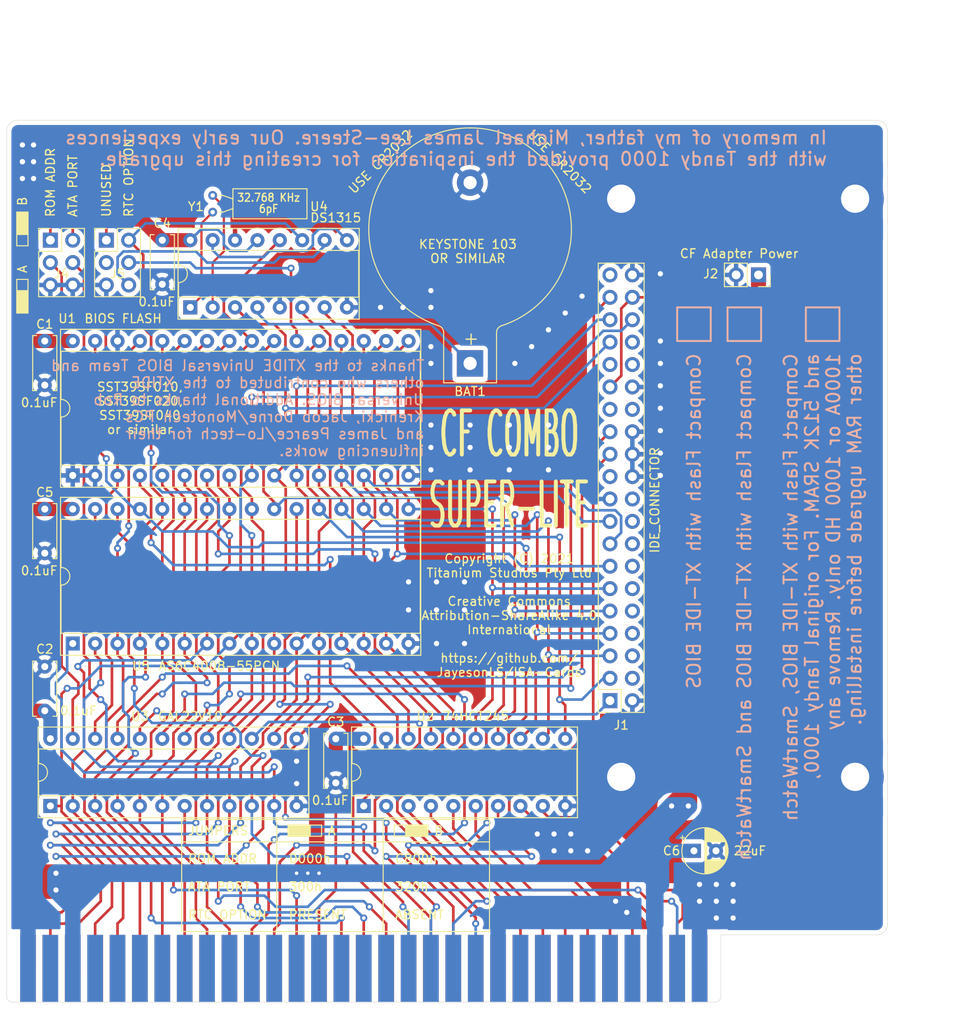
<source format=kicad_pcb>
(kicad_pcb (version 20171130) (host pcbnew "(5.1.9)-1")
  (layers (0 F.Cu signal) (31 B.Cu signal) (34 B.Paste user) (35 F.Paste user) (36 B.SilkS user) (37 F.SilkS user) (38 B.Mask user) (39 F.Mask user) (44 Edge.Cuts user))
  (net 0 "")
  (net 1 "Net-(J1-Pad8)")
  (net 2 A00)
  (net 3 A01)
  (net 4 A02)
  (net 5 A03)
  (net 6 A04)
  (net 7 A05)
  (net 8 A06)
  (net 9 A07)
  (net 10 A08)
  (net 11 A09)
  (net 12 A10)
  (net 13 A11)
  (net 14 A12)
  (net 15 A13)
  (net 16 A15)
  (net 17 A16)
  (net 18 A17)
  (net 19 A18)
  (net 20 A19)
  (net 21 D0)
  (net 22 D1)
  (net 23 D2)
  (net 24 D3)
  (net 25 D4)
  (net 26 D5)
  (net 27 D6)
  (net 28 D7)
  (net 29 GND)
  (net 30 VCC)
  (net 31 ~IOR)
  (net 32 ~IOW)
  (net 33 ~MEMR)
  (net 34 ~MEMW)
  (net 35 RESET)
  (net 36 ~CS1~_ATA)
  (net 37 D0_BUF)
  (net 38 D1_BUF)
  (net 39 D2_BUF)
  (net 40 D3_BUF)
  (net 41 D4_BUF)
  (net 42 D5_BUF)
  (net 43 D6_BUF)
  (net 44 D7_BUF)
  (net 45 ~RESET)
  (net 46 ~CE~_BIOS)
  (net 47 ROM_ADDR_JUMPER)
  (net 48 ATA_ADDR_JUMPER)
  (net 49 "Net-(J1-Pad39)")
  (net 50 "Net-(J1-Pad34)")
  (net 51 "Net-(J1-Pad32)")
  (net 52 "Net-(J1-Pad31)")
  (net 53 "Net-(J1-Pad27)")
  (net 54 "Net-(J1-Pad21)")
  (net 55 "Net-(J1-Pad20)")
  (net 56 "Net-(J1-Pad18)")
  (net 57 "Net-(J1-Pad16)")
  (net 58 "Net-(J1-Pad14)")
  (net 59 "Net-(J1-Pad12)")
  (net 60 "Net-(J1-Pad10)")
  (net 61 "Net-(J1-Pad6)")
  (net 62 "Net-(J1-Pad4)")
  (net 63 "Net-(J1-Pad28)")
  (net 64 A14)
  (net 65 ~IOR_OR_MEMR)
  (net 66 "Net-(BAT1-Pad1)")
  (net 67 "Net-(U4-Pad15)")
  (net 68 /XTAL2)
  (net 69 /XTAL1)
  (net 70 ~CE~_BIOS_DECODE)
  (net 71 ~CE~_BIOS_THRU)
  (net 72 ~IOR~_DELAYED)
  (net 73 ~MEMR~_DELAYED)
  (net 74 "Net-(J3-Pad42)")
  (net 75 "Net-(J3-Pad41)")
  (net 76 "Net-(J3-Pad32)")
  (net 77 "Net-(J3-Pad30)")
  (net 78 "Net-(J3-Pad28)")
  (net 79 "Net-(J3-Pad27)")
  (net 80 "Net-(J3-Pad26)")
  (net 81 "Net-(J3-Pad25)")
  (net 82 "Net-(J3-Pad24)")
  (net 83 "Net-(J3-Pad23)")
  (net 84 "Net-(J3-Pad22)")
  (net 85 "Net-(J3-Pad21)")
  (net 86 "Net-(J3-Pad20)")
  (net 87 "Net-(J3-Pad19)")
  (net 88 "Net-(J3-Pad18)")
  (net 89 "Net-(J3-Pad17)")
  (net 90 "Net-(J3-Pad16)")
  (net 91 "Net-(J3-Pad15)")
  (net 92 "Net-(J3-Pad9)")
  (net 93 "Net-(J3-Pad8)")
  (net 94 "Net-(J3-Pad7)")
  (net 95 "Net-(J3-Pad6)")
  (net 96 "Net-(J3-Pad5)")
  (net 97 "Net-(J3-Pad4)")
  (net 98 "Net-(J5-Pad3)")
  (module Connector_PinSocket_2.54mm:PinSocket_1x02_P2.54mm_Vertical (layer F.Cu) (at 181.951 59.817 270)
    (fp_text reference J2 (at -0.127 5.421 180) (layer F.SilkS))
    (fp_text value "CF Adapter Power" (at -2.413 2.199 180) (layer F.SilkS))
    (pad 2 thru_hole oval (at 0 2.54 270) (size 1.7 1.7) (drill 1) (layers *.Cu *.Mask) (net 29 GND))
    (pad 1 thru_hole rect (at 0 0 270) (size 1.7 1.7) (drill 1) (layers *.Cu *.Mask) (net 30 VCC))
  )
  (module Capacitor_THT:C_Disc_D6.0mm_W2.5mm_P5.00mm (layer F.Cu) (at 100.965 109.22 90)
    (fp_text reference C2 (at 6.985 0) (layer F.SilkS))
    (fp_text value 0.1uF (at 0 3.81 180) (layer F.SilkS))
    (pad 2 thru_hole circle (at 5 0 90) (size 1.6 1.6) (drill 0.8) (layers *.Cu *.Mask) (net 29 GND))
    (pad 1 thru_hole circle (at 0 0 90) (size 1.6 1.6) (drill 0.8) (layers *.Cu *.Mask) (net 30 VCC))
  )
  (module Package_DIP:DIP-32_W15.24mm_Socket (layer F.Cu) (at 104.14 82.55 90)
    (fp_text reference U1 (at 17.78 -0.635 180) (layer F.SilkS))
    (fp_text value "BIOS FLASH" (at 17.78 5.715 180) (layer F.SilkS))
    (pad 32 thru_hole oval (at 15.24 0 90) (size 1.6 1.6) (drill 0.8) (layers *.Cu *.Mask) (net 30 VCC))
    (pad 16 thru_hole oval (at 0 38.1 90) (size 1.6 1.6) (drill 0.8) (layers *.Cu *.Mask) (net 29 GND))
    (pad 31 thru_hole oval (at 15.24 2.54 90) (size 1.6 1.6) (drill 0.8) (layers *.Cu *.Mask) (net 34 ~MEMW))
    (pad 15 thru_hole oval (at 0 35.56 90) (size 1.6 1.6) (drill 0.8) (layers *.Cu *.Mask) (net 39 D2_BUF))
    (pad 30 thru_hole oval (at 15.24 5.08 90) (size 1.6 1.6) (drill 0.8) (layers *.Cu *.Mask) (net 29 GND))
    (pad 14 thru_hole oval (at 0 33.02 90) (size 1.6 1.6) (drill 0.8) (layers *.Cu *.Mask) (net 38 D1_BUF))
    (pad 29 thru_hole oval (at 15.24 7.62 90) (size 1.6 1.6) (drill 0.8) (layers *.Cu *.Mask) (net 64 A14))
    (pad 13 thru_hole oval (at 0 30.48 90) (size 1.6 1.6) (drill 0.8) (layers *.Cu *.Mask) (net 37 D0_BUF))
    (pad 28 thru_hole oval (at 15.24 10.16 90) (size 1.6 1.6) (drill 0.8) (layers *.Cu *.Mask) (net 15 A13))
    (pad 12 thru_hole oval (at 0 27.94 90) (size 1.6 1.6) (drill 0.8) (layers *.Cu *.Mask) (net 2 A00))
    (pad 27 thru_hole oval (at 15.24 12.7 90) (size 1.6 1.6) (drill 0.8) (layers *.Cu *.Mask) (net 10 A08))
    (pad 11 thru_hole oval (at 0 25.4 90) (size 1.6 1.6) (drill 0.8) (layers *.Cu *.Mask) (net 3 A01))
    (pad 26 thru_hole oval (at 15.24 15.24 90) (size 1.6 1.6) (drill 0.8) (layers *.Cu *.Mask) (net 11 A09))
    (pad 10 thru_hole oval (at 0 22.86 90) (size 1.6 1.6) (drill 0.8) (layers *.Cu *.Mask) (net 4 A02))
    (pad 25 thru_hole oval (at 15.24 17.78 90) (size 1.6 1.6) (drill 0.8) (layers *.Cu *.Mask) (net 13 A11))
    (pad 9 thru_hole oval (at 0 20.32 90) (size 1.6 1.6) (drill 0.8) (layers *.Cu *.Mask) (net 5 A03))
    (pad 24 thru_hole oval (at 15.24 20.32 90) (size 1.6 1.6) (drill 0.8) (layers *.Cu *.Mask) (net 73 ~MEMR~_DELAYED))
    (pad 8 thru_hole oval (at 0 17.78 90) (size 1.6 1.6) (drill 0.8) (layers *.Cu *.Mask) (net 6 A04))
    (pad 23 thru_hole oval (at 15.24 22.86 90) (size 1.6 1.6) (drill 0.8) (layers *.Cu *.Mask) (net 12 A10))
    (pad 7 thru_hole oval (at 0 15.24 90) (size 1.6 1.6) (drill 0.8) (layers *.Cu *.Mask) (net 7 A05))
    (pad 22 thru_hole oval (at 15.24 25.4 90) (size 1.6 1.6) (drill 0.8) (layers *.Cu *.Mask) (net 46 ~CE~_BIOS))
    (pad 6 thru_hole oval (at 0 12.7 90) (size 1.6 1.6) (drill 0.8) (layers *.Cu *.Mask) (net 8 A06))
    (pad 21 thru_hole oval (at 15.24 27.94 90) (size 1.6 1.6) (drill 0.8) (layers *.Cu *.Mask) (net 44 D7_BUF))
    (pad 5 thru_hole oval (at 0 10.16 90) (size 1.6 1.6) (drill 0.8) (layers *.Cu *.Mask) (net 9 A07))
    (pad 20 thru_hole oval (at 15.24 30.48 90) (size 1.6 1.6) (drill 0.8) (layers *.Cu *.Mask) (net 43 D6_BUF))
    (pad 4 thru_hole oval (at 0 7.62 90) (size 1.6 1.6) (drill 0.8) (layers *.Cu *.Mask) (net 14 A12))
    (pad 19 thru_hole oval (at 15.24 33.02 90) (size 1.6 1.6) (drill 0.8) (layers *.Cu *.Mask) (net 42 D5_BUF))
    (pad 3 thru_hole oval (at 0 5.08 90) (size 1.6 1.6) (drill 0.8) (layers *.Cu *.Mask) (net 48 ATA_ADDR_JUMPER))
    (pad 18 thru_hole oval (at 15.24 35.56 90) (size 1.6 1.6) (drill 0.8) (layers *.Cu *.Mask) (net 41 D4_BUF))
    (pad 2 thru_hole oval (at 0 2.54 90) (size 1.6 1.6) (drill 0.8) (layers *.Cu *.Mask) (net 29 GND))
    (pad 17 thru_hole oval (at 15.24 38.1 90) (size 1.6 1.6) (drill 0.8) (layers *.Cu *.Mask) (net 40 D3_BUF))
    (pad 1 thru_hole rect (at 0 0 90) (size 1.6 1.6) (drill 0.8) (layers *.Cu *.Mask) (net 29 GND))
  )
  (module Connector_PinHeader_2.54mm:PinHeader_2x03_P2.54mm_Vertical (layer F.Cu) (at 107.95 55.88)
    (fp_text reference J5 (at 1.27 3.81) (layer F.SilkS))
    (fp_text value Addresses)
    (pad 6 thru_hole oval (at 2.54 5.08) (size 1.7 1.7) (drill 1) (layers *.Cu *.Mask) (net 71 ~CE~_BIOS_THRU))
    (pad 5 thru_hole oval (at 0 5.08) (size 1.7 1.7) (drill 1) (layers *.Cu *.Mask) (net 29 GND))
    (pad 4 thru_hole oval (at 2.54 2.54) (size 1.7 1.7) (drill 1) (layers *.Cu *.Mask) (net 46 ~CE~_BIOS))
    (pad 3 thru_hole oval (at 0 2.54) (size 1.7 1.7) (drill 1) (layers *.Cu *.Mask) (net 98 "Net-(J5-Pad3)"))
    (pad 2 thru_hole oval (at 2.54 0) (size 1.7 1.7) (drill 1) (layers *.Cu *.Mask) (net 70 ~CE~_BIOS_DECODE))
    (pad 1 thru_hole rect (at 0 0) (size 1.7 1.7) (drill 1) (layers *.Cu *.Mask) (net 30 VCC))
  )
  (module Connector_PinHeader_2.54mm:PinHeader_2x03_P2.54mm_Vertical (layer F.Cu) (at 101.6 55.88)
    (fp_text reference J4 (at 1.27 3.81) (layer F.SilkS))
    (fp_text value Addresses)
    (pad 6 thru_hole oval (at 2.54 5.08) (size 1.7 1.7) (drill 1) (layers *.Cu *.Mask) (net 29 GND))
    (pad 5 thru_hole oval (at 0 5.08) (size 1.7 1.7) (drill 1) (layers *.Cu *.Mask) (net 29 GND))
    (pad 4 thru_hole oval (at 2.54 2.54) (size 1.7 1.7) (drill 1) (layers *.Cu *.Mask) (net 48 ATA_ADDR_JUMPER))
    (pad 3 thru_hole oval (at 0 2.54) (size 1.7 1.7) (drill 1) (layers *.Cu *.Mask) (net 47 ROM_ADDR_JUMPER))
    (pad 2 thru_hole oval (at 2.54 0) (size 1.7 1.7) (drill 1) (layers *.Cu *.Mask) (net 30 VCC))
    (pad 1 thru_hole rect (at 0 0) (size 1.7 1.7) (drill 1) (layers *.Cu *.Mask) (net 30 VCC))
  )
  (module Package_DIP:DIP-32_W15.24mm_Socket (layer F.Cu) (at 104.14 101.6 90)
    (fp_text reference U5 (at -2.54 7.747 180) (layer F.SilkS))
    (fp_text value AS6C4008-55PCN (at -2.54 16.637 180) (layer F.SilkS))
    (pad 32 thru_hole oval (at 15.24 0 90) (size 1.6 1.6) (drill 0.8) (layers *.Cu *.Mask) (net 30 VCC))
    (pad 16 thru_hole oval (at 0 38.1 90) (size 1.6 1.6) (drill 0.8) (layers *.Cu *.Mask) (net 29 GND))
    (pad 31 thru_hole oval (at 15.24 2.54 90) (size 1.6 1.6) (drill 0.8) (layers *.Cu *.Mask) (net 16 A15))
    (pad 15 thru_hole oval (at 0 35.56 90) (size 1.6 1.6) (drill 0.8) (layers *.Cu *.Mask) (net 39 D2_BUF))
    (pad 30 thru_hole oval (at 15.24 5.08 90) (size 1.6 1.6) (drill 0.8) (layers *.Cu *.Mask) (net 18 A17))
    (pad 14 thru_hole oval (at 0 33.02 90) (size 1.6 1.6) (drill 0.8) (layers *.Cu *.Mask) (net 38 D1_BUF))
    (pad 29 thru_hole oval (at 15.24 7.62 90) (size 1.6 1.6) (drill 0.8) (layers *.Cu *.Mask) (net 34 ~MEMW))
    (pad 13 thru_hole oval (at 0 30.48 90) (size 1.6 1.6) (drill 0.8) (layers *.Cu *.Mask) (net 37 D0_BUF))
    (pad 28 thru_hole oval (at 15.24 10.16 90) (size 1.6 1.6) (drill 0.8) (layers *.Cu *.Mask) (net 15 A13))
    (pad 12 thru_hole oval (at 0 27.94 90) (size 1.6 1.6) (drill 0.8) (layers *.Cu *.Mask) (net 2 A00))
    (pad 27 thru_hole oval (at 15.24 12.7 90) (size 1.6 1.6) (drill 0.8) (layers *.Cu *.Mask) (net 10 A08))
    (pad 11 thru_hole oval (at 0 25.4 90) (size 1.6 1.6) (drill 0.8) (layers *.Cu *.Mask) (net 3 A01))
    (pad 26 thru_hole oval (at 15.24 15.24 90) (size 1.6 1.6) (drill 0.8) (layers *.Cu *.Mask) (net 11 A09))
    (pad 10 thru_hole oval (at 0 22.86 90) (size 1.6 1.6) (drill 0.8) (layers *.Cu *.Mask) (net 4 A02))
    (pad 25 thru_hole oval (at 15.24 17.78 90) (size 1.6 1.6) (drill 0.8) (layers *.Cu *.Mask) (net 13 A11))
    (pad 9 thru_hole oval (at 0 20.32 90) (size 1.6 1.6) (drill 0.8) (layers *.Cu *.Mask) (net 5 A03))
    (pad 24 thru_hole oval (at 15.24 20.32 90) (size 1.6 1.6) (drill 0.8) (layers *.Cu *.Mask) (net 73 ~MEMR~_DELAYED))
    (pad 8 thru_hole oval (at 0 17.78 90) (size 1.6 1.6) (drill 0.8) (layers *.Cu *.Mask) (net 6 A04))
    (pad 23 thru_hole oval (at 15.24 22.86 90) (size 1.6 1.6) (drill 0.8) (layers *.Cu *.Mask) (net 12 A10))
    (pad 7 thru_hole oval (at 0 15.24 90) (size 1.6 1.6) (drill 0.8) (layers *.Cu *.Mask) (net 7 A05))
    (pad 22 thru_hole oval (at 15.24 25.4 90) (size 1.6 1.6) (drill 0.8) (layers *.Cu *.Mask) (net 20 A19))
    (pad 6 thru_hole oval (at 0 12.7 90) (size 1.6 1.6) (drill 0.8) (layers *.Cu *.Mask) (net 8 A06))
    (pad 21 thru_hole oval (at 15.24 27.94 90) (size 1.6 1.6) (drill 0.8) (layers *.Cu *.Mask) (net 44 D7_BUF))
    (pad 5 thru_hole oval (at 0 10.16 90) (size 1.6 1.6) (drill 0.8) (layers *.Cu *.Mask) (net 9 A07))
    (pad 20 thru_hole oval (at 15.24 30.48 90) (size 1.6 1.6) (drill 0.8) (layers *.Cu *.Mask) (net 43 D6_BUF))
    (pad 4 thru_hole oval (at 0 7.62 90) (size 1.6 1.6) (drill 0.8) (layers *.Cu *.Mask) (net 14 A12))
    (pad 19 thru_hole oval (at 15.24 33.02 90) (size 1.6 1.6) (drill 0.8) (layers *.Cu *.Mask) (net 42 D5_BUF))
    (pad 3 thru_hole oval (at 0 5.08 90) (size 1.6 1.6) (drill 0.8) (layers *.Cu *.Mask) (net 64 A14))
    (pad 18 thru_hole oval (at 15.24 35.56 90) (size 1.6 1.6) (drill 0.8) (layers *.Cu *.Mask) (net 41 D4_BUF))
    (pad 2 thru_hole oval (at 0 2.54 90) (size 1.6 1.6) (drill 0.8) (layers *.Cu *.Mask) (net 17 A16))
    (pad 17 thru_hole oval (at 15.24 38.1 90) (size 1.6 1.6) (drill 0.8) (layers *.Cu *.Mask) (net 40 D3_BUF))
    (pad 1 thru_hole rect (at 0 0 90) (size 1.6 1.6) (drill 0.8) (layers *.Cu *.Mask) (net 19 A18))
  )
  (module Connector_PinSocket_2.54mm:PinSocket_2x20_P2.54mm_Vertical (layer F.Cu) (at 165.1 108.077 180)
    (fp_text reference J1 (at -1.27 -2.77) (layer F.SilkS))
    (fp_text value IDE_CONNECTOR (at -5.08 22.733 90) (layer F.SilkS))
    (pad 40 thru_hole oval (at -2.54 48.26 180) (size 1.7 1.7) (drill 1) (layers *.Cu *.Mask) (net 29 GND))
    (pad 39 thru_hole oval (at 0 48.26 180) (size 1.7 1.7) (drill 1) (layers *.Cu *.Mask) (net 49 "Net-(J1-Pad39)"))
    (pad 38 thru_hole oval (at -2.54 45.72 180) (size 1.7 1.7) (drill 1) (layers *.Cu *.Mask) (net 30 VCC))
    (pad 37 thru_hole oval (at 0 45.72 180) (size 1.7 1.7) (drill 1) (layers *.Cu *.Mask) (net 36 ~CS1~_ATA))
    (pad 36 thru_hole oval (at -2.54 43.18 180) (size 1.7 1.7) (drill 1) (layers *.Cu *.Mask) (net 5 A03))
    (pad 35 thru_hole oval (at 0 43.18 180) (size 1.7 1.7) (drill 1) (layers *.Cu *.Mask) (net 3 A01))
    (pad 34 thru_hole oval (at -2.54 40.64 180) (size 1.7 1.7) (drill 1) (layers *.Cu *.Mask) (net 50 "Net-(J1-Pad34)"))
    (pad 33 thru_hole oval (at 0 40.64 180) (size 1.7 1.7) (drill 1) (layers *.Cu *.Mask) (net 4 A02))
    (pad 32 thru_hole oval (at -2.54 38.1 180) (size 1.7 1.7) (drill 1) (layers *.Cu *.Mask) (net 51 "Net-(J1-Pad32)"))
    (pad 31 thru_hole oval (at 0 38.1 180) (size 1.7 1.7) (drill 1) (layers *.Cu *.Mask) (net 52 "Net-(J1-Pad31)"))
    (pad 30 thru_hole oval (at -2.54 35.56 180) (size 1.7 1.7) (drill 1) (layers *.Cu *.Mask) (net 29 GND))
    (pad 29 thru_hole oval (at 0 35.56 180) (size 1.7 1.7) (drill 1) (layers *.Cu *.Mask) (net 30 VCC))
    (pad 28 thru_hole oval (at -2.54 33.02 180) (size 1.7 1.7) (drill 1) (layers *.Cu *.Mask) (net 63 "Net-(J1-Pad28)"))
    (pad 27 thru_hole oval (at 0 33.02 180) (size 1.7 1.7) (drill 1) (layers *.Cu *.Mask) (net 53 "Net-(J1-Pad27)"))
    (pad 26 thru_hole oval (at -2.54 30.48 180) (size 1.7 1.7) (drill 1) (layers *.Cu *.Mask) (net 29 GND))
    (pad 25 thru_hole oval (at 0 30.48 180) (size 1.7 1.7) (drill 1) (layers *.Cu *.Mask) (net 72 ~IOR~_DELAYED))
    (pad 24 thru_hole oval (at -2.54 27.94 180) (size 1.7 1.7) (drill 1) (layers *.Cu *.Mask) (net 29 GND))
    (pad 23 thru_hole oval (at 0 27.94 180) (size 1.7 1.7) (drill 1) (layers *.Cu *.Mask) (net 32 ~IOW))
    (pad 22 thru_hole oval (at -2.54 25.4 180) (size 1.7 1.7) (drill 1) (layers *.Cu *.Mask) (net 29 GND))
    (pad 21 thru_hole oval (at 0 25.4 180) (size 1.7 1.7) (drill 1) (layers *.Cu *.Mask) (net 54 "Net-(J1-Pad21)"))
    (pad 20 thru_hole oval (at -2.54 22.86 180) (size 1.7 1.7) (drill 1) (layers *.Cu *.Mask) (net 55 "Net-(J1-Pad20)"))
    (pad 19 thru_hole oval (at 0 22.86 180) (size 1.7 1.7) (drill 1) (layers *.Cu *.Mask) (net 29 GND))
    (pad 18 thru_hole oval (at -2.54 20.32 180) (size 1.7 1.7) (drill 1) (layers *.Cu *.Mask) (net 56 "Net-(J1-Pad18)"))
    (pad 17 thru_hole oval (at 0 20.32 180) (size 1.7 1.7) (drill 1) (layers *.Cu *.Mask) (net 37 D0_BUF))
    (pad 16 thru_hole oval (at -2.54 17.78 180) (size 1.7 1.7) (drill 1) (layers *.Cu *.Mask) (net 57 "Net-(J1-Pad16)"))
    (pad 15 thru_hole oval (at 0 17.78 180) (size 1.7 1.7) (drill 1) (layers *.Cu *.Mask) (net 38 D1_BUF))
    (pad 14 thru_hole oval (at -2.54 15.24 180) (size 1.7 1.7) (drill 1) (layers *.Cu *.Mask) (net 58 "Net-(J1-Pad14)"))
    (pad 13 thru_hole oval (at 0 15.24 180) (size 1.7 1.7) (drill 1) (layers *.Cu *.Mask) (net 39 D2_BUF))
    (pad 12 thru_hole oval (at -2.54 12.7 180) (size 1.7 1.7) (drill 1) (layers *.Cu *.Mask) (net 59 "Net-(J1-Pad12)"))
    (pad 11 thru_hole oval (at 0 12.7 180) (size 1.7 1.7) (drill 1) (layers *.Cu *.Mask) (net 40 D3_BUF))
    (pad 10 thru_hole oval (at -2.54 10.16 180) (size 1.7 1.7) (drill 1) (layers *.Cu *.Mask) (net 60 "Net-(J1-Pad10)"))
    (pad 9 thru_hole oval (at 0 10.16 180) (size 1.7 1.7) (drill 1) (layers *.Cu *.Mask) (net 41 D4_BUF))
    (pad 8 thru_hole oval (at -2.54 7.62 180) (size 1.7 1.7) (drill 1) (layers *.Cu *.Mask) (net 1 "Net-(J1-Pad8)"))
    (pad 7 thru_hole oval (at 0 7.62 180) (size 1.7 1.7) (drill 1) (layers *.Cu *.Mask) (net 42 D5_BUF))
    (pad 6 thru_hole oval (at -2.54 5.08 180) (size 1.7 1.7) (drill 1) (layers *.Cu *.Mask) (net 61 "Net-(J1-Pad6)"))
    (pad 5 thru_hole oval (at 0 5.08 180) (size 1.7 1.7) (drill 1) (layers *.Cu *.Mask) (net 43 D6_BUF))
    (pad 4 thru_hole oval (at -2.54 2.54 180) (size 1.7 1.7) (drill 1) (layers *.Cu *.Mask) (net 62 "Net-(J1-Pad4)"))
    (pad 3 thru_hole oval (at 0 2.54 180) (size 1.7 1.7) (drill 1) (layers *.Cu *.Mask) (net 44 D7_BUF))
    (pad 2 thru_hole oval (at -2.54 0 180) (size 1.7 1.7) (drill 1) (layers *.Cu *.Mask) (net 29 GND))
    (pad 1 thru_hole rect (at 0 0 180) (size 1.7 1.7) (drill 1) (layers *.Cu *.Mask) (net 45 ~RESET))
  )
  (module Package_DIP:DIP-24_W7.62mm_Socket (layer F.Cu) (at 101.6 120.015 90)
    (fp_text reference U3 (at 10.16 10.16 180) (layer F.SilkS))
    (fp_text value GAL22V10 (at 10.16 15.875 180) (layer F.SilkS))
    (pad 24 thru_hole oval (at 7.62 0 90) (size 1.6 1.6) (drill 0.8) (layers *.Cu *.Mask) (net 30 VCC))
    (pad 12 thru_hole oval (at 0 27.94 90) (size 1.6 1.6) (drill 0.8) (layers *.Cu *.Mask) (net 29 GND))
    (pad 23 thru_hole oval (at 7.62 2.54 90) (size 1.6 1.6) (drill 0.8) (layers *.Cu *.Mask) (net 47 ROM_ADDR_JUMPER))
    (pad 11 thru_hole oval (at 0 25.4 90) (size 1.6 1.6) (drill 0.8) (layers *.Cu *.Mask) (net 19 A18))
    (pad 22 thru_hole oval (at 7.62 5.08 90) (size 1.6 1.6) (drill 0.8) (layers *.Cu *.Mask) (net 48 ATA_ADDR_JUMPER))
    (pad 10 thru_hole oval (at 0 22.86 90) (size 1.6 1.6) (drill 0.8) (layers *.Cu *.Mask) (net 18 A17))
    (pad 21 thru_hole oval (at 7.62 7.62 90) (size 1.6 1.6) (drill 0.8) (layers *.Cu *.Mask) (net 31 ~IOR))
    (pad 9 thru_hole oval (at 0 20.32 90) (size 1.6 1.6) (drill 0.8) (layers *.Cu *.Mask) (net 17 A16))
    (pad 20 thru_hole oval (at 7.62 10.16 90) (size 1.6 1.6) (drill 0.8) (layers *.Cu *.Mask) (net 45 ~RESET))
    (pad 8 thru_hole oval (at 0 17.78 90) (size 1.6 1.6) (drill 0.8) (layers *.Cu *.Mask) (net 16 A15))
    (pad 19 thru_hole oval (at 7.62 12.7 90) (size 1.6 1.6) (drill 0.8) (layers *.Cu *.Mask) (net 36 ~CS1~_ATA))
    (pad 7 thru_hole oval (at 0 15.24 90) (size 1.6 1.6) (drill 0.8) (layers *.Cu *.Mask) (net 35 RESET))
    (pad 18 thru_hole oval (at 7.62 15.24 90) (size 1.6 1.6) (drill 0.8) (layers *.Cu *.Mask) (net 70 ~CE~_BIOS_DECODE))
    (pad 6 thru_hole oval (at 0 12.7 90) (size 1.6 1.6) (drill 0.8) (layers *.Cu *.Mask) (net 11 A09))
    (pad 17 thru_hole oval (at 7.62 17.78 90) (size 1.6 1.6) (drill 0.8) (layers *.Cu *.Mask) (net 33 ~MEMR))
    (pad 5 thru_hole oval (at 0 10.16 90) (size 1.6 1.6) (drill 0.8) (layers *.Cu *.Mask) (net 10 A08))
    (pad 16 thru_hole oval (at 7.62 20.32 90) (size 1.6 1.6) (drill 0.8) (layers *.Cu *.Mask) (net 73 ~MEMR~_DELAYED))
    (pad 4 thru_hole oval (at 0 7.62 90) (size 1.6 1.6) (drill 0.8) (layers *.Cu *.Mask) (net 9 A07))
    (pad 15 thru_hole oval (at 7.62 22.86 90) (size 1.6 1.6) (drill 0.8) (layers *.Cu *.Mask) (net 65 ~IOR_OR_MEMR))
    (pad 3 thru_hole oval (at 0 5.08 90) (size 1.6 1.6) (drill 0.8) (layers *.Cu *.Mask) (net 8 A06))
    (pad 14 thru_hole oval (at 7.62 25.4 90) (size 1.6 1.6) (drill 0.8) (layers *.Cu *.Mask) (net 72 ~IOR~_DELAYED))
    (pad 2 thru_hole oval (at 0 2.54 90) (size 1.6 1.6) (drill 0.8) (layers *.Cu *.Mask) (net 7 A05))
    (pad 13 thru_hole oval (at 7.62 27.94 90) (size 1.6 1.6) (drill 0.8) (layers *.Cu *.Mask) (net 20 A19))
    (pad 1 thru_hole rect (at 0 0 90) (size 1.6 1.6) (drill 0.8) (layers *.Cu *.Mask) (net 6 A04))
  )
  (module Package_DIP:DIP-16_W7.62mm_Socket (layer F.Cu) (at 117.475 63.5 90)
    (fp_text reference U4 (at 11.43 14.605 180) (layer F.SilkS))
    (fp_text value DS1315 (at 10.16 16.51 180) (layer F.SilkS))
    (pad 16 thru_hole oval (at 7.62 0 90) (size 1.6 1.6) (drill 0.8) (layers *.Cu *.Mask) (net 30 VCC))
    (pad 8 thru_hole oval (at 0 17.78 90) (size 1.6 1.6) (drill 0.8) (layers *.Cu *.Mask) (net 29 GND))
    (pad 15 thru_hole oval (at 7.62 2.54 90) (size 1.6 1.6) (drill 0.8) (layers *.Cu *.Mask) (net 67 "Net-(U4-Pad15)"))
    (pad 7 thru_hole oval (at 0 15.24 90) (size 1.6 1.6) (drill 0.8) (layers *.Cu *.Mask) (net 37 D0_BUF))
    (pad 14 thru_hole oval (at 7.62 5.08 90) (size 1.6 1.6) (drill 0.8) (layers *.Cu *.Mask) (net 29 GND))
    (pad 6 thru_hole oval (at 0 12.7 90) (size 1.6 1.6) (drill 0.8) (layers *.Cu *.Mask) (net 2 A00))
    (pad 13 thru_hole oval (at 7.62 7.62 90) (size 1.6 1.6) (drill 0.8) (layers *.Cu *.Mask) (net 30 VCC))
    (pad 5 thru_hole oval (at 0 10.16 90) (size 1.6 1.6) (drill 0.8) (layers *.Cu *.Mask) (net 29 GND))
    (pad 12 thru_hole oval (at 7.62 10.16 90) (size 1.6 1.6) (drill 0.8) (layers *.Cu *.Mask) (net 73 ~MEMR~_DELAYED))
    (pad 4 thru_hole oval (at 0 7.62 90) (size 1.6 1.6) (drill 0.8) (layers *.Cu *.Mask) (net 66 "Net-(BAT1-Pad1)"))
    (pad 11 thru_hole oval (at 7.62 12.7 90) (size 1.6 1.6) (drill 0.8) (layers *.Cu *.Mask) (net 70 ~CE~_BIOS_DECODE))
    (pad 3 thru_hole oval (at 0 5.08 90) (size 1.6 1.6) (drill 0.8) (layers *.Cu *.Mask) (net 4 A02))
    (pad 10 thru_hole oval (at 7.62 15.24 90) (size 1.6 1.6) (drill 0.8) (layers *.Cu *.Mask) (net 71 ~CE~_BIOS_THRU))
    (pad 2 thru_hole oval (at 0 2.54 90) (size 1.6 1.6) (drill 0.8) (layers *.Cu *.Mask) (net 68 /XTAL2))
    (pad 9 thru_hole oval (at 7.62 17.78 90) (size 1.6 1.6) (drill 0.8) (layers *.Cu *.Mask) (net 67 "Net-(U4-Pad15)"))
    (pad 1 thru_hole rect (at 0 0 90) (size 1.6 1.6) (drill 0.8) (layers *.Cu *.Mask) (net 69 /XTAL1))
  )
  (module Battery:BatteryHolder_Keystone_103_1x20mm (layer F.Cu) (at 149.225 69.85 90)
    (fp_text reference BAT1 (at -3.175 0 180) (layer F.SilkS))
    (fp_text value CR2032)
    (fp_text user + (at 2.75 0 90) (layer F.SilkS) (effects (font (size 1.5 1.5))))
    (pad 2 thru_hole circle (at 20.49 0 90) (size 3 3) (drill 1.5) (layers *.Cu *.Mask) (net 29 GND))
    (pad 1 thru_hole rect (at 0 0 90) (size 3 3) (drill 1.5) (layers *.Cu *.Mask) (net 66 "Net-(BAT1-Pad1)"))
  )
  (module Capacitor_THT:C_Disc_D6.0mm_W2.5mm_P5.00mm (layer F.Cu) (at 100.965 86.36 270)
    (fp_text reference C5 (at -1.905 0 180) (layer F.SilkS))
    (fp_text value 0.1uF (at 6.985 0.635 180) (layer F.SilkS))
    (pad 2 thru_hole circle (at 5 0 270) (size 1.6 1.6) (drill 0.8) (layers *.Cu *.Mask) (net 29 GND))
    (pad 1 thru_hole circle (at 0 0 270) (size 1.6 1.6) (drill 0.8) (layers *.Cu *.Mask) (net 30 VCC))
  )
  (module Capacitor_THT:C_Disc_D6.0mm_W2.5mm_P5.00mm (layer F.Cu) (at 114.3 55.88 270)
    (fp_text reference C4 (at -1.905 0 180) (layer F.SilkS))
    (fp_text value 0.1uF (at 6.985 0.635 180) (layer F.SilkS))
    (pad 2 thru_hole circle (at 5 0 270) (size 1.6 1.6) (drill 0.8) (layers *.Cu *.Mask) (net 29 GND))
    (pad 1 thru_hole circle (at 0 0 270) (size 1.6 1.6) (drill 0.8) (layers *.Cu *.Mask) (net 30 VCC))
  )
  (module Crystal:Crystal_C38-LF_D3.0mm_L8.0mm_Horizontal (layer F.Cu) (at 120.015 52.705 90)
    (fp_text reference Y1 (at 0.635 -1.905) (layer F.SilkS))
    (fp_text value "32.768 KHz" (at 1.651 6.35) (layer F.SilkS) (effects (font (size 0.9 0.8))))
    (pad 2 thru_hole circle (at 1.9 0 90) (size 1 1) (drill 0.5) (layers *.Cu *.Mask) (net 68 /XTAL2))
    (pad 1 thru_hole circle (at 0 0 90) (size 1 1) (drill 0.5) (layers *.Cu *.Mask) (net 69 /XTAL1))
  )
  (module MountingHole:MountingHole_3.5mm_Pad (layer F.Cu) (at 192.913 116.713)
    (fp_text reference H4 hide)
    (fp_text value MountingHole_Pad)
    (pad 1 thru_hole circle (at 0 0) (size 6.5 6.5) (drill 3.2) (layers *.Cu *.Mask) (net 29 GND))
  )
  (module Capacitor_THT:CP_Radial_D5.0mm_P2.50mm (layer F.Cu) (at 174.625 125.095)
    (fp_text reference C6 (at -2.54 0) (layer F.SilkS))
    (fp_text value 22uF (at 6.35 0) (layer F.SilkS))
    (pad 2 thru_hole circle (at 2.5 0) (size 1.6 1.6) (drill 0.8) (layers *.Cu *.Mask) (net 29 GND))
    (pad 1 thru_hole rect (at 0 0) (size 1.6 1.6) (drill 0.8) (layers *.Cu *.Mask) (net 30 VCC))
  )
  (module Capacitor_THT:C_Disc_D6.0mm_W2.5mm_P5.00mm (layer F.Cu) (at 133.985 112.395 270)
    (fp_text reference C3 (at -1.905 0 180) (layer F.SilkS))
    (fp_text value 0.1uF (at 6.985 0.635 180) (layer F.SilkS))
    (pad 2 thru_hole circle (at 5 0 270) (size 1.6 1.6) (drill 0.8) (layers *.Cu *.Mask) (net 29 GND))
    (pad 1 thru_hole circle (at 0 0 270) (size 1.6 1.6) (drill 0.8) (layers *.Cu *.Mask) (net 30 VCC))
  )
  (module Capacitor_THT:C_Disc_D6.0mm_W2.5mm_P5.00mm (layer F.Cu) (at 100.965 67.31 270)
    (fp_text reference C1 (at -1.905 0 180) (layer F.SilkS))
    (fp_text value 0.1uF (at 6.985 0.635 180) (layer F.SilkS))
    (pad 2 thru_hole circle (at 5 0 270) (size 1.6 1.6) (drill 0.8) (layers *.Cu *.Mask) (net 29 GND))
    (pad 1 thru_hole circle (at 0 0 270) (size 1.6 1.6) (drill 0.8) (layers *.Cu *.Mask) (net 30 VCC))
  )
  (module Package_DIP:DIP-20_W7.62mm_Socket (layer F.Cu) (at 137.16 120.015 90)
    (fp_text reference U2 (at 10.16 6.985 180) (layer F.SilkS))
    (fp_text value 74HCT245 (at 10.16 12.7 180) (layer F.SilkS))
    (pad 20 thru_hole oval (at 7.62 0 90) (size 1.6 1.6) (drill 0.8) (layers *.Cu *.Mask) (net 30 VCC))
    (pad 10 thru_hole oval (at 0 22.86 90) (size 1.6 1.6) (drill 0.8) (layers *.Cu *.Mask) (net 29 GND))
    (pad 19 thru_hole oval (at 7.62 2.54 90) (size 1.6 1.6) (drill 0.8) (layers *.Cu *.Mask) (net 29 GND))
    (pad 9 thru_hole oval (at 0 20.32 90) (size 1.6 1.6) (drill 0.8) (layers *.Cu *.Mask) (net 28 D7))
    (pad 18 thru_hole oval (at 7.62 5.08 90) (size 1.6 1.6) (drill 0.8) (layers *.Cu *.Mask) (net 37 D0_BUF))
    (pad 8 thru_hole oval (at 0 17.78 90) (size 1.6 1.6) (drill 0.8) (layers *.Cu *.Mask) (net 27 D6))
    (pad 17 thru_hole oval (at 7.62 7.62 90) (size 1.6 1.6) (drill 0.8) (layers *.Cu *.Mask) (net 38 D1_BUF))
    (pad 7 thru_hole oval (at 0 15.24 90) (size 1.6 1.6) (drill 0.8) (layers *.Cu *.Mask) (net 26 D5))
    (pad 16 thru_hole oval (at 7.62 10.16 90) (size 1.6 1.6) (drill 0.8) (layers *.Cu *.Mask) (net 39 D2_BUF))
    (pad 6 thru_hole oval (at 0 12.7 90) (size 1.6 1.6) (drill 0.8) (layers *.Cu *.Mask) (net 25 D4))
    (pad 15 thru_hole oval (at 7.62 12.7 90) (size 1.6 1.6) (drill 0.8) (layers *.Cu *.Mask) (net 40 D3_BUF))
    (pad 5 thru_hole oval (at 0 10.16 90) (size 1.6 1.6) (drill 0.8) (layers *.Cu *.Mask) (net 24 D3))
    (pad 14 thru_hole oval (at 7.62 15.24 90) (size 1.6 1.6) (drill 0.8) (layers *.Cu *.Mask) (net 41 D4_BUF))
    (pad 4 thru_hole oval (at 0 7.62 90) (size 1.6 1.6) (drill 0.8) (layers *.Cu *.Mask) (net 23 D2))
    (pad 13 thru_hole oval (at 7.62 17.78 90) (size 1.6 1.6) (drill 0.8) (layers *.Cu *.Mask) (net 42 D5_BUF))
    (pad 3 thru_hole oval (at 0 5.08 90) (size 1.6 1.6) (drill 0.8) (layers *.Cu *.Mask) (net 22 D1))
    (pad 12 thru_hole oval (at 7.62 20.32 90) (size 1.6 1.6) (drill 0.8) (layers *.Cu *.Mask) (net 43 D6_BUF))
    (pad 2 thru_hole oval (at 0 2.54 90) (size 1.6 1.6) (drill 0.8) (layers *.Cu *.Mask) (net 21 D0))
    (pad 11 thru_hole oval (at 7.62 22.86 90) (size 1.6 1.6) (drill 0.8) (layers *.Cu *.Mask) (net 44 D7_BUF))
    (pad 1 thru_hole rect (at 0 0 90) (size 1.6 1.6) (drill 0.8) (layers *.Cu *.Mask) (net 65 ~IOR_OR_MEMR))
  )
  (module MountingHole:MountingHole_3.5mm_Pad (layer F.Cu) (at 166.37 116.713)
    (fp_text reference H3 hide)
    (fp_text value MountingHole_Pad)
    (pad 1 thru_hole circle (at 0 0) (size 6.5 6.5) (drill 3.2) (layers *.Cu *.Mask) (net 29 GND))
  )
  (module MountingHole:MountingHole_3.5mm_Pad (layer F.Cu) (at 166.37 51.181)
    (fp_text reference H1 hide)
    (fp_text value MountingHole_Pad)
    (pad 1 thru_hole circle (at 0 0) (size 6.5 6.5) (drill 3.2) (layers *.Cu *.Mask) (net 29 GND))
  )
  (module MountingHole:MountingHole_3.5mm_Pad (layer F.Cu) (at 192.913 51.181)
    (fp_text reference H2)
    (fp_text value MountingHole_Pad)
    (pad 1 thru_hole circle (at 0 0) (size 6.5 6.5) (drill 3.2) (layers *.Cu *.Mask) (net 29 GND))
  )
  (module 00Custom:BUS_XT (layer F.Cu) (at 175.26 138.43)
    (fp_text reference J3 hide)
    (fp_text value Bus_ISA_8bit)
    (pad 62 connect rect (at -76.2 0) (size 1.78 7.62) (layers F.Cu F.Mask) (net 2 A00))
    (pad 61 connect rect (at -73.66 0) (size 1.78 7.62) (layers F.Cu F.Mask) (net 3 A01))
    (pad 60 connect rect (at -71.12 0) (size 1.78 7.62) (layers F.Cu F.Mask) (net 4 A02))
    (pad 59 connect rect (at -68.58 0) (size 1.78 7.62) (layers F.Cu F.Mask) (net 5 A03))
    (pad 58 connect rect (at -66.04 0) (size 1.78 7.62) (layers F.Cu F.Mask) (net 6 A04))
    (pad 57 connect rect (at -63.5 0) (size 1.78 7.62) (layers F.Cu F.Mask) (net 7 A05))
    (pad 56 connect rect (at -60.96 0) (size 1.78 7.62) (layers F.Cu F.Mask) (net 8 A06))
    (pad 55 connect rect (at -58.42 0) (size 1.78 7.62) (layers F.Cu F.Mask) (net 9 A07))
    (pad 54 connect rect (at -55.88 0) (size 1.78 7.62) (layers F.Cu F.Mask) (net 10 A08))
    (pad 53 connect rect (at -53.34 0) (size 1.78 7.62) (layers F.Cu F.Mask) (net 11 A09))
    (pad 52 connect rect (at -50.8 0) (size 1.78 7.62) (layers F.Cu F.Mask) (net 12 A10))
    (pad 51 connect rect (at -48.26 0) (size 1.78 7.62) (layers F.Cu F.Mask) (net 13 A11))
    (pad 50 connect rect (at -45.72 0) (size 1.78 7.62) (layers F.Cu F.Mask) (net 14 A12))
    (pad 49 connect rect (at -43.18 0) (size 1.78 7.62) (layers F.Cu F.Mask) (net 15 A13))
    (pad 48 connect rect (at -40.64 0) (size 1.78 7.62) (layers F.Cu F.Mask) (net 64 A14))
    (pad 47 connect rect (at -38.1 0) (size 1.78 7.62) (layers F.Cu F.Mask) (net 16 A15))
    (pad 46 connect rect (at -35.56 0) (size 1.78 7.62) (layers F.Cu F.Mask) (net 17 A16))
    (pad 45 connect rect (at -33.02 0) (size 1.78 7.62) (layers F.Cu F.Mask) (net 18 A17))
    (pad 44 connect rect (at -30.48 0) (size 1.78 7.62) (layers F.Cu F.Mask) (net 19 A18))
    (pad 43 connect rect (at -27.94 0) (size 1.78 7.62) (layers F.Cu F.Mask) (net 20 A19))
    (pad 42 connect rect (at -25.4 0) (size 1.78 7.62) (layers F.Cu F.Mask) (net 74 "Net-(J3-Pad42)"))
    (pad 41 connect rect (at -22.86 0) (size 1.78 7.62) (layers F.Cu F.Mask) (net 75 "Net-(J3-Pad41)"))
    (pad 40 connect rect (at -20.32 0) (size 1.78 7.62) (layers F.Cu F.Mask) (net 21 D0))
    (pad 39 connect rect (at -17.78 0) (size 1.78 7.62) (layers F.Cu F.Mask) (net 22 D1))
    (pad 38 connect rect (at -15.24 0) (size 1.78 7.62) (layers F.Cu F.Mask) (net 23 D2))
    (pad 37 connect rect (at -12.7 0) (size 1.78 7.62) (layers F.Cu F.Mask) (net 24 D3))
    (pad 36 connect rect (at -10.16 0) (size 1.78 7.62) (layers F.Cu F.Mask) (net 25 D4))
    (pad 35 connect rect (at -7.62 0) (size 1.78 7.62) (layers F.Cu F.Mask) (net 26 D5))
    (pad 34 connect rect (at -5.08 0) (size 1.78 7.62) (layers F.Cu F.Mask) (net 27 D6))
    (pad 33 connect rect (at -2.54 0) (size 1.78 7.62) (layers F.Cu F.Mask) (net 28 D7))
    (pad 32 connect rect (at 0 0) (size 1.78 7.62) (layers F.Cu F.Mask) (net 76 "Net-(J3-Pad32)"))
    (pad 31 connect rect (at -76.2 0) (size 1.78 7.62) (layers B.Cu B.Mask) (net 29 GND))
    (pad 30 connect rect (at -73.66 0) (size 1.78 7.62) (layers B.Cu B.Mask) (net 77 "Net-(J3-Pad30)"))
    (pad 29 connect rect (at -71.12 0) (size 1.78 7.62) (layers B.Cu B.Mask) (net 30 VCC))
    (pad 28 connect rect (at -68.58 0) (size 1.78 7.62) (layers B.Cu B.Mask) (net 78 "Net-(J3-Pad28)"))
    (pad 27 connect rect (at -66.04 0) (size 1.78 7.62) (layers B.Cu B.Mask) (net 79 "Net-(J3-Pad27)"))
    (pad 26 connect rect (at -63.5 0) (size 1.78 7.62) (layers B.Cu B.Mask) (net 80 "Net-(J3-Pad26)"))
    (pad 25 connect rect (at -60.96 0) (size 1.78 7.62) (layers B.Cu B.Mask) (net 81 "Net-(J3-Pad25)"))
    (pad 24 connect rect (at -58.42 0) (size 1.78 7.62) (layers B.Cu B.Mask) (net 82 "Net-(J3-Pad24)"))
    (pad 23 connect rect (at -55.88 0) (size 1.78 7.62) (layers B.Cu B.Mask) (net 83 "Net-(J3-Pad23)"))
    (pad 22 connect rect (at -53.34 0) (size 1.78 7.62) (layers B.Cu B.Mask) (net 84 "Net-(J3-Pad22)"))
    (pad 21 connect rect (at -50.8 0) (size 1.78 7.62) (layers B.Cu B.Mask) (net 85 "Net-(J3-Pad21)"))
    (pad 20 connect rect (at -48.26 0) (size 1.78 7.62) (layers B.Cu B.Mask) (net 86 "Net-(J3-Pad20)"))
    (pad 19 connect rect (at -45.72 0) (size 1.78 7.62) (layers B.Cu B.Mask) (net 87 "Net-(J3-Pad19)"))
    (pad 18 connect rect (at -43.18 0) (size 1.78 7.62) (layers B.Cu B.Mask) (net 88 "Net-(J3-Pad18)"))
    (pad 17 connect rect (at -40.64 0) (size 1.78 7.62) (layers B.Cu B.Mask) (net 89 "Net-(J3-Pad17)"))
    (pad 16 connect rect (at -38.1 0) (size 1.78 7.62) (layers B.Cu B.Mask) (net 90 "Net-(J3-Pad16)"))
    (pad 15 connect rect (at -35.56 0) (size 1.78 7.62) (layers B.Cu B.Mask) (net 91 "Net-(J3-Pad15)"))
    (pad 14 connect rect (at -33.02 0) (size 1.78 7.62) (layers B.Cu B.Mask) (net 31 ~IOR))
    (pad 13 connect rect (at -30.48 0) (size 1.78 7.62) (layers B.Cu B.Mask) (net 32 ~IOW))
    (pad 12 connect rect (at -27.94 0) (size 1.78 7.62) (layers B.Cu B.Mask) (net 33 ~MEMR))
    (pad 11 connect rect (at -25.4 0) (size 1.78 7.62) (layers B.Cu B.Mask) (net 34 ~MEMW))
    (pad 10 connect rect (at -22.86 0) (size 1.78 7.62) (layers B.Cu B.Mask) (net 29 GND))
    (pad 9 connect rect (at -20.32 0) (size 1.78 7.62) (layers B.Cu B.Mask) (net 92 "Net-(J3-Pad9)"))
    (pad 8 connect rect (at -17.78 0) (size 1.78 7.62) (layers B.Cu B.Mask) (net 93 "Net-(J3-Pad8)"))
    (pad 7 connect rect (at -15.24 0) (size 1.78 7.62) (layers B.Cu B.Mask) (net 94 "Net-(J3-Pad7)"))
    (pad 6 connect rect (at -12.7 0) (size 1.78 7.62) (layers B.Cu B.Mask) (net 95 "Net-(J3-Pad6)"))
    (pad 5 connect rect (at -10.16 0) (size 1.78 7.62) (layers B.Cu B.Mask) (net 96 "Net-(J3-Pad5)"))
    (pad 4 connect rect (at -7.62 0) (size 1.78 7.62) (layers B.Cu B.Mask) (net 97 "Net-(J3-Pad4)"))
    (pad 3 connect rect (at -5.08 0) (size 1.78 7.62) (layers B.Cu B.Mask) (net 30 VCC))
    (pad 2 connect rect (at -2.54 0) (size 1.78 7.62) (layers B.Cu B.Mask) (net 35 RESET))
    (pad 1 connect rect (at 0 0) (size 1.78 7.62) (layers B.Cu B.Mask) (net 29 GND))
  )
  (gr_text "KEYSTONE 103\nOR SIMILAR" (at 148.971 57.15) (layer F.SilkS) (effects (font (size 1 1))))
  (gr_text "In memory of my father, Michael James Lee-Steere. Our early experiences\nwith the Tandy 1000 provided the inspiration for creating this upgrade." (at 189.865 45.466) (layer B.SilkS) (effects (font (size 1.5 1.5) (thickness 0.225)) (justify left mirror)))
  (gr_text "Thanks to the XTIDE Universal BIOS Team and\nothers who contributed to the XTIDE\nUniversal BIOS. Additional thanks to Rob \nKrenicki, Jacob Dorne/Monotech PCs \nand James Pearce/Lo-tech for their \ninfluencing works." (at 144.145 74.93) (layer B.SilkS) (effects (font (size 1.2 1.2) (thickness 0.175)) (justify left mirror)))
  (gr_line (start 172.72 63.5) (end 172.72 67.31) (layer B.SilkS) (width 0.225))
  (gr_line (start 176.53 67.31) (end 176.53 63.5) (layer B.SilkS) (width 0.225))
  (gr_line (start 176.53 63.5) (end 172.72 63.5) (layer B.SilkS) (width 0.225))
  (gr_line (start 172.72 67.31) (end 176.53 67.31) (layer B.SilkS) (width 0.225))
  (gr_line (start 182.245 67.31) (end 182.245 63.5) (layer B.SilkS) (width 0.225))
  (gr_line (start 178.435 63.5) (end 178.435 67.31) (layer B.SilkS) (width 0.225))
  (gr_line (start 182.245 63.5) (end 178.435 63.5) (layer B.SilkS) (width 0.225))
  (gr_line (start 178.435 67.31) (end 182.245 67.31) (layer B.SilkS) (width 0.225))
  (gr_line (start 191.135 63.5) (end 187.325 63.5) (layer B.SilkS) (width 0.225))
  (gr_line (start 191.135 67.31) (end 191.135 63.5) (layer B.SilkS) (width 0.225))
  (gr_line (start 187.325 67.31) (end 191.135 67.31) (layer B.SilkS) (width 0.225))
  (gr_line (start 187.325 63.5) (end 187.325 67.31) (layer B.SilkS) (width 0.225))
  (gr_text "Compact Flash with XT-IDE BIOS, SmartWatch\nand 512K SRAM. For original Tandy 1000, \n1000A or 1000 HD only. Remove any \nother RAM upgrade before installing.\n" (at 189.23 68.58 90) (layer B.SilkS) (effects (font (size 1.5 1.5) (thickness 0.225)) (justify left mirror)))
  (gr_text "Compact Flash with XT-IDE BIOS and SmartWatch" (at 180.34 68.58 90) (layer B.SilkS) (effects (font (size 1.5 1.5) (thickness 0.225)) (justify left mirror)))
  (gr_text "Compact Flash with XT-IDE BIOS" (at 174.625 68.58 90) (layer B.SilkS) (effects (font (size 1.5 1.5) (thickness 0.225)) (justify left mirror)))
  (gr_text "CF COMBO\nSUPER-LITE" (at 153.67 81.915) (layer F.SilkS) (effects (font (size 5 2) (thickness 0.45))))
  (gr_text 6pF (at 126.365 52.324) (layer F.SilkS) (effects (font (size 0.9 0.8))))
  (gr_text "Copyright (C) 2021\nTitanium Studios Pty Ltd\n\nCreative Commons\nAttribution-ShareAlike 4.0\nInternational\n\nhttps://github.com/\nJayesonLS/ISA-Cards" (at 153.67 98.425) (layer F.SilkS) (effects (font (size 1 1))))
  (gr_line (start 151.42464 134.24408) (end 116.49964 134.24408) (layer F.SilkS) (width 0.12))
  (gr_line (start 116.49964 124.08408) (end 151.42464 124.08408) (layer F.SilkS) (width 0.12))
  (gr_line (start 151.42464 121.54408) (end 116.49964 121.54408) (layer F.SilkS) (width 0.12))
  (gr_line (start 127.29464 121.54408) (end 127.29464 134.24408) (layer F.SilkS) (width 0.12))
  (gr_line (start 139.35964 121.54408) (end 139.35964 134.24408) (layer F.SilkS) (width 0.12))
  (gr_line (start 116.49964 134.24408) (end 116.49964 124.08408) (layer F.SilkS) (width 0.12))
  (gr_line (start 151.42464 121.54408) (end 151.42464 134.24408) (layer F.SilkS) (width 0.12))
  (gr_line (start 116.49964 124.08408) (end 116.49964 121.54408) (layer F.SilkS) (width 0.12))
  (gr_text JUMPERS (at 117.13464 122.81408) (layer F.SilkS) (effects (font (size 1 1)) (justify left)))
  (gr_text A (at 133.00964 122.81408) (layer F.SilkS) (effects (font (size 1 1)) (justify left)))
  (gr_text B (at 145.07464 122.81408) (layer F.SilkS) (effects (font (size 1 1)) (justify left)))
  (gr_line (start 128.56464 123.44908) (end 132.37464 123.44908) (layer F.SilkS) (width 0.12))
  (gr_line (start 128.56464 122.17908) (end 128.56464 123.44908) (layer F.SilkS) (width 0.12))
  (gr_line (start 132.37464 123.44908) (end 132.37464 122.17908) (layer F.SilkS) (width 0.12))
  (gr_line (start 144.43964 123.44908) (end 144.43964 122.17908) (layer F.SilkS) (width 0.12))
  (gr_line (start 132.37464 122.17908) (end 128.56464 122.17908) (layer F.SilkS) (width 0.12))
  (gr_line (start 144.43964 122.17908) (end 140.62964 122.17908) (layer F.SilkS) (width 0.12))
  (gr_line (start 140.62964 122.17908) (end 140.62964 123.44908) (layer F.SilkS) (width 0.12))
  (gr_poly (pts (xy 141.89964 123.44908) (xy 141.89964 122.17908) (xy 144.43964 122.17908) (xy 144.43964 123.44908)) (layer F.SilkS) (width 0.1))
  (gr_poly (pts (xy 128.56464 123.44908) (xy 128.56464 122.17908) (xy 131.10464 122.17908) (xy 131.10464 123.44908)) (layer F.SilkS) (width 0.1))
  (gr_line (start 140.62964 123.44908) (end 144.43964 123.44908) (layer F.SilkS) (width 0.12))
  (gr_text ABSENT (at 140.62964 132.33908) (layer F.SilkS) (effects (font (size 1 1)) (justify left)))
  (gr_text PRESENT (at 128.56464 132.33908) (layer F.SilkS) (effects (font (size 1 1)) (justify left)))
  (gr_text C800h (at 140.62964 125.98908) (layer F.SilkS) (effects (font (size 1 1)) (justify left)))
  (gr_text D000h (at 128.56464 125.98908) (layer F.SilkS) (effects (font (size 1 1)) (justify left)))
  (gr_text 320h (at 140.62964 129.16408) (layer F.SilkS) (effects (font (size 1 1)) (justify left)))
  (gr_text 300h (at 128.56464 129.16408) (layer F.SilkS) (effects (font (size 1 1)) (justify left)))
  (gr_text "RTC OPTION" (at 117.13464 132.33908) (layer F.SilkS) (effects (font (size 1 1)) (justify left)))
  (gr_text "ROM ADDR" (at 117.13464 125.98908) (layer F.SilkS) (effects (font (size 1 1)) (justify left)))
  (gr_text "ATA PORT" (at 117.13464 129.16408) (layer F.SilkS) (effects (font (size 1 1)) (justify left)))
  (gr_text "USE CR2032" (at 159.385 46.99 315) (layer F.SilkS) (effects (font (size 1 1))))
  (gr_text "USE CR2032" (at 139.065 46.99 45) (layer F.SilkS) (effects (font (size 1 1))))
  (gr_text "RTC OPTION" (at 110.49 53.34 90) (layer F.SilkS) (effects (font (size 1 1)) (justify left)))
  (gr_poly (pts (xy 99.06 55.245) (xy 97.79 55.245) (xy 97.79 52.705) (xy 99.06 52.705)) (layer F.SilkS) (width 0.1))
  (gr_poly (pts (xy 99.06 64.135) (xy 97.79 64.135) (xy 97.79 61.595) (xy 99.06 61.595)) (layer F.SilkS) (width 0.1))
  (gr_text "SST39SF010,\nSST39SF020,\nSST39SF040\nor similar" (at 111.76 74.93) (layer F.SilkS) (effects (font (size 1 1))))
  (gr_text A (at 98.425 59.69 90) (layer F.SilkS) (effects (font (size 1 1)) (justify left)))
  (gr_text UNUSED (at 107.95 53.34 90) (layer F.SilkS) (effects (font (size 1 1)) (justify left)))
  (gr_text B (at 98.425 52.07 90) (layer F.SilkS) (effects (font (size 1 1)) (justify left)))
  (gr_text "ATA PORT" (at 104.14 53.34 90) (layer F.SilkS) (effects (font (size 1 1)) (justify left)))
  (gr_text "ROM ADDR" (at 101.6 53.34 90) (layer F.SilkS) (effects (font (size 1 1)) (justify left)))
  (gr_line (start 97.79 56.515) (end 99.06 56.515) (layer F.SilkS) (width 0.12))
  (gr_line (start 99.06 56.515) (end 99.06 52.705) (layer F.SilkS) (width 0.12))
  (gr_line (start 97.79 52.705) (end 97.79 56.515) (layer F.SilkS) (width 0.12))
  (gr_line (start 99.06 52.705) (end 97.79 52.705) (layer F.SilkS) (width 0.12))
  (gr_line (start 99.06 60.325) (end 97.79 60.325) (layer F.SilkS) (width 0.12))
  (gr_line (start 99.06 64.135) (end 99.06 60.325) (layer F.SilkS) (width 0.12))
  (gr_line (start 97.79 64.135) (end 99.06 64.135) (layer F.SilkS) (width 0.12))
  (gr_line (start 97.79 60.325) (end 97.79 64.135) (layer F.SilkS) (width 0.12))
  (gr_line (start 196.596 43.561) (end 196.596 133.35) (layer Edge.Cuts) (width 0.05))
  (gr_line (start 96.647 43.561) (end 96.647 141.605) (layer Edge.Cuts) (width 0.05))
  (gr_line (start 97.282 142.24) (end 177.038 142.24) (layer Edge.Cuts) (width 0.05))
  (gr_line (start 177.673 134.62) (end 195.326 134.62) (layer Edge.Cuts) (width 0.05))
  (gr_line (start 195.326 42.291) (end 97.917 42.291) (layer Edge.Cuts) (width 0.05))
  (gr_arc (start 195.326 43.561) (end 196.596 43.561) (angle -90) (layer Edge.Cuts) (width 0.05))
  (gr_arc (start 195.326 133.35) (end 195.326 134.62) (angle -90) (layer Edge.Cuts) (width 0.05))
  (gr_line (start 177.673 141.605) (end 177.673 134.62) (layer Edge.Cuts) (width 0.05))
  (gr_arc (start 97.917 43.561) (end 97.917 42.291) (angle -90) (layer Edge.Cuts) (width 0.05))
  (gr_arc (start 177.038 141.605) (end 177.038 142.24) (angle -90) (layer Edge.Cuts) (width 0.05))
  (gr_arc (start 97.282 141.605) (end 96.647 141.605) (angle -90) (layer Edge.Cuts) (width 0.05))
  (segment (start 132.08 83.82) (end 132.08 82.55) (width 0.3) (layer F.Cu) (net 2))
  (segment (start 133.35 85.09) (end 132.08 83.82) (width 0.3) (layer F.Cu) (net 2))
  (segment (start 133.35 87.63) (end 133.35 85.09) (width 0.3) (layer F.Cu) (net 2))
  (segment (start 132.08 88.9) (end 133.35 87.63) (width 0.3) (layer F.Cu) (net 2))
  (segment (start 132.08 101.6) (end 132.08 88.9) (width 0.3) (layer F.Cu) (net 2))
  (segment (start 133.35 68.58) (end 133.35 66.675) (width 0.3) (layer F.Cu) (net 2))
  (segment (start 132.08 69.85) (end 133.35 68.58) (width 0.3) (layer F.Cu) (net 2))
  (segment (start 132.08 82.55) (end 132.08 69.85) (width 0.3) (layer F.Cu) (net 2))
  (segment (start 131.445 65.405) (end 132.08 65.405) (width 0.3) (layer F.Cu) (net 2))
  (segment (start 129.54 63.5) (end 131.445 65.405) (width 0.3) (layer F.Cu) (net 2))
  (segment (start 133.35 66.675) (end 132.08 65.405) (width 0.3) (layer F.Cu) (net 2))
  (segment (start 125.73 122.555) (end 123.825 124.46) (width 0.3) (layer F.Cu) (net 2))
  (segment (start 128.27 113.03) (end 125.73 115.57) (width 0.3) (layer F.Cu) (net 2))
  (segment (start 128.27 111.76) (end 128.27 113.03) (width 0.3) (layer F.Cu) (net 2))
  (segment (start 132.08 107.95) (end 128.27 111.76) (width 0.3) (layer F.Cu) (net 2))
  (segment (start 132.08 101.6) (end 132.08 107.95) (width 0.3) (layer F.Cu) (net 2))
  (segment (start 125.73 115.57) (end 125.73 122.555) (width 0.3) (layer F.Cu) (net 2))
  (via (at 123.825 124.46) (size 0.8) (drill 0.4) (layers F.Cu B.Cu) (net 2))
  (segment (start 123.825 124.46) (end 122.555 125.73) (width 0.3) (layer B.Cu) (net 2))
  (segment (start 122.555 125.73) (end 102.235 125.73) (width 0.3) (layer B.Cu) (net 2))
  (via (at 102.235 125.73) (size 0.8) (drill 0.4) (layers F.Cu B.Cu) (net 2))
  (segment (start 102.87 125.73) (end 102.235 125.73) (width 0.3) (layer F.Cu) (net 2))
  (segment (start 104.775 127.635) (end 102.87 125.73) (width 0.3) (layer F.Cu) (net 2))
  (segment (start 104.775 130.175) (end 104.775 127.635) (width 0.3) (layer F.Cu) (net 2))
  (segment (start 102.87 132.08) (end 104.775 130.175) (width 0.3) (layer F.Cu) (net 2))
  (segment (start 100.965 132.08) (end 102.87 132.08) (width 0.3) (layer F.Cu) (net 2))
  (segment (start 99.06 133.985) (end 100.965 132.08) (width 0.3) (layer F.Cu) (net 2))
  (segment (start 99.06 138.43) (end 99.06 133.985) (width 0.3) (layer F.Cu) (net 2))
  (segment (start 123.19 115.57) (end 123.19 115.641194) (width 0.3) (layer F.Cu) (net 3))
  (via (at 123.19 121.920006) (size 0.8) (drill 0.4) (layers F.Cu B.Cu) (net 3))
  (segment (start 123.19 115.57) (end 123.19 121.920006) (width 0.3) (layer F.Cu) (net 3))
  (segment (start 129.54 101.6) (end 130.81 100.33) (width 0.3) (layer F.Cu) (net 3))
  (segment (start 130.81 100.33) (end 130.81 85.09) (width 0.3) (layer F.Cu) (net 3))
  (segment (start 130.81 85.09) (end 129.54 83.82) (width 0.3) (layer F.Cu) (net 3))
  (segment (start 129.54 83.82) (end 129.54 82.55) (width 0.3) (layer F.Cu) (net 3))
  (segment (start 125.73 113.03) (end 123.19 115.57) (width 0.3) (layer F.Cu) (net 3))
  (segment (start 125.73 111.76) (end 125.73 113.03) (width 0.3) (layer F.Cu) (net 3))
  (segment (start 129.54 107.95) (end 125.73 111.76) (width 0.3) (layer F.Cu) (net 3))
  (segment (start 129.54 101.6) (end 129.54 107.95) (width 0.3) (layer F.Cu) (net 3))
  (segment (start 102.235014 124.459986) (end 120.65002 124.459986) (width 0.3) (layer B.Cu) (net 3))
  (segment (start 101.6 133.985) (end 101.6 138.43) (width 0.3) (layer F.Cu) (net 3))
  (segment (start 102.235 133.35) (end 101.6 133.985) (width 0.3) (layer F.Cu) (net 3))
  (segment (start 103.25125 133.35) (end 102.235 133.35) (width 0.3) (layer F.Cu) (net 3))
  (segment (start 106.045 130.55625) (end 103.25125 133.35) (width 0.3) (layer F.Cu) (net 3))
  (segment (start 106.045 127.635) (end 106.045 130.55625) (width 0.3) (layer F.Cu) (net 3))
  (segment (start 102.87 124.46) (end 106.045 127.635) (width 0.3) (layer F.Cu) (net 3))
  (segment (start 120.65002 124.459986) (end 123.19 121.920006) (width 0.3) (layer B.Cu) (net 3))
  (segment (start 101.6 124.46) (end 102.87 124.46) (width 0.3) (layer F.Cu) (net 3))
  (segment (start 101.6 124.46) (end 102.235014 124.459986) (width 0.3) (layer B.Cu) (net 3))
  (via (at 101.6 124.46) (size 0.8) (drill 0.4) (layers F.Cu B.Cu) (net 3))
  (segment (start 163.703 64.897) (end 156.21 72.39) (width 0.3) (layer B.Cu) (net 3))
  (segment (start 165.1 64.897) (end 163.703 64.897) (width 0.3) (layer B.Cu) (net 3))
  (segment (start 129.54 82.55) (end 129.54 72.39) (width 0.3) (layer F.Cu) (net 3))
  (segment (start 156.21 72.39) (end 129.54 72.39) (width 0.3) (layer B.Cu) (net 3))
  (via (at 129.54 72.39) (size 0.8) (drill 0.4) (layers F.Cu B.Cu) (net 3))
  (via (at 120.65 121.92) (size 0.8) (drill 0.4) (layers F.Cu B.Cu) (net 4))
  (segment (start 127 107.95) (end 127 101.6) (width 0.3) (layer F.Cu) (net 4))
  (segment (start 123.19 111.76) (end 127 107.95) (width 0.3) (layer F.Cu) (net 4))
  (segment (start 123.19 113.082618) (end 123.19 111.76) (width 0.3) (layer F.Cu) (net 4))
  (segment (start 120.65 115.622618) (end 123.19 113.082618) (width 0.3) (layer F.Cu) (net 4))
  (segment (start 120.65 121.92) (end 120.65 115.622618) (width 0.3) (layer F.Cu) (net 4))
  (segment (start 121.92 63.5) (end 122.555 63.5) (width 0.3) (layer F.Cu) (net 4))
  (segment (start 124.46 65.405) (end 122.555 63.5) (width 0.3) (layer F.Cu) (net 4))
  (segment (start 127 65.405) (end 124.46 65.405) (width 0.3) (layer F.Cu) (net 4))
  (segment (start 128.27 66.675) (end 127 65.405) (width 0.3) (layer F.Cu) (net 4))
  (segment (start 127 100.270001) (end 128.329999 98.940002) (width 0.3) (layer F.Cu) (net 4))
  (segment (start 127 101.6) (end 127 100.270001) (width 0.3) (layer F.Cu) (net 4))
  (segment (start 157.607 74.93) (end 128.285379 74.945379) (width 0.3) (layer B.Cu) (net 4))
  (segment (start 165.1 67.437) (end 157.607 74.93) (width 0.3) (layer B.Cu) (net 4))
  (segment (start 128.285322 74.914678) (end 128.27 66.675) (width 0.3) (layer F.Cu) (net 4))
  (via (at 128.285322 74.914678) (size 0.8) (drill 0.4) (layers F.Cu B.Cu) (net 4))
  (segment (start 127 82.55) (end 128.297108 81.252892) (width 0.3) (layer F.Cu) (net 4))
  (segment (start 128.297108 81.252892) (end 128.285322 74.914678) (width 0.3) (layer F.Cu) (net 4))
  (segment (start 127 82.55) (end 128.301941 83.851941) (width 0.3) (layer F.Cu) (net 4))
  (segment (start 128.329999 98.940002) (end 128.301941 83.851941) (width 0.3) (layer F.Cu) (net 4))
  (via (at 102.235 123.19) (size 0.8) (drill 0.4) (layers F.Cu B.Cu) (net 4))
  (segment (start 120.65 121.92) (end 119.38 123.19) (width 0.3) (layer B.Cu) (net 4))
  (segment (start 119.38 123.19) (end 102.235 123.19) (width 0.3) (layer B.Cu) (net 4))
  (segment (start 102.87 123.19) (end 102.235 123.19) (width 0.3) (layer F.Cu) (net 4))
  (segment (start 107.315 130.81) (end 107.315 127.635) (width 0.3) (layer F.Cu) (net 4))
  (segment (start 104.14 133.985) (end 107.315 130.81) (width 0.3) (layer F.Cu) (net 4))
  (segment (start 107.315 127.635) (end 102.87 123.19) (width 0.3) (layer F.Cu) (net 4))
  (segment (start 104.14 138.43) (end 104.14 133.985) (width 0.3) (layer F.Cu) (net 4))
  (via (at 101.6 121.92) (size 0.8) (drill 0.4) (layers F.Cu B.Cu) (net 5))
  (via (at 118.11 121.92) (size 0.8) (drill 0.4) (layers F.Cu B.Cu) (net 5))
  (segment (start 102.87 121.92) (end 101.6 121.92) (width 0.3) (layer F.Cu) (net 5))
  (segment (start 108.585 127.635) (end 102.87 121.92) (width 0.3) (layer F.Cu) (net 5))
  (segment (start 108.585 131.445) (end 108.585 127.635) (width 0.3) (layer F.Cu) (net 5))
  (segment (start 106.68 133.35) (end 108.585 131.445) (width 0.3) (layer F.Cu) (net 5))
  (segment (start 106.68 138.43) (end 106.68 133.35) (width 0.3) (layer F.Cu) (net 5))
  (segment (start 123.19 83.82) (end 123.19 88.08999) (width 0.3) (layer B.Cu) (net 5))
  (via (at 124.46 89.35999) (size 0.8) (drill 0.4) (layers F.Cu B.Cu) (net 5))
  (segment (start 118.11 121.92) (end 118.11 115.455802) (width 0.3) (layer F.Cu) (net 5))
  (segment (start 123.19 88.08999) (end 124.46 89.35999) (width 0.3) (layer B.Cu) (net 5))
  (segment (start 124.46 107.918486) (end 124.46 89.35999) (width 0.3) (layer F.Cu) (net 5))
  (segment (start 118.11 115.455802) (end 120.659832 112.90597) (width 0.3) (layer F.Cu) (net 5))
  (segment (start 124.46 82.55) (end 123.19 83.82) (width 0.3) (layer B.Cu) (net 5))
  (segment (start 120.659832 111.718654) (end 124.46 107.918486) (width 0.3) (layer F.Cu) (net 5))
  (segment (start 120.659832 112.90597) (end 120.659832 111.718654) (width 0.3) (layer F.Cu) (net 5))
  (segment (start 103.505 121.92) (end 118.11 121.92) (width 0.3) (layer B.Cu) (net 5))
  (segment (start 101.6 121.92) (end 103.505 121.92) (width 0.3) (layer B.Cu) (net 5))
  (segment (start 156.845 73.66) (end 124.46 73.66) (width 0.3) (layer B.Cu) (net 5))
  (segment (start 164.347999 66.157001) (end 156.845 73.66) (width 0.3) (layer B.Cu) (net 5))
  (segment (start 166.379999 66.157001) (end 164.347999 66.157001) (width 0.3) (layer B.Cu) (net 5))
  (segment (start 167.64 64.897) (end 166.379999 66.157001) (width 0.3) (layer B.Cu) (net 5))
  (segment (start 124.46 82.55) (end 124.46 73.66) (width 0.3) (layer F.Cu) (net 5))
  (via (at 124.46 73.66) (size 0.8) (drill 0.4) (layers F.Cu B.Cu) (net 5))
  (segment (start 101.6 120.015) (end 102.87 120.015) (width 0.3) (layer F.Cu) (net 6))
  (segment (start 109.22 133.35) (end 109.22 134.62) (width 0.3) (layer F.Cu) (net 6))
  (segment (start 109.855 132.715) (end 109.22 133.35) (width 0.3) (layer F.Cu) (net 6))
  (segment (start 109.22 134.62) (end 109.22 138.43) (width 0.3) (layer F.Cu) (net 6))
  (segment (start 109.855 127.635) (end 109.855 132.715) (width 0.3) (layer F.Cu) (net 6))
  (segment (start 102.87 120.65) (end 109.855 127.635) (width 0.3) (layer F.Cu) (net 6))
  (segment (start 102.87 120.015) (end 102.87 120.65) (width 0.3) (layer F.Cu) (net 6))
  (segment (start 121.92 83.82) (end 121.92 82.55) (width 0.3) (layer F.Cu) (net 6))
  (segment (start 123.19 85.09) (end 121.92 83.82) (width 0.3) (layer F.Cu) (net 6))
  (segment (start 123.19 100.33) (end 123.19 85.09) (width 0.3) (layer F.Cu) (net 6))
  (segment (start 121.92 101.6) (end 123.19 100.33) (width 0.3) (layer F.Cu) (net 6))
  (via (at 103.505 106.68) (size 0.8) (drill 0.4) (layers F.Cu B.Cu) (net 6))
  (segment (start 102.87 120.015) (end 102.87 107.315) (width 0.3) (layer F.Cu) (net 6))
  (segment (start 102.87 107.315) (end 103.505 106.68) (width 0.3) (layer F.Cu) (net 6))
  (segment (start 104.775 106.68) (end 103.505 106.68) (width 0.3) (layer B.Cu) (net 6))
  (segment (start 107.315 104.14) (end 104.775 106.68) (width 0.3) (layer B.Cu) (net 6))
  (segment (start 119.38 104.14) (end 107.315 104.14) (width 0.3) (layer B.Cu) (net 6))
  (segment (start 121.92 101.6) (end 119.38 104.14) (width 0.3) (layer B.Cu) (net 6))
  (segment (start 119.38 83.82) (end 119.38 82.55) (width 0.3) (layer F.Cu) (net 7))
  (segment (start 120.65 87.63) (end 120.65 85.09) (width 0.3) (layer F.Cu) (net 7))
  (segment (start 120.65 85.09) (end 119.38 83.82) (width 0.3) (layer F.Cu) (net 7))
  (segment (start 119.38 88.9) (end 120.65 87.63) (width 0.3) (layer F.Cu) (net 7))
  (segment (start 119.38 101.6) (end 119.38 88.9) (width 0.3) (layer F.Cu) (net 7))
  (segment (start 117.475 103.505) (end 105.41 103.505) (width 0.3) (layer B.Cu) (net 7))
  (segment (start 119.38 101.6) (end 117.475 103.505) (width 0.3) (layer B.Cu) (net 7))
  (segment (start 105.41 103.505) (end 104.711491 104.203509) (width 0.3) (layer B.Cu) (net 7))
  (via (at 104.711491 104.203509) (size 0.8) (drill 0.4) (layers F.Cu B.Cu) (net 7))
  (segment (start 111.76 138.43) (end 111.76 128.27) (width 0.3) (layer F.Cu) (net 7))
  (segment (start 111.76 128.27) (end 104.14 120.65) (width 0.3) (layer F.Cu) (net 7))
  (segment (start 104.14 120.65) (end 104.14 114.935) (width 0.3) (layer F.Cu) (net 7))
  (segment (start 104.14 114.935) (end 105.41 113.665) (width 0.3) (layer F.Cu) (net 7))
  (segment (start 105.41 104.902018) (end 104.711491 104.203509) (width 0.3) (layer F.Cu) (net 7))
  (segment (start 105.41 113.665) (end 105.41 104.902018) (width 0.3) (layer F.Cu) (net 7))
  (segment (start 116.84 83.68137) (end 116.84 82.55) (width 0.3) (layer F.Cu) (net 8))
  (segment (start 118.11 84.95137) (end 116.84 83.68137) (width 0.3) (layer F.Cu) (net 8))
  (segment (start 118.11 87.63) (end 118.11 84.95137) (width 0.3) (layer F.Cu) (net 8))
  (segment (start 116.84 88.9) (end 118.11 87.63) (width 0.3) (layer F.Cu) (net 8))
  (segment (start 116.84 101.6) (end 116.84 88.9) (width 0.3) (layer F.Cu) (net 8))
  (via (at 119.38 106.045) (size 0.8) (drill 0.4) (layers F.Cu B.Cu) (net 8))
  (segment (start 114.3 128.27) (end 106.68 120.65) (width 0.3) (layer F.Cu) (net 8))
  (segment (start 114.3 138.43) (end 114.3 128.27) (width 0.3) (layer F.Cu) (net 8))
  (via (at 114.3 107.315) (size 0.8) (drill 0.4) (layers F.Cu B.Cu) (net 8))
  (segment (start 115.57 106.045) (end 114.3 107.315) (width 0.3) (layer B.Cu) (net 8))
  (segment (start 116.205 106.045) (end 115.57 106.045) (width 0.3) (layer B.Cu) (net 8))
  (segment (start 119.38 106.045) (end 116.205 106.045) (width 0.3) (layer B.Cu) (net 8))
  (segment (start 114.3 107.315) (end 113.665 107.315) (width 0.3) (layer F.Cu) (net 8))
  (segment (start 106.68 116.84) (end 110.49 113.03) (width 0.3) (layer F.Cu) (net 8))
  (segment (start 110.49 113.03) (end 110.49 110.49) (width 0.3) (layer F.Cu) (net 8))
  (segment (start 106.68 120.65) (end 106.68 116.84) (width 0.3) (layer F.Cu) (net 8))
  (segment (start 110.49 110.49) (end 113.665 107.315) (width 0.3) (layer F.Cu) (net 8))
  (segment (start 116.84 102.9335) (end 119.38 105.4735) (width 0.3) (layer F.Cu) (net 8))
  (segment (start 119.38 105.4735) (end 119.38 106.045) (width 0.3) (layer F.Cu) (net 8))
  (segment (start 116.84 101.6) (end 116.84 102.9335) (width 0.3) (layer F.Cu) (net 8))
  (segment (start 114.3 83.68137) (end 114.3 82.55) (width 0.3) (layer F.Cu) (net 9))
  (segment (start 115.57 84.95137) (end 114.3 83.68137) (width 0.3) (layer F.Cu) (net 9))
  (segment (start 115.57 87.63) (end 115.57 84.95137) (width 0.3) (layer F.Cu) (net 9))
  (segment (start 114.3 88.9) (end 115.57 87.63) (width 0.3) (layer F.Cu) (net 9))
  (segment (start 114.3 101.6) (end 114.3 88.9) (width 0.3) (layer F.Cu) (net 9))
  (segment (start 114.3 103.505) (end 114.3 101.6) (width 0.3) (layer F.Cu) (net 9))
  (segment (start 115.57 109.22) (end 115.57 104.775) (width 0.3) (layer F.Cu) (net 9))
  (segment (start 113.03 111.76) (end 115.57 109.22) (width 0.3) (layer F.Cu) (net 9))
  (segment (start 113.03 114.3) (end 113.03 111.76) (width 0.3) (layer F.Cu) (net 9))
  (segment (start 109.22 118.11) (end 113.03 114.3) (width 0.3) (layer F.Cu) (net 9))
  (segment (start 109.22 120.65) (end 109.22 118.11) (width 0.3) (layer F.Cu) (net 9))
  (segment (start 115.57 104.775) (end 114.3 103.505) (width 0.3) (layer F.Cu) (net 9))
  (segment (start 116.84 128.27) (end 109.22 120.65) (width 0.3) (layer F.Cu) (net 9))
  (segment (start 116.84 138.43) (end 116.84 128.27) (width 0.3) (layer F.Cu) (net 9))
  (segment (start 115.57 68.58) (end 116.84 67.31) (width 0.3) (layer F.Cu) (net 10))
  (segment (start 116.84 85.09) (end 115.57 83.82) (width 0.3) (layer F.Cu) (net 10))
  (segment (start 115.57 83.82) (end 115.57 68.58) (width 0.3) (layer F.Cu) (net 10))
  (segment (start 116.84 86.36) (end 116.84 85.09) (width 0.3) (layer F.Cu) (net 10))
  (segment (start 119.38 133.985) (end 119.38 138.43) (width 0.3) (layer F.Cu) (net 10))
  (segment (start 118.11 128.27) (end 118.11 132.715) (width 0.3) (layer F.Cu) (net 10))
  (segment (start 111.76 118.11) (end 111.76 121.92) (width 0.3) (layer F.Cu) (net 10))
  (segment (start 118.11 132.715) (end 119.38 133.985) (width 0.3) (layer F.Cu) (net 10))
  (segment (start 115.57 114.3) (end 111.76 118.11) (width 0.3) (layer F.Cu) (net 10))
  (segment (start 115.57 111.76) (end 115.57 114.3) (width 0.3) (layer F.Cu) (net 10))
  (segment (start 118.11 106.045) (end 118.11 109.22) (width 0.3) (layer F.Cu) (net 10))
  (segment (start 115.57 103.505) (end 118.11 106.045) (width 0.3) (layer F.Cu) (net 10))
  (segment (start 115.57 88.9) (end 115.57 103.505) (width 0.3) (layer F.Cu) (net 10))
  (segment (start 111.76 121.92) (end 118.11 128.27) (width 0.3) (layer F.Cu) (net 10))
  (segment (start 118.11 109.22) (end 115.57 111.76) (width 0.3) (layer F.Cu) (net 10))
  (segment (start 116.84 87.63) (end 115.57 88.9) (width 0.3) (layer F.Cu) (net 10))
  (segment (start 116.84 86.36) (end 116.84 87.63) (width 0.3) (layer F.Cu) (net 10))
  (segment (start 118.11 68.58) (end 119.38 67.31) (width 0.3) (layer F.Cu) (net 11))
  (segment (start 118.11 83.74894) (end 118.11 68.58) (width 0.3) (layer F.Cu) (net 11))
  (segment (start 119.38 85.01894) (end 118.11 83.74894) (width 0.3) (layer F.Cu) (net 11))
  (segment (start 119.38 86.28894) (end 119.38 85.01894) (width 0.3) (layer F.Cu) (net 11))
  (segment (start 119.38 131.445) (end 121.92 133.985) (width 0.3) (layer F.Cu) (net 11))
  (segment (start 114.3 117.475) (end 114.3 123.19) (width 0.3) (layer F.Cu) (net 11))
  (segment (start 121.92 133.985) (end 121.92 138.43) (width 0.3) (layer F.Cu) (net 11))
  (segment (start 120.65 109.22) (end 118.11 111.76) (width 0.3) (layer F.Cu) (net 11))
  (segment (start 118.11 111.76) (end 118.11 113.665) (width 0.3) (layer F.Cu) (net 11))
  (segment (start 120.65 105.156) (end 120.65 109.22) (width 0.3) (layer F.Cu) (net 11))
  (segment (start 119.38 128.27) (end 119.38 131.445) (width 0.3) (layer F.Cu) (net 11))
  (segment (start 118.164999 102.670999) (end 120.65 105.156) (width 0.3) (layer F.Cu) (net 11))
  (segment (start 114.3 123.19) (end 119.38 128.27) (width 0.3) (layer F.Cu) (net 11))
  (segment (start 118.164999 88.845001) (end 118.164999 102.670999) (width 0.3) (layer F.Cu) (net 11))
  (segment (start 118.11 113.665) (end 114.3 117.475) (width 0.3) (layer F.Cu) (net 11))
  (segment (start 119.38 87.63) (end 118.164999 88.845001) (width 0.3) (layer F.Cu) (net 11))
  (segment (start 119.38 86.36) (end 119.38 87.63) (width 0.3) (layer F.Cu) (net 11))
  (segment (start 127 85.839198) (end 126.9926 85.839198) (width 0.3) (layer F.Cu) (net 12))
  (via (at 148.59 121.92) (size 0.8) (drill 0.4) (layers F.Cu B.Cu) (net 12))
  (segment (start 147.32 123.19) (end 148.59 121.92) (width 0.3) (layer B.Cu) (net 12))
  (segment (start 127.635 123.19) (end 147.32 123.19) (width 0.3) (layer B.Cu) (net 12))
  (segment (start 127 123.825) (end 127.635 123.19) (width 0.3) (layer B.Cu) (net 12))
  (via (at 127 123.825) (size 0.8) (drill 0.4) (layers F.Cu B.Cu) (net 12))
  (segment (start 124.46 133.985) (end 124.46 138.43) (width 0.3) (layer F.Cu) (net 12))
  (segment (start 126.365 132.08) (end 124.46 133.985) (width 0.3) (layer F.Cu) (net 12))
  (segment (start 126.365 124.46) (end 126.365 132.08) (width 0.3) (layer F.Cu) (net 12))
  (segment (start 127 123.825) (end 126.365 124.46) (width 0.3) (layer F.Cu) (net 12))
  (segment (start 125.789999 84.358026) (end 127 85.568027) (width 0.3) (layer F.Cu) (net 12))
  (segment (start 127 85.568027) (end 127 86.36) (width 0.3) (layer F.Cu) (net 12))
  (segment (start 125.789999 68.520001) (end 125.789999 84.358026) (width 0.3) (layer F.Cu) (net 12))
  (segment (start 127 67.31) (end 125.789999 68.520001) (width 0.3) (layer F.Cu) (net 12))
  (segment (start 148.59 117.475) (end 151.070001 114.994999) (width 0.3) (layer F.Cu) (net 12))
  (segment (start 153.035 108.585) (end 153.035 90.830032) (width 0.3) (layer F.Cu) (net 12))
  (segment (start 151.070001 110.549999) (end 153.035 108.585) (width 0.3) (layer F.Cu) (net 12))
  (segment (start 151.070001 114.994999) (end 151.070001 110.549999) (width 0.3) (layer F.Cu) (net 12))
  (segment (start 148.59 121.92) (end 148.59 117.475) (width 0.3) (layer F.Cu) (net 12))
  (segment (start 128.27 85.09) (end 127 86.36) (width 0.3) (layer B.Cu) (net 12))
  (segment (start 152.4 85.09) (end 128.27 85.09) (width 0.3) (layer B.Cu) (net 12))
  (segment (start 153.035 85.725) (end 152.4 85.09) (width 0.3) (layer B.Cu) (net 12))
  (via (at 153.035 85.725) (size 0.8) (drill 0.4) (layers F.Cu B.Cu) (net 12))
  (segment (start 153.035 90.830032) (end 153.035 85.725) (width 0.3) (layer F.Cu) (net 12))
  (via (at 138.43 125.095) (size 0.8) (drill 0.4) (layers F.Cu B.Cu) (net 13))
  (segment (start 138.43 125.095) (end 137.795 124.46) (width 0.3) (layer B.Cu) (net 13))
  (segment (start 137.795 124.46) (end 129.54 124.46) (width 0.3) (layer B.Cu) (net 13))
  (via (at 129.54 124.46) (size 0.8) (drill 0.4) (layers F.Cu B.Cu) (net 13))
  (segment (start 127.635 126.365) (end 129.54 124.46) (width 0.3) (layer F.Cu) (net 13))
  (segment (start 127.635 133.35) (end 127.635 126.365) (width 0.3) (layer F.Cu) (net 13))
  (segment (start 127 133.985) (end 127.635 133.35) (width 0.3) (layer F.Cu) (net 13))
  (segment (start 127 138.43) (end 127 133.985) (width 0.3) (layer F.Cu) (net 13))
  (segment (start 146.109999 109.800801) (end 138.43 102.120802) (width 0.3) (layer F.Cu) (net 13))
  (segment (start 146.109999 112.855803) (end 146.109999 109.800801) (width 0.3) (layer F.Cu) (net 13))
  (segment (start 142.24 115.57) (end 143.395802 115.57) (width 0.3) (layer F.Cu) (net 13))
  (segment (start 138.43 119.38) (end 142.24 115.57) (width 0.3) (layer F.Cu) (net 13))
  (segment (start 143.395802 115.57) (end 146.109999 112.855803) (width 0.3) (layer F.Cu) (net 13))
  (segment (start 138.43 125.095) (end 138.43 119.38) (width 0.3) (layer F.Cu) (net 13))
  (segment (start 138.43 102.120802) (end 138.43 91.44) (width 0.3) (layer F.Cu) (net 13))
  (via (at 138.43 91.44) (size 0.8) (drill 0.4) (layers F.Cu B.Cu) (net 13))
  (via (at 120.65 91.44) (size 0.8) (drill 0.4) (layers F.Cu B.Cu) (net 13))
  (segment (start 120.65 68.58) (end 120.65 83.82) (width 0.3) (layer F.Cu) (net 13))
  (segment (start 121.92 67.31) (end 120.65 68.58) (width 0.3) (layer F.Cu) (net 13))
  (segment (start 120.65 83.82) (end 121.92 85.09) (width 0.3) (layer F.Cu) (net 13))
  (segment (start 121.92 85.09) (end 121.92 87.63) (width 0.3) (layer F.Cu) (net 13))
  (segment (start 121.92 87.63) (end 120.65 88.9) (width 0.3) (layer F.Cu) (net 13))
  (segment (start 120.65 88.9) (end 120.65 91.44) (width 0.3) (layer F.Cu) (net 13))
  (segment (start 131.445 91.44) (end 120.65 91.44) (width 0.3) (layer B.Cu) (net 13))
  (segment (start 131.953 90.932) (end 131.445 91.44) (width 0.3) (layer B.Cu) (net 13))
  (segment (start 137.922 90.932) (end 131.953 90.932) (width 0.3) (layer B.Cu) (net 13))
  (segment (start 138.43 91.44) (end 137.922 90.932) (width 0.3) (layer B.Cu) (net 13))
  (via (at 129.54 130.175) (size 0.8) (drill 0.4) (layers F.Cu B.Cu) (net 14))
  (segment (start 129.54 138.43) (end 129.54 130.175) (width 0.3) (layer F.Cu) (net 14))
  (via (at 111.252 114.046) (size 0.8) (drill 0.4) (layers F.Cu B.Cu) (net 14))
  (segment (start 111.76 83.68137) (end 111.76 82.55) (width 0.3) (layer F.Cu) (net 14))
  (segment (start 113.03 84.95137) (end 111.76 83.68137) (width 0.3) (layer F.Cu) (net 14))
  (segment (start 113.03 87.63) (end 113.03 84.95137) (width 0.3) (layer F.Cu) (net 14))
  (segment (start 111.76 88.9) (end 113.03 87.63) (width 0.3) (layer F.Cu) (net 14))
  (segment (start 111.76 101.6) (end 111.76 88.9) (width 0.3) (layer F.Cu) (net 14))
  (segment (start 108.009999 120.709999) (end 115.57 128.27) (width 0.3) (layer F.Cu) (net 14))
  (segment (start 108.009999 117.288001) (end 108.009999 120.709999) (width 0.3) (layer F.Cu) (net 14))
  (segment (start 111.252 114.046) (end 108.009999 117.288001) (width 0.3) (layer F.Cu) (net 14))
  (segment (start 128.905 129.54) (end 115.57 129.54) (width 0.3) (layer B.Cu) (net 14))
  (segment (start 129.54 130.175) (end 128.905 129.54) (width 0.3) (layer B.Cu) (net 14))
  (segment (start 115.57 128.27) (end 115.57 129.54) (width 0.3) (layer F.Cu) (net 14))
  (via (at 115.57 129.54) (size 0.8) (drill 0.4) (layers F.Cu B.Cu) (net 14))
  (via (at 112.395008 105.41) (size 0.8) (drill 0.4) (layers F.Cu B.Cu) (net 14))
  (segment (start 112.395 105.409992) (end 112.395008 105.41) (width 0.3) (layer F.Cu) (net 14))
  (segment (start 112.395 102.235) (end 112.395 105.409992) (width 0.3) (layer F.Cu) (net 14))
  (segment (start 111.76 101.6) (end 112.395 102.235) (width 0.3) (layer F.Cu) (net 14))
  (segment (start 110.49 105.41) (end 112.395008 105.41) (width 0.3) (layer B.Cu) (net 14))
  (segment (start 109.855 106.045) (end 110.49 105.41) (width 0.3) (layer B.Cu) (net 14))
  (segment (start 109.855 109.22) (end 109.855 106.045) (width 0.3) (layer B.Cu) (net 14))
  (segment (start 110.49 113.284) (end 110.49 109.855) (width 0.3) (layer B.Cu) (net 14))
  (segment (start 110.49 109.855) (end 109.855 109.22) (width 0.3) (layer B.Cu) (net 14))
  (segment (start 111.252 114.046) (end 110.49 113.284) (width 0.3) (layer B.Cu) (net 14))
  (segment (start 133.35 106.045) (end 133.35 92.075) (width 0.3) (layer F.Cu) (net 15))
  (segment (start 133.985 129.54) (end 133.985 119.38) (width 0.3) (layer F.Cu) (net 15))
  (segment (start 132.08 131.445) (end 133.985 129.54) (width 0.3) (layer F.Cu) (net 15))
  (segment (start 132.08 138.43) (end 132.08 131.445) (width 0.3) (layer F.Cu) (net 15))
  (segment (start 138.43 111.125) (end 133.35 106.045) (width 0.3) (layer F.Cu) (net 15))
  (segment (start 138.43 114.935) (end 138.43 111.125) (width 0.3) (layer F.Cu) (net 15))
  (segment (start 133.985 119.38) (end 138.43 114.935) (width 0.3) (layer F.Cu) (net 15))
  (via (at 133.35 92.075) (size 0.8) (drill 0.4) (layers F.Cu B.Cu) (net 15))
  (segment (start 114.3 80.645) (end 114.3 67.31) (width 0.3) (layer F.Cu) (net 15))
  (segment (start 113.03 83.82) (end 113.03 81.915) (width 0.3) (layer F.Cu) (net 15))
  (segment (start 113.03 81.915) (end 114.3 80.645) (width 0.3) (layer F.Cu) (net 15))
  (segment (start 114.3 85.09) (end 113.03 83.82) (width 0.3) (layer F.Cu) (net 15))
  (segment (start 114.3 86.36) (end 114.3 85.09) (width 0.3) (layer F.Cu) (net 15))
  (segment (start 113.03 88.9) (end 113.03 90.17) (width 0.3) (layer F.Cu) (net 15))
  (segment (start 114.3 87.63) (end 113.03 88.9) (width 0.3) (layer F.Cu) (net 15))
  (segment (start 114.3 86.36) (end 114.3 87.63) (width 0.3) (layer F.Cu) (net 15))
  (segment (start 115.57 92.71) (end 113.03 90.17) (width 0.3) (layer B.Cu) (net 15))
  (segment (start 133.35 92.075) (end 132.715 92.71) (width 0.3) (layer B.Cu) (net 15))
  (segment (start 132.715 92.71) (end 115.57 92.71) (width 0.3) (layer B.Cu) (net 15))
  (via (at 113.03 90.17) (size 0.8) (drill 0.4) (layers F.Cu B.Cu) (net 15))
  (via (at 137.16 132.715) (size 0.8) (drill 0.4) (layers F.Cu B.Cu) (net 16))
  (segment (start 137.16 132.715) (end 137.16 138.43) (width 0.3) (layer F.Cu) (net 16))
  (via (at 123.19 131.445) (size 0.8) (drill 0.4) (layers F.Cu B.Cu) (net 16))
  (segment (start 135.89 131.445) (end 137.16 132.715) (width 0.3) (layer B.Cu) (net 16))
  (segment (start 133.985 131.445) (end 135.89 131.445) (width 0.3) (layer B.Cu) (net 16))
  (segment (start 132.715 132.715) (end 133.985 131.445) (width 0.3) (layer B.Cu) (net 16))
  (segment (start 124.46 132.715) (end 132.715 132.715) (width 0.3) (layer B.Cu) (net 16))
  (segment (start 123.19 131.445) (end 124.46 132.715) (width 0.3) (layer B.Cu) (net 16))
  (via (at 120.65 114.3) (size 0.8) (drill 0.4) (layers F.Cu B.Cu) (net 16))
  (segment (start 119.38 115.57) (end 120.65 114.3) (width 0.3) (layer F.Cu) (net 16))
  (segment (start 119.38 125.095) (end 119.38 115.57) (width 0.3) (layer F.Cu) (net 16))
  (segment (start 123.19 128.905) (end 119.38 125.095) (width 0.3) (layer F.Cu) (net 16))
  (segment (start 123.19 131.445) (end 123.19 128.905) (width 0.3) (layer F.Cu) (net 16))
  (via (at 107.315 107.95) (size 0.8) (drill 0.4) (layers F.Cu B.Cu) (net 16))
  (segment (start 107.95 108.585) (end 107.315 107.95) (width 0.3) (layer B.Cu) (net 16))
  (segment (start 120.65 114.3) (end 120.014989 114.935011) (width 0.3) (layer B.Cu) (net 16))
  (segment (start 120.014989 114.935011) (end 109.291207 114.935011) (width 0.3) (layer B.Cu) (net 16))
  (segment (start 106.68 99.06) (end 105.41 100.33) (width 0.3) (layer F.Cu) (net 16))
  (segment (start 109.291207 114.935011) (end 107.95 113.593804) (width 0.3) (layer B.Cu) (net 16))
  (segment (start 106.045 103.576198) (end 106.045 106.68) (width 0.3) (layer F.Cu) (net 16))
  (segment (start 107.95 113.593804) (end 107.95 108.585) (width 0.3) (layer B.Cu) (net 16))
  (segment (start 106.68 86.36) (end 106.68 99.06) (width 0.3) (layer F.Cu) (net 16))
  (segment (start 105.41 102.941198) (end 106.045 103.576198) (width 0.3) (layer F.Cu) (net 16))
  (segment (start 105.41 100.33) (end 105.41 102.941198) (width 0.3) (layer F.Cu) (net 16))
  (segment (start 106.045 106.68) (end 107.315 107.95) (width 0.3) (layer F.Cu) (net 16))
  (via (at 125.095 131.445) (size 0.8) (drill 0.4) (layers F.Cu B.Cu) (net 17))
  (segment (start 139.7 133.35) (end 139.7 138.43) (width 0.3) (layer F.Cu) (net 17))
  (segment (start 137.795 131.445) (end 139.7 133.35) (width 0.3) (layer F.Cu) (net 17))
  (via (at 137.795 131.445) (size 0.8) (drill 0.4) (layers F.Cu B.Cu) (net 17))
  (segment (start 137.16 130.81) (end 132.715 130.81) (width 0.3) (layer B.Cu) (net 17))
  (segment (start 137.795 131.445) (end 137.16 130.81) (width 0.3) (layer B.Cu) (net 17))
  (segment (start 125.095 131.445) (end 125.73 132.08) (width 0.3) (layer B.Cu) (net 17))
  (segment (start 125.73 132.08) (end 131.445 132.08) (width 0.3) (layer B.Cu) (net 17))
  (segment (start 131.445 132.08) (end 132.715 130.81) (width 0.3) (layer B.Cu) (net 17))
  (via (at 122.555 114.935) (size 0.8) (drill 0.4) (layers F.Cu B.Cu) (net 17))
  (via (at 107.315 106.045006) (size 0.8) (drill 0.4) (layers F.Cu B.Cu) (net 17))
  (segment (start 122.555 114.935) (end 121.92 115.57) (width 0.3) (layer B.Cu) (net 17))
  (segment (start 121.92 115.57) (end 107.315 115.57) (width 0.3) (layer B.Cu) (net 17))
  (segment (start 107.315 115.57) (end 105.41 113.665) (width 0.3) (layer B.Cu) (net 17))
  (segment (start 105.41 113.665) (end 105.41 107.950006) (width 0.3) (layer B.Cu) (net 17))
  (segment (start 105.41 107.950006) (end 107.315 106.045006) (width 0.3) (layer B.Cu) (net 17))
  (segment (start 106.68 101.6) (end 106.68 102.87) (width 0.3) (layer F.Cu) (net 17))
  (segment (start 106.68 102.87) (end 107.315 103.505) (width 0.3) (layer F.Cu) (net 17))
  (segment (start 107.315 103.505) (end 107.315 106.045006) (width 0.3) (layer F.Cu) (net 17))
  (segment (start 122.155001 115.334999) (end 122.555 114.935) (width 0.3) (layer F.Cu) (net 17))
  (segment (start 121.92 115.57) (end 122.155001 115.334999) (width 0.3) (layer F.Cu) (net 17))
  (segment (start 121.92 120.015) (end 121.92 115.57) (width 0.3) (layer F.Cu) (net 17))
  (segment (start 125.095 128.905) (end 121.92 125.73) (width 0.3) (layer F.Cu) (net 17))
  (segment (start 121.92 125.73) (end 121.92 120.015) (width 0.3) (layer F.Cu) (net 17))
  (segment (start 125.095 131.445) (end 125.095 128.905) (width 0.3) (layer F.Cu) (net 17))
  (segment (start 135.255 125.73) (end 135.255 127) (width 0.3) (layer F.Cu) (net 18))
  (segment (start 135.255 127) (end 142.24 133.985) (width 0.3) (layer F.Cu) (net 18))
  (segment (start 142.24 133.985) (end 142.24 138.43) (width 0.3) (layer F.Cu) (net 18))
  (via (at 135.255 125.73) (size 0.8) (drill 0.4) (layers F.Cu B.Cu) (net 18))
  (segment (start 124.46 115.57) (end 125.73 114.3) (width 0.3) (layer F.Cu) (net 18))
  (segment (start 124.46 120.015) (end 124.46 115.57) (width 0.3) (layer F.Cu) (net 18))
  (via (at 125.73 114.3) (size 0.8) (drill 0.4) (layers F.Cu B.Cu) (net 18))
  (segment (start 127 125.73) (end 135.255 125.73) (width 0.3) (layer B.Cu) (net 18))
  (segment (start 124.46 123.19) (end 127 125.73) (width 0.3) (layer B.Cu) (net 18))
  (segment (start 124.46 120.015) (end 124.46 123.19) (width 0.3) (layer B.Cu) (net 18))
  (via (at 111.125 106.68) (size 0.8) (drill 0.4) (layers F.Cu B.Cu) (net 18))
  (segment (start 111.125 108.585) (end 111.125 106.68) (width 0.3) (layer B.Cu) (net 18))
  (segment (start 113.150013 110.610013) (end 111.125 108.585) (width 0.3) (layer B.Cu) (net 18))
  (segment (start 122.040013 110.610013) (end 113.150013 110.610013) (width 0.3) (layer B.Cu) (net 18))
  (segment (start 123.19 113.122343) (end 123.19 111.76) (width 0.3) (layer B.Cu) (net 18))
  (segment (start 123.19 111.76) (end 122.040013 110.610013) (width 0.3) (layer B.Cu) (net 18))
  (segment (start 124.367657 114.3) (end 123.19 113.122343) (width 0.3) (layer B.Cu) (net 18))
  (segment (start 125.73 114.3) (end 124.367657 114.3) (width 0.3) (layer B.Cu) (net 18))
  (segment (start 111.125 103.505) (end 111.125 106.68) (width 0.3) (layer F.Cu) (net 18))
  (segment (start 110.49 102.87) (end 111.125 103.505) (width 0.3) (layer F.Cu) (net 18))
  (segment (start 110.49 90.17) (end 110.49 102.87) (width 0.3) (layer F.Cu) (net 18))
  (segment (start 109.22 88.9) (end 110.49 90.17) (width 0.3) (layer F.Cu) (net 18))
  (segment (start 109.22 86.36) (end 109.22 88.9) (width 0.3) (layer F.Cu) (net 18))
  (segment (start 144.78 138.43) (end 144.78 132.715) (width 0.3) (layer F.Cu) (net 19))
  (segment (start 144.78 132.715) (end 137.795 125.73) (width 0.3) (layer F.Cu) (net 19))
  (via (at 127 115.57) (size 0.8) (drill 0.4) (layers F.Cu B.Cu) (net 19))
  (segment (start 127 116.84) (end 127 115.57) (width 0.3) (layer F.Cu) (net 19))
  (segment (start 127 118.11) (end 127 116.84) (width 0.3) (layer F.Cu) (net 19))
  (segment (start 127 118.11) (end 127 120.015) (width 0.3) (layer F.Cu) (net 19))
  (via (at 137.16 122.38) (size 0.8) (drill 0.4) (layers F.Cu B.Cu) (net 19))
  (segment (start 137.16 125.095) (end 137.16 122.38) (width 0.3) (layer F.Cu) (net 19))
  (segment (start 137.795 125.73) (end 137.16 125.095) (width 0.3) (layer F.Cu) (net 19))
  (segment (start 127 121.92) (end 127 120.015) (width 0.3) (layer B.Cu) (net 19))
  (segment (start 127.46 122.38) (end 127 121.92) (width 0.3) (layer B.Cu) (net 19))
  (segment (start 137.16 122.38) (end 127.46 122.38) (width 0.3) (layer B.Cu) (net 19))
  (segment (start 126.365 116.205) (end 127 115.57) (width 0.3) (layer B.Cu) (net 19))
  (segment (start 105.41 116.205) (end 126.365 116.205) (width 0.3) (layer B.Cu) (net 19))
  (segment (start 102.87 107.95) (end 102.87 113.665) (width 0.3) (layer B.Cu) (net 19))
  (segment (start 102.235 107.315) (end 102.87 107.95) (width 0.3) (layer B.Cu) (net 19))
  (segment (start 102.235 106.045) (end 102.235 107.315) (width 0.3) (layer B.Cu) (net 19))
  (segment (start 102.87 113.665) (end 105.41 116.205) (width 0.3) (layer B.Cu) (net 19))
  (segment (start 103.505 104.775) (end 102.235 106.045) (width 0.3) (layer B.Cu) (net 19))
  (segment (start 103.505 102.235) (end 103.505 104.775) (width 0.3) (layer B.Cu) (net 19))
  (segment (start 104.14 101.6) (end 103.505 102.235) (width 0.3) (layer B.Cu) (net 19))
  (via (at 139.7 121.92) (size 0.8) (drill 0.4) (layers F.Cu B.Cu) (net 20))
  (segment (start 139.7 121.92) (end 139.300001 121.520001) (width 0.3) (layer B.Cu) (net 20))
  (segment (start 139.300001 121.520001) (end 132.479999 121.520001) (width 0.3) (layer B.Cu) (net 20))
  (segment (start 132.479999 121.520001) (end 131.045001 121.520001) (width 0.3) (layer B.Cu) (net 20))
  (via (at 128.27 121.285) (size 0.8) (drill 0.4) (layers F.Cu B.Cu) (net 20))
  (segment (start 128.505001 121.520001) (end 128.27 121.285) (width 0.3) (layer B.Cu) (net 20))
  (segment (start 131.045001 121.520001) (end 128.505001 121.520001) (width 0.3) (layer B.Cu) (net 20))
  (segment (start 129.54 113.03) (end 129.54 112.395) (width 0.3) (layer F.Cu) (net 20))
  (segment (start 128.27 114.3) (end 129.54 113.03) (width 0.3) (layer F.Cu) (net 20))
  (segment (start 128.27 121.285) (end 128.27 114.3) (width 0.3) (layer F.Cu) (net 20))
  (segment (start 129.54 112.395) (end 133.35 108.585) (width 0.3) (layer F.Cu) (net 20))
  (via (at 133.35 108.48499) (size 0.8) (drill 0.4) (layers F.Cu B.Cu) (net 20))
  (segment (start 133.35 108.585) (end 133.35 108.48499) (width 0.3) (layer F.Cu) (net 20))
  (via (at 127.635 108.48499) (size 0.8) (drill 0.4) (layers F.Cu B.Cu) (net 20))
  (segment (start 133.35 108.48499) (end 127.635 108.48499) (width 0.3) (layer B.Cu) (net 20))
  (segment (start 129.54 99.851972) (end 129.54 86.36) (width 0.3) (layer F.Cu) (net 20))
  (segment (start 128.210001 101.181971) (end 129.54 99.851972) (width 0.3) (layer F.Cu) (net 20))
  (segment (start 128.210001 107.909989) (end 128.210001 101.181971) (width 0.3) (layer F.Cu) (net 20))
  (segment (start 127.635 108.48499) (end 128.210001 107.909989) (width 0.3) (layer F.Cu) (net 20))
  (segment (start 147.32 131.444978) (end 139.7 123.824978) (width 0.3) (layer F.Cu) (net 20))
  (segment (start 139.7 123.824978) (end 139.7 121.92) (width 0.3) (layer F.Cu) (net 20))
  (segment (start 147.32 138.43) (end 147.32 131.444978) (width 0.3) (layer F.Cu) (net 20))
  (segment (start 154.94 133.985) (end 154.94 138.43) (width 0.3) (layer F.Cu) (net 21))
  (segment (start 153.67 132.715) (end 154.94 133.985) (width 0.3) (layer F.Cu) (net 21))
  (segment (start 153.67 132.715) (end 151.13 132.715) (width 0.3) (layer F.Cu) (net 21))
  (segment (start 151.13 132.715) (end 145.415 127) (width 0.3) (layer F.Cu) (net 21))
  (segment (start 145.415 127) (end 145.415 126.365) (width 0.3) (layer F.Cu) (net 21))
  (segment (start 145.415 126.365) (end 139.7 120.65) (width 0.3) (layer F.Cu) (net 21))
  (segment (start 139.7 120.65) (end 139.7 120.015) (width 0.3) (layer F.Cu) (net 21))
  (segment (start 157.48 133.985) (end 157.48 138.43) (width 0.3) (layer F.Cu) (net 22))
  (segment (start 156.845 133.35) (end 157.48 133.985) (width 0.3) (layer F.Cu) (net 22))
  (segment (start 155.575 133.35) (end 156.845 133.35) (width 0.3) (layer F.Cu) (net 22))
  (segment (start 151.13 129.54) (end 151.765 129.54) (width 0.3) (layer F.Cu) (net 22))
  (segment (start 151.765 129.54) (end 155.575 133.35) (width 0.3) (layer F.Cu) (net 22))
  (segment (start 142.24 120.65) (end 151.13 129.54) (width 0.3) (layer F.Cu) (net 22))
  (segment (start 142.24 120.015) (end 142.24 120.65) (width 0.3) (layer F.Cu) (net 22))
  (segment (start 160.02 133.985) (end 160.02 138.43) (width 0.3) (layer F.Cu) (net 23))
  (segment (start 158.115 132.08) (end 160.02 133.985) (width 0.3) (layer F.Cu) (net 23))
  (segment (start 155.575 132.08) (end 158.115 132.08) (width 0.3) (layer F.Cu) (net 23))
  (segment (start 144.78 121.285) (end 155.575 132.08) (width 0.3) (layer F.Cu) (net 23))
  (segment (start 144.78 120.015) (end 144.78 121.285) (width 0.3) (layer F.Cu) (net 23))
  (segment (start 162.56 133.985) (end 162.56 138.43) (width 0.3) (layer F.Cu) (net 24))
  (segment (start 159.385 130.81) (end 162.56 133.985) (width 0.3) (layer F.Cu) (net 24))
  (segment (start 155.575 130.81) (end 159.385 130.81) (width 0.3) (layer F.Cu) (net 24))
  (segment (start 147.32 122.555) (end 155.575 130.81) (width 0.3) (layer F.Cu) (net 24))
  (segment (start 147.32 120.015) (end 147.32 122.555) (width 0.3) (layer F.Cu) (net 24))
  (segment (start 165.1 133.985) (end 165.1 138.43) (width 0.3) (layer F.Cu) (net 25))
  (segment (start 160.655 129.54) (end 165.1 133.985) (width 0.3) (layer F.Cu) (net 25))
  (segment (start 156.21 129.54) (end 160.655 129.54) (width 0.3) (layer F.Cu) (net 25))
  (segment (start 149.86 123.19) (end 156.21 129.54) (width 0.3) (layer F.Cu) (net 25))
  (segment (start 149.86 120.015) (end 149.86 123.19) (width 0.3) (layer F.Cu) (net 25))
  (segment (start 156.845 128.27) (end 152.4 123.825) (width 0.3) (layer F.Cu) (net 26))
  (segment (start 160.840259 128.27) (end 156.845 128.27) (width 0.3) (layer F.Cu) (net 26))
  (segment (start 165.920259 133.35) (end 160.840259 128.27) (width 0.3) (layer F.Cu) (net 26))
  (segment (start 152.4 123.825) (end 152.4 120.015) (width 0.3) (layer F.Cu) (net 26))
  (segment (start 167.005 133.35) (end 165.920259 133.35) (width 0.3) (layer F.Cu) (net 26))
  (segment (start 167.64 133.985) (end 167.005 133.35) (width 0.3) (layer F.Cu) (net 26))
  (segment (start 167.64 138.43) (end 167.64 133.985) (width 0.3) (layer F.Cu) (net 26))
  (segment (start 161.925 121.92) (end 156.845 121.92) (width 0.3) (layer F.Cu) (net 27))
  (segment (start 167.132 129.921) (end 167.132 127.127) (width 0.3) (layer F.Cu) (net 27))
  (segment (start 156.845 121.92) (end 154.94 120.015) (width 0.3) (layer F.Cu) (net 27))
  (segment (start 170.18 132.969) (end 167.132 129.921) (width 0.3) (layer F.Cu) (net 27))
  (segment (start 167.132 127.127) (end 161.925 121.92) (width 0.3) (layer F.Cu) (net 27))
  (segment (start 170.18 138.43) (end 170.18 132.969) (width 0.3) (layer F.Cu) (net 27))
  (segment (start 172.72 134.27) (end 172.72 138.43) (width 0.3) (layer F.Cu) (net 28))
  (segment (start 172.72 133.35) (end 172.72 134.27) (width 0.3) (layer F.Cu) (net 28))
  (segment (start 173.355 132.715) (end 172.72 133.35) (width 0.3) (layer F.Cu) (net 28))
  (segment (start 172.72 129.54) (end 173.355 130.175) (width 0.3) (layer F.Cu) (net 28))
  (segment (start 171.45 129.54) (end 172.72 129.54) (width 0.3) (layer F.Cu) (net 28))
  (segment (start 158.115 121.285) (end 163.195 121.285) (width 0.3) (layer F.Cu) (net 28))
  (segment (start 157.48 120.65) (end 158.115 121.285) (width 0.3) (layer F.Cu) (net 28))
  (segment (start 173.355 130.175) (end 173.355 132.715) (width 0.3) (layer F.Cu) (net 28))
  (segment (start 163.195 121.285) (end 171.45 129.54) (width 0.3) (layer F.Cu) (net 28))
  (segment (start 157.48 120.015) (end 157.48 120.65) (width 0.3) (layer F.Cu) (net 28))
  (via (at 175.26 130.81) (size 1) (drill 0.6) (layers F.Cu B.Cu) (net 29))
  (segment (start 175.26 132.715) (end 175.26 130.81) (width 1.75) (layer B.Cu) (net 29))
  (segment (start 175.26 138.43) (end 175.26 132.715) (width 1.75) (layer B.Cu) (net 29))
  (segment (start 99.06 138.43) (end 99.06 126.365) (width 1.75) (layer B.Cu) (net 29))
  (via (at 144.78 81.915) (size 1) (drill 0.6) (layers F.Cu B.Cu) (net 29))
  (segment (start 142.24 82.55) (end 144.78 82.55) (width 0.5) (layer F.Cu) (net 29))
  (segment (start 152.4 132.715) (end 154.305 130.81) (width 0.5) (layer B.Cu) (net 29))
  (segment (start 160.02 120.015) (end 161.925 120.015) (width 0.5) (layer F.Cu) (net 29))
  (segment (start 166.37 122.555) (end 166.37 116.713) (width 0.5) (layer B.Cu) (net 29))
  (segment (start 165.735 123.19) (end 166.37 122.555) (width 0.5) (layer B.Cu) (net 29))
  (segment (start 160.655 123.19) (end 165.735 123.19) (width 0.5) (layer B.Cu) (net 29))
  (via (at 160.655 123.19) (size 1) (drill 0.6) (layers F.Cu B.Cu) (net 29))
  (segment (start 160.655 123.19) (end 156.845 123.19) (width 0.5) (layer B.Cu) (net 29))
  (via (at 156.845 123.19) (size 1) (drill 0.6) (layers F.Cu B.Cu) (net 29))
  (via (at 158.75 123.19) (size 1) (drill 0.6) (layers F.Cu B.Cu) (net 29))
  (segment (start 122.555 55.88) (end 122.555 53.34) (width 0.5) (layer F.Cu) (net 29))
  (segment (start 98.425 125.73) (end 99.06 126.365) (width 0.5) (layer B.Cu) (net 29))
  (via (at 98.425 48.895) (size 1) (drill 0.6) (layers F.Cu B.Cu) (net 29))
  (via (at 98.425 46.99) (size 1) (drill 0.6) (layers F.Cu B.Cu) (net 29))
  (segment (start 98.425 48.895) (end 98.425 46.99) (width 0.3) (layer B.Cu) (net 29))
  (via (at 98.425 46.99) (size 1) (drill 0.6) (layers F.Cu B.Cu) (net 29))
  (via (at 98.425 45.085) (size 1) (drill 0.6) (layers F.Cu B.Cu) (net 29))
  (segment (start 98.425 46.99) (end 98.425 45.085) (width 0.3) (layer B.Cu) (net 29))
  (segment (start 98.425 45.085) (end 99.695 45.085) (width 0.3) (layer B.Cu) (net 29))
  (via (at 99.695 45.085) (size 1) (drill 0.6) (layers F.Cu B.Cu) (net 29))
  (segment (start 98.425 46.99) (end 99.695 46.99) (width 0.3) (layer B.Cu) (net 29))
  (via (at 99.695 46.99) (size 1) (drill 0.6) (layers F.Cu B.Cu) (net 29))
  (segment (start 98.425 48.895) (end 99.695 48.895) (width 0.3) (layer B.Cu) (net 29))
  (via (at 99.695 48.895) (size 1) (drill 0.6) (layers F.Cu B.Cu) (net 29))
  (segment (start 98.425 48.895) (end 98.425 125.73) (width 0.5) (layer B.Cu) (net 29))
  (via (at 167.005 132.08) (size 1) (drill 0.6) (layers F.Cu B.Cu) (net 29))
  (via (at 165.735002 130.81) (size 1) (drill 0.6) (layers F.Cu B.Cu) (net 29))
  (segment (start 154.305 130.81) (end 165.735002 130.81) (width 0.5) (layer B.Cu) (net 29))
  (segment (start 166.235001 131.309999) (end 165.735002 130.81) (width 0.5) (layer B.Cu) (net 29))
  (segment (start 167.005 132.08) (end 166.235001 131.309999) (width 0.5) (layer B.Cu) (net 29))
  (segment (start 152.4 138.43) (end 152.4 133.35) (width 1.75) (layer B.Cu) (net 29))
  (segment (start 142.24 101.6) (end 142.24 97.79) (width 0.5) (layer F.Cu) (net 29))
  (via (at 142.24 97.79) (size 1) (drill 0.6) (layers F.Cu B.Cu) (net 29))
  (segment (start 142.24 97.79) (end 142.24 94.615) (width 0.5) (layer F.Cu) (net 29))
  (via (at 142.24 94.615) (size 1) (drill 0.6) (layers F.Cu B.Cu) (net 29))
  (via (at 144.78 67.945) (size 1) (drill 0.6) (layers F.Cu B.Cu) (net 29))
  (via (at 144.78 63.5) (size 1) (drill 0.6) (layers F.Cu B.Cu) (net 29))
  (via (at 144.78 69.85) (size 1) (drill 0.6) (layers F.Cu B.Cu) (net 29))
  (segment (start 144.78 61.595) (end 144.78 69.215) (width 0.5) (layer F.Cu) (net 29))
  (via (at 144.78 61.595) (size 1) (drill 0.6) (layers F.Cu B.Cu) (net 29))
  (segment (start 160.655 123.19) (end 162.56 125.095) (width 0.5) (layer B.Cu) (net 29))
  (via (at 162.56 125.095) (size 1) (drill 0.6) (layers F.Cu B.Cu) (net 29))
  (via (at 160.655 125.095) (size 1) (drill 0.6) (layers F.Cu B.Cu) (net 29))
  (segment (start 162.56 125.095) (end 158.75 125.095) (width 0.5) (layer B.Cu) (net 29))
  (via (at 158.75 125.095) (size 1) (drill 0.6) (layers F.Cu B.Cu) (net 29))
  (segment (start 129.54 118.11) (end 129.54 120.015) (width 0.5) (layer F.Cu) (net 29))
  (segment (start 129.54 117.475) (end 129.54 118.11) (width 0.5) (layer F.Cu) (net 29))
  (via (at 129.54 117.475) (size 1) (drill 0.6) (layers F.Cu B.Cu) (net 29))
  (segment (start 129.54 114.935) (end 129.54 117.475) (width 0.5) (layer F.Cu) (net 29))
  (via (at 129.54 114.935) (size 1) (drill 0.6) (layers F.Cu B.Cu) (net 29))
  (segment (start 167.64 108.077) (end 167.64 111.125) (width 0.5) (layer F.Cu) (net 29))
  (segment (start 167.64 59.817) (end 167.64 57.15) (width 0.5) (layer F.Cu) (net 29))
  (segment (start 142.24 94.615) (end 145.415 94.615) (width 0.5) (layer F.Cu) (net 29))
  (via (at 145.415 94.615) (size 1) (drill 0.6) (layers F.Cu B.Cu) (net 29))
  (segment (start 142.24 97.79) (end 145.415 97.79) (width 0.5) (layer F.Cu) (net 29))
  (via (at 145.415 97.79) (size 1) (drill 0.6) (layers F.Cu B.Cu) (net 29))
  (segment (start 142.24 101.6) (end 145.415 101.6) (width 0.5) (layer F.Cu) (net 29))
  (via (at 145.415 101.6) (size 1) (drill 0.6) (layers F.Cu B.Cu) (net 29))
  (segment (start 145.415 94.615) (end 148.59 94.615) (width 0.5) (layer F.Cu) (net 29))
  (via (at 148.59 94.615) (size 1) (drill 0.6) (layers F.Cu B.Cu) (net 29))
  (segment (start 145.415 97.79) (end 148.59 97.79) (width 0.5) (layer F.Cu) (net 29))
  (via (at 148.59 97.79) (size 1) (drill 0.6) (layers F.Cu B.Cu) (net 29))
  (segment (start 145.415 101.6) (end 148.59 101.6) (width 0.5) (layer F.Cu) (net 29))
  (via (at 148.59 101.6) (size 1) (drill 0.6) (layers F.Cu B.Cu) (net 29))
  (segment (start 144.78 69.215) (end 144.78 76.835) (width 0.5) (layer F.Cu) (net 29))
  (segment (start 144.78 76.835) (end 144.78 79.375) (width 0.5) (layer F.Cu) (net 29))
  (segment (start 144.78 79.375) (end 144.78 82.55) (width 0.5) (layer F.Cu) (net 29))
  (via (at 144.78 76.835) (size 1) (drill 0.6) (layers F.Cu B.Cu) (net 29))
  (via (at 144.78 79.375) (size 1) (drill 0.6) (layers F.Cu B.Cu) (net 29))
  (via (at 158.115 81.915) (size 1) (drill 0.6) (layers F.Cu B.Cu) (net 29))
  (segment (start 144.78 81.915) (end 149.225 81.915) (width 0.5) (layer F.Cu) (net 29))
  (via (at 158.115 79.375) (size 1) (drill 0.6) (layers F.Cu B.Cu) (net 29))
  (segment (start 144.78 79.375) (end 149.225 79.375) (width 0.5) (layer F.Cu) (net 29))
  (via (at 158.115 76.835) (size 1) (drill 0.6) (layers F.Cu B.Cu) (net 29))
  (segment (start 144.78 76.835) (end 149.225 76.835) (width 0.5) (layer F.Cu) (net 29))
  (segment (start 149.225 76.835) (end 153.67 76.835) (width 0.5) (layer F.Cu) (net 29))
  (via (at 149.225 76.835) (size 1) (drill 0.6) (layers F.Cu B.Cu) (net 29))
  (segment (start 149.225 79.375) (end 153.67 79.375) (width 0.5) (layer F.Cu) (net 29))
  (via (at 149.225 79.375) (size 1) (drill 0.6) (layers F.Cu B.Cu) (net 29))
  (segment (start 149.225 81.915) (end 153.67 81.915) (width 0.5) (layer F.Cu) (net 29))
  (via (at 149.225 81.915) (size 1) (drill 0.6) (layers F.Cu B.Cu) (net 29))
  (segment (start 153.67 76.835) (end 158.115 76.835) (width 0.5) (layer F.Cu) (net 29))
  (via (at 153.67 76.835) (size 1) (drill 0.6) (layers F.Cu B.Cu) (net 29))
  (segment (start 153.67 79.375) (end 158.115 79.375) (width 0.5) (layer F.Cu) (net 29))
  (via (at 153.67 79.375) (size 1) (drill 0.6) (layers F.Cu B.Cu) (net 29))
  (segment (start 153.67 81.915) (end 158.115 81.915) (width 0.5) (layer F.Cu) (net 29))
  (via (at 153.67 81.915) (size 1) (drill 0.6) (layers F.Cu B.Cu) (net 29))
  (via (at 154.305 69.85) (size 1) (drill 0.6) (layers F.Cu B.Cu) (net 29))
  (segment (start 153.035 63.5) (end 144.78 63.5) (width 0.5) (layer F.Cu) (net 29))
  (segment (start 154.305 64.77) (end 153.035 63.5) (width 0.5) (layer F.Cu) (net 29))
  (segment (start 154.305 69.85) (end 154.305 64.77) (width 0.5) (layer F.Cu) (net 29))
  (segment (start 154.305 69.85) (end 155.575 68.58) (width 0.5) (layer F.Cu) (net 29))
  (via (at 156.21 67.945) (size 1) (drill 0.6) (layers F.Cu B.Cu) (net 29))
  (segment (start 155.575 68.58) (end 156.21 67.945) (width 0.5) (layer F.Cu) (net 29))
  (via (at 158.115 66.04) (size 1) (drill 0.6) (layers F.Cu B.Cu) (net 29))
  (segment (start 156.21 67.945) (end 158.115 66.04) (width 0.5) (layer F.Cu) (net 29))
  (via (at 160.02 64.135) (size 1) (drill 0.6) (layers F.Cu B.Cu) (net 29))
  (segment (start 158.115 66.04) (end 160.02 64.135) (width 0.5) (layer F.Cu) (net 29))
  (via (at 161.925 62.23) (size 1) (drill 0.6) (layers F.Cu B.Cu) (net 29))
  (segment (start 160.02 64.135) (end 161.925 62.23) (width 0.5) (layer F.Cu) (net 29))
  (via (at 141.605 63.5) (size 1) (drill 0.6) (layers F.Cu B.Cu) (net 29))
  (segment (start 144.78 63.5) (end 141.605 63.5) (width 0.5) (layer F.Cu) (net 29))
  (via (at 139.065 63.5) (size 1) (drill 0.6) (layers F.Cu B.Cu) (net 29))
  (segment (start 141.605 63.5) (end 139.065 63.5) (width 0.5) (layer F.Cu) (net 29))
  (segment (start 135.255 63.5) (end 139.065 63.5) (width 0.5) (layer F.Cu) (net 29))
  (segment (start 167.64 57.15) (end 167.64 56.515) (width 0.5) (layer F.Cu) (net 29))
  (segment (start 167.64 56.515) (end 170.815 56.515) (width 0.5) (layer F.Cu) (net 29))
  (via (at 170.815 59.69) (size 1) (drill 0.6) (layers F.Cu B.Cu) (net 29))
  (segment (start 170.815 56.515) (end 170.815 59.69) (width 0.5) (layer F.Cu) (net 29))
  (via (at 170.815 74.93) (size 1) (drill 0.6) (layers F.Cu B.Cu) (net 29))
  (segment (start 170.815 59.69) (end 170.815 64.77) (width 0.5) (layer B.Cu) (net 29))
  (via (at 170.815 67.31) (size 1) (drill 0.6) (layers F.Cu B.Cu) (net 29))
  (segment (start 170.815 64.77) (end 170.815 67.31) (width 0.5) (layer B.Cu) (net 29))
  (via (at 170.815 69.85) (size 1) (drill 0.6) (layers F.Cu B.Cu) (net 29))
  (segment (start 170.815 67.31) (end 170.815 69.85) (width 0.5) (layer B.Cu) (net 29))
  (via (at 170.815 72.39) (size 1) (drill 0.6) (layers F.Cu B.Cu) (net 29))
  (segment (start 170.815 69.85) (end 170.815 72.39) (width 0.5) (layer B.Cu) (net 29))
  (via (at 170.815 77.47) (size 1) (drill 0.6) (layers F.Cu B.Cu) (net 29))
  (segment (start 170.815 72.39) (end 170.815 77.47) (width 0.5) (layer B.Cu) (net 29))
  (via (at 170.815 80.01) (size 1) (drill 0.6) (layers F.Cu B.Cu) (net 29))
  (segment (start 170.815 77.47) (end 170.815 80.01) (width 0.5) (layer B.Cu) (net 29))
  (via (at 170.815 82.55) (size 1) (drill 0.6) (layers F.Cu B.Cu) (net 29))
  (segment (start 170.815 80.01) (end 170.815 82.55) (width 0.5) (layer B.Cu) (net 29))
  (segment (start 170.688 72.517) (end 170.815 72.39) (width 0.5) (layer F.Cu) (net 29))
  (segment (start 167.64 72.517) (end 170.688 72.517) (width 0.5) (layer F.Cu) (net 29))
  (segment (start 170.688 77.597) (end 170.815 77.47) (width 0.5) (layer F.Cu) (net 29))
  (segment (start 167.64 77.597) (end 170.688 77.597) (width 0.5) (layer F.Cu) (net 29))
  (segment (start 170.688 80.137) (end 170.815 80.01) (width 0.5) (layer F.Cu) (net 29))
  (segment (start 167.64 80.137) (end 170.688 80.137) (width 0.5) (layer F.Cu) (net 29))
  (segment (start 170.688 82.677) (end 170.815 82.55) (width 0.5) (layer F.Cu) (net 29))
  (segment (start 167.64 82.677) (end 170.688 82.677) (width 0.5) (layer F.Cu) (net 29))
  (via (at 177.165 130.81) (size 1) (drill 0.6) (layers F.Cu B.Cu) (net 29))
  (segment (start 175.26 130.81) (end 177.165 130.81) (width 0.5) (layer B.Cu) (net 29))
  (via (at 177.165 132.715) (size 1) (drill 0.6) (layers F.Cu B.Cu) (net 29))
  (segment (start 175.26 132.715) (end 177.165 132.715) (width 0.5) (layer B.Cu) (net 29))
  (via (at 179.07 132.715) (size 1) (drill 0.6) (layers F.Cu B.Cu) (net 29))
  (segment (start 177.165 132.715) (end 179.07 132.715) (width 0.5) (layer B.Cu) (net 29))
  (via (at 179.07 130.81) (size 1) (drill 0.6) (layers F.Cu B.Cu) (net 29))
  (segment (start 177.165 130.81) (end 179.07 130.81) (width 0.5) (layer B.Cu) (net 29))
  (via (at 175.26 128.905) (size 1) (drill 0.6) (layers F.Cu B.Cu) (net 29))
  (segment (start 175.26 130.81) (end 175.26 128.905) (width 0.5) (layer B.Cu) (net 29))
  (via (at 177.165 128.905) (size 1) (drill 0.6) (layers F.Cu B.Cu) (net 29))
  (segment (start 175.26 128.905) (end 177.165 128.905) (width 0.5) (layer B.Cu) (net 29))
  (via (at 179.07 128.905) (size 1) (drill 0.6) (layers F.Cu B.Cu) (net 29))
  (segment (start 177.165 128.905) (end 179.07 128.905) (width 0.5) (layer B.Cu) (net 29))
  (segment (start 170.18 138.43) (end 170.18 133.35) (width 1.75) (layer B.Cu) (net 30))
  (segment (start 102.235 127.635) (end 102.235 129.54) (width 2) (layer B.Cu) (net 30))
  (via (at 102.235 127.635) (size 1) (drill 0.6) (layers F.Cu B.Cu) (net 30))
  (via (at 102.235 129.54) (size 1) (drill 0.6) (layers F.Cu B.Cu) (net 30))
  (segment (start 102.235 127.635) (end 102.235 129.54) (width 2) (layer F.Cu) (net 30))
  (via (at 130.81 127.635) (size 0.8) (drill 0.4) (layers F.Cu B.Cu) (net 30))
  (segment (start 168.275 127) (end 167.005 127) (width 0.5) (layer B.Cu) (net 30))
  (segment (start 98.425 108.585) (end 98.425 107.95) (width 0.5) (layer F.Cu) (net 30))
  (segment (start 99.06 109.855) (end 98.425 109.855) (width 0.5) (layer F.Cu) (net 30))
  (segment (start 98.425 109.855) (end 98.425 111.76) (width 2) (layer F.Cu) (net 30))
  (segment (start 99.06 111.76) (end 98.425 111.76) (width 0.5) (layer F.Cu) (net 30))
  (segment (start 98.425 111.76) (end 98.425 113.665) (width 2) (layer F.Cu) (net 30))
  (segment (start 100.965 127.635) (end 98.425 125.095) (width 1) (layer F.Cu) (net 30))
  (segment (start 98.425 91.44) (end 98.425 88.9) (width 2) (layer F.Cu) (net 30))
  (segment (start 102.87 127.635) (end 102.87 127.635) (width 2) (layer B.Cu) (net 30))
  (segment (start 102.87 128.905) (end 102.87 128.905) (width 2) (layer B.Cu) (net 30))
  (via (at 173.99 120.015) (size 1) (drill 0.6) (layers F.Cu B.Cu) (net 30))
  (segment (start 172.085 120.015) (end 173.99 120.015) (width 2) (layer B.Cu) (net 30))
  (segment (start 173.99 120.015) (end 172.085 120.015) (width 2) (layer F.Cu) (net 30))
  (segment (start 173.99 120.015) (end 173.99 118.11) (width 2) (layer F.Cu) (net 30))
  (segment (start 173.99 118.11) (end 172.085 120.015) (width 2) (layer F.Cu) (net 30))
  (segment (start 172.085 120.015) (end 172.085 120.015) (width 2) (layer F.Cu) (net 30))
  (via (at 172.085 120.015) (size 1) (drill 0.6) (layers F.Cu B.Cu) (net 30))
  (segment (start 170.18 128.905) (end 168.275 127) (width 0.5) (layer B.Cu) (net 30))
  (segment (start 170.18 130.175) (end 170.18 128.905) (width 0.5) (layer B.Cu) (net 30))
  (segment (start 170.18 130.175) (end 170.18 129.54) (width 0.5) (layer B.Cu) (net 30))
  (segment (start 98.425 106.045) (end 98.425 107.315) (width 2) (layer F.Cu) (net 30))
  (segment (start 99.06 110.49) (end 98.425 109.855) (width 0.5) (layer F.Cu) (net 30))
  (segment (start 98.425 107.315) (end 98.425 109.22) (width 2) (layer F.Cu) (net 30))
  (segment (start 98.425 109.22) (end 98.425 109.855) (width 2) (layer F.Cu) (net 30))
  (segment (start 98.425 104.775) (end 98.425 106.045) (width 2) (layer F.Cu) (net 30))
  (segment (start 98.425 91.44) (end 98.425 104.775) (width 2) (layer F.Cu) (net 30))
  (segment (start 99.06 106.045) (end 98.425 106.045) (width 0.5) (layer F.Cu) (net 30))
  (segment (start 98.425 108.585) (end 98.425 109.22) (width 0.5) (layer F.Cu) (net 30))
  (via (at 129.54 127.635) (size 0.8) (drill 0.4) (layers F.Cu B.Cu) (net 30))
  (segment (start 129.54 127.635) (end 132.08 127.635) (width 1.75) (layer F.Cu) (net 30))
  (segment (start 98.425 90.805) (end 98.425 91.44) (width 0.5) (layer F.Cu) (net 30))
  (segment (start 98.425 85.09) (end 98.425 86.36) (width 2) (layer F.Cu) (net 30))
  (segment (start 100.33 53.34) (end 98.425 55.245) (width 2) (layer F.Cu) (net 30))
  (segment (start 98.425 70.485) (end 98.425 85.09) (width 2) (layer F.Cu) (net 30))
  (segment (start 101.6 53.975) (end 102.235 53.34) (width 0.3) (layer F.Cu) (net 30))
  (segment (start 101.6 55.88) (end 101.6 53.975) (width 0.3) (layer F.Cu) (net 30))
  (segment (start 102.235 53.34) (end 100.33 53.34) (width 2) (layer F.Cu) (net 30))
  (segment (start 104.14 53.975) (end 103.505 53.34) (width 0.3) (layer F.Cu) (net 30))
  (segment (start 104.14 55.88) (end 104.14 53.975) (width 0.3) (layer F.Cu) (net 30))
  (segment (start 103.505 53.34) (end 102.235 53.34) (width 2) (layer F.Cu) (net 30))
  (segment (start 106.68 53.975) (end 107.315 53.34) (width 0.3) (layer F.Cu) (net 30))
  (segment (start 107.95 55.88) (end 107.95 53.975) (width 0.3) (layer F.Cu) (net 30))
  (segment (start 107.315 53.34) (end 103.505 53.34) (width 2) (layer F.Cu) (net 30))
  (segment (start 99.06 104.775) (end 98.425 104.775) (width 0.5) (layer F.Cu) (net 30))
  (segment (start 102.235 129.54) (end 104.14 131.445) (width 2) (layer B.Cu) (net 30))
  (segment (start 107.95 127.635) (end 104.14 131.445) (width 2) (layer B.Cu) (net 30))
  (segment (start 105.41 128.27) (end 105.41 128.27) (width 2) (layer B.Cu) (net 30))
  (segment (start 98.425 127.635) (end 102.235 127.635) (width 2) (layer F.Cu) (net 30))
  (segment (start 102.235 129.54) (end 100.965 127.635) (width 2) (layer F.Cu) (net 30))
  (segment (start 98.425 129.54) (end 102.235 129.54) (width 2) (layer F.Cu) (net 30))
  (segment (start 104.14 127.635) (end 104.14 131.445) (width 2) (layer B.Cu) (net 30))
  (segment (start 104.14 136.525) (end 104.14 131.445) (width 1.75) (layer B.Cu) (net 30))
  (segment (start 104.14 138.43) (end 104.14 136.525) (width 1.75) (layer B.Cu) (net 30))
  (segment (start 98.425 127) (end 98.425 129.54) (width 2) (layer F.Cu) (net 30))
  (segment (start 98.425 113.665) (end 98.425 127) (width 2) (layer F.Cu) (net 30))
  (segment (start 131.826 125.349) (end 131.826 124.968) (width 1.75) (layer F.Cu) (net 30))
  (segment (start 129.54 127.635) (end 131.826 125.349) (width 1.75) (layer F.Cu) (net 30))
  (segment (start 132.08 127.635) (end 131.826 125.73) (width 1.75) (layer F.Cu) (net 30))
  (segment (start 166.379999 63.617001) (end 167.64 62.357) (width 0.3) (layer F.Cu) (net 30))
  (segment (start 166.379999 71.237001) (end 166.379999 63.617001) (width 0.3) (layer F.Cu) (net 30))
  (segment (start 165.1 72.517) (end 166.379999 71.237001) (width 0.3) (layer F.Cu) (net 30))
  (segment (start 104.14 67.31) (end 100.965 67.31) (width 1.6) (layer F.Cu) (net 30))
  (segment (start 99.06 67.31) (end 98.425 67.945) (width 1.6) (layer F.Cu) (net 30))
  (segment (start 100.965 67.31) (end 99.06 67.31) (width 1.6) (layer F.Cu) (net 30))
  (segment (start 98.425 66.04) (end 98.425 67.945) (width 2) (layer F.Cu) (net 30))
  (segment (start 98.425 55.245) (end 98.425 66.04) (width 2) (layer F.Cu) (net 30))
  (segment (start 100.965 67.31) (end 99.695 67.31) (width 1.6) (layer F.Cu) (net 30))
  (segment (start 98.425 68.58) (end 98.425 70.485) (width 2) (layer F.Cu) (net 30))
  (segment (start 98.425 67.945) (end 98.425 68.58) (width 2) (layer F.Cu) (net 30))
  (segment (start 98.425 66.421) (end 98.425 66.04) (width 1.6) (layer F.Cu) (net 30))
  (segment (start 99.314 67.31) (end 98.425 66.421) (width 1.6) (layer F.Cu) (net 30))
  (segment (start 99.695 67.31) (end 99.314 67.31) (width 1.6) (layer F.Cu) (net 30))
  (segment (start 98.425 68.199) (end 98.425 68.58) (width 1.6) (layer F.Cu) (net 30))
  (segment (start 99.314 67.31) (end 98.425 68.199) (width 1.6) (layer F.Cu) (net 30))
  (segment (start 104.14 86.36) (end 100.965 86.36) (width 1.6) (layer F.Cu) (net 30))
  (segment (start 100.965 86.36) (end 98.425 86.36) (width 1.6) (layer F.Cu) (net 30))
  (segment (start 98.425 87.757) (end 98.425 86.36) (width 2) (layer F.Cu) (net 30))
  (segment (start 98.425 91.44) (end 98.425 87.757) (width 2) (layer F.Cu) (net 30))
  (segment (start 98.425 85.471) (end 98.425 85.09) (width 1.6) (layer F.Cu) (net 30))
  (segment (start 99.314 86.36) (end 98.425 85.471) (width 1.6) (layer F.Cu) (net 30))
  (segment (start 100.965 86.36) (end 99.314 86.36) (width 1.6) (layer F.Cu) (net 30))
  (segment (start 98.425 87.249) (end 98.425 87.757) (width 1.6) (layer F.Cu) (net 30))
  (segment (start 99.314 86.36) (end 98.425 87.249) (width 1.6) (layer F.Cu) (net 30))
  (segment (start 100.965 109.22) (end 98.425 109.22) (width 1.6) (layer F.Cu) (net 30))
  (segment (start 100.965 109.22) (end 99.25601 109.22) (width 1.6) (layer F.Cu) (net 30))
  (segment (start 98.425 108.38899) (end 98.425 107.315) (width 1.6) (layer F.Cu) (net 30))
  (segment (start 99.25601 109.22) (end 98.425 108.38899) (width 1.6) (layer F.Cu) (net 30))
  (segment (start 98.425 110.05101) (end 98.425 111.76) (width 1.6) (layer F.Cu) (net 30))
  (segment (start 99.25601 109.22) (end 98.425 110.05101) (width 1.6) (layer F.Cu) (net 30))
  (segment (start 101.6 109.855) (end 100.965 109.22) (width 1.6) (layer B.Cu) (net 30))
  (segment (start 101.6 112.395) (end 101.6 109.855) (width 1.6) (layer B.Cu) (net 30))
  (via (at 132.08 127.635) (size 0.8) (drill 0.4) (layers F.Cu B.Cu) (net 30))
  (segment (start 133.985 114.3) (end 133.35 114.935) (width 1.75) (layer F.Cu) (net 30))
  (segment (start 131.826 116.44399) (end 133.985 114.3) (width 1.75) (layer F.Cu) (net 30))
  (segment (start 131.826 127.381) (end 131.826 116.44399) (width 1.75) (layer F.Cu) (net 30))
  (segment (start 132.08 127.635) (end 131.826 127.381) (width 1.75) (layer F.Cu) (net 30))
  (segment (start 133.985 112.395) (end 133.985 114.3) (width 1.6) (layer F.Cu) (net 30))
  (segment (start 133.985 112.395) (end 137.16 112.395) (width 1.6) (layer B.Cu) (net 30))
  (segment (start 170.815 125.095) (end 170.468637 124.748637) (width 0.3) (layer B.Cu) (net 30))
  (segment (start 170.815 121.285) (end 172.085 120.015) (width 2) (layer B.Cu) (net 30))
  (segment (start 173.99 120.015) (end 170.815 123.19) (width 2) (layer B.Cu) (net 30))
  (segment (start 170.815 123.19) (end 170.815 121.285) (width 2) (layer B.Cu) (net 30))
  (segment (start 170.815 125.095) (end 170.815 123.19) (width 2) (layer B.Cu) (net 30))
  (segment (start 174.625 125.095) (end 172.72 125.095) (width 1.6) (layer B.Cu) (net 30))
  (segment (start 172.72 125.095) (end 170.815 125.095) (width 1.6) (layer B.Cu) (net 30))
  (segment (start 170.815 126.365) (end 170.815 125.095) (width 2) (layer B.Cu) (net 30))
  (segment (start 170.815 127.635) (end 170.815 126.365) (width 2) (layer B.Cu) (net 30))
  (segment (start 170.815 126.111) (end 170.815 126.365) (width 1.6) (layer B.Cu) (net 30))
  (segment (start 171.831 125.095) (end 170.815 126.111) (width 1.6) (layer B.Cu) (net 30))
  (segment (start 172.72 125.095) (end 171.831 125.095) (width 1.6) (layer B.Cu) (net 30))
  (segment (start 170.815 124.079) (end 170.815 123.19) (width 1.6) (layer B.Cu) (net 30))
  (segment (start 171.831 125.095) (end 170.815 124.079) (width 1.6) (layer B.Cu) (net 30))
  (segment (start 170.815 128.905) (end 170.815 127.635) (width 2) (layer B.Cu) (net 30))
  (segment (start 170.18 129.54) (end 170.815 128.905) (width 2) (layer B.Cu) (net 30))
  (segment (start 170.18 133.35) (end 170.18 128.27) (width 2) (layer B.Cu) (net 30))
  (segment (start 170.18 129.54) (end 168.275 127.635) (width 0.5) (layer B.Cu) (net 30))
  (segment (start 168.275 127.635) (end 167.64 127) (width 0.5) (layer B.Cu) (net 30))
  (segment (start 169.545 127.635) (end 170.815 126.365) (width 2) (layer B.Cu) (net 30))
  (segment (start 168.275 127.635) (end 169.545 127.635) (width 2) (layer B.Cu) (net 30))
  (segment (start 170.815 125.095) (end 168.275 127.635) (width 2) (layer B.Cu) (net 30))
  (segment (start 170.815 124.079) (end 170.815 125.095) (width 2) (layer B.Cu) (net 30))
  (segment (start 170.815 121.285) (end 164.465 127.635) (width 2) (layer B.Cu) (net 30))
  (segment (start 102.235 127.635) (end 164.465 127.635) (width 2) (layer B.Cu) (net 30))
  (segment (start 170.815 124.079) (end 169.926 124.079) (width 2) (layer B.Cu) (net 30))
  (segment (start 168.275 125.73) (end 168.275 127.635) (width 2) (layer B.Cu) (net 30))
  (segment (start 169.926 124.079) (end 168.275 125.73) (width 2) (layer B.Cu) (net 30))
  (segment (start 168.275 126.365) (end 167.005 127.635) (width 2) (layer B.Cu) (net 30))
  (segment (start 168.275 125.73) (end 168.275 126.365) (width 2) (layer B.Cu) (net 30))
  (segment (start 167.005 127.635) (end 170.815 127.635) (width 2) (layer B.Cu) (net 30))
  (segment (start 164.465 127.635) (end 167.005 127.635) (width 2) (layer B.Cu) (net 30))
  (segment (start 114.3 55.88) (end 111.76 53.34) (width 1.6) (layer F.Cu) (net 30))
  (segment (start 111.76 53.34) (end 107.315 53.34) (width 2) (layer F.Cu) (net 30))
  (segment (start 123.884999 57.090001) (end 121.974199 57.090001) (width 0.3) (layer B.Cu) (net 30))
  (segment (start 125.095 55.88) (end 123.884999 57.090001) (width 0.3) (layer B.Cu) (net 30))
  (segment (start 117.475 55.88) (end 114.3 55.88) (width 1.6) (layer F.Cu) (net 30))
  (segment (start 120.595801 54.669999) (end 121.285 55.359198) (width 0.3) (layer B.Cu) (net 30))
  (segment (start 118.685001 54.669999) (end 120.595801 54.669999) (width 0.3) (layer B.Cu) (net 30))
  (segment (start 117.475 55.88) (end 118.685001 54.669999) (width 0.3) (layer B.Cu) (net 30))
  (segment (start 121.285 56.400802) (end 121.974199 57.090001) (width 0.3) (layer B.Cu) (net 30))
  (segment (start 121.285 55.359198) (end 121.285 56.400802) (width 0.3) (layer B.Cu) (net 30))
  (segment (start 175.895 68.58) (end 177.165 67.31) (width 0.3) (layer F.Cu) (net 30))
  (segment (start 167.64 62.357) (end 169.672 62.357) (width 0.3) (layer F.Cu) (net 30))
  (segment (start 181.951 62.524) (end 181.951 59.817) (width 1.7) (layer F.Cu) (net 30))
  (segment (start 179.07 65.405) (end 181.951 62.524) (width 2) (layer F.Cu) (net 30))
  (segment (start 173.99 118.11) (end 173.99 70.485) (width 2) (layer F.Cu) (net 30))
  (segment (start 174.9425 68.8975) (end 175.26 69.215) (width 0.3) (layer F.Cu) (net 30))
  (segment (start 173.99 70.485) (end 175.26 69.215) (width 2) (layer F.Cu) (net 30))
  (segment (start 169.672 62.357) (end 174.9425 67.6275) (width 0.3) (layer F.Cu) (net 30))
  (segment (start 174.9425 67.6275) (end 174.9425 68.8975) (width 0.3) (layer F.Cu) (net 30))
  (segment (start 174.9425 67.6275) (end 175.895 68.58) (width 0.3) (layer F.Cu) (net 30))
  (segment (start 176.2125 67.6275) (end 176.53 67.945) (width 0.3) (layer F.Cu) (net 30))
  (segment (start 174.9425 67.6275) (end 176.2125 67.6275) (width 0.3) (layer F.Cu) (net 30))
  (segment (start 176.53 67.945) (end 179.07 65.405) (width 2) (layer F.Cu) (net 30))
  (segment (start 175.26 69.215) (end 176.53 67.945) (width 2) (layer F.Cu) (net 30))
  (via (at 141.605 131.445) (size 0.8) (drill 0.4) (layers F.Cu B.Cu) (net 31))
  (segment (start 142.24 132.08) (end 141.605 131.445) (width 0.3) (layer B.Cu) (net 31))
  (segment (start 142.24 138.43) (end 142.24 132.08) (width 0.3) (layer B.Cu) (net 31))
  (segment (start 109.22 112.395) (end 109.22 110.49) (width 0.3) (layer F.Cu) (net 31))
  (via (at 114.3 105.41) (size 0.8) (drill 0.4) (layers F.Cu B.Cu) (net 31))
  (segment (start 114.3 105.41) (end 109.22 110.49) (width 0.3) (layer F.Cu) (net 31))
  (segment (start 129.54 104.14) (end 135.255 104.14) (width 0.3) (layer B.Cu) (net 31))
  (segment (start 128.669999 105.010001) (end 129.54 104.14) (width 0.3) (layer B.Cu) (net 31))
  (segment (start 114.699999 105.010001) (end 128.669999 105.010001) (width 0.3) (layer B.Cu) (net 31))
  (segment (start 140.97 109.855) (end 135.255 104.14) (width 0.3) (layer F.Cu) (net 31))
  (segment (start 135.949999 118.685001) (end 140.97 113.665) (width 0.3) (layer F.Cu) (net 31))
  (segment (start 114.3 105.41) (end 114.699999 105.010001) (width 0.3) (layer B.Cu) (net 31))
  (segment (start 141.605 131.445) (end 141.605 130.879315) (width 0.3) (layer F.Cu) (net 31))
  (segment (start 140.97 113.665) (end 140.97 109.855) (width 0.3) (layer F.Cu) (net 31))
  (segment (start 141.605 130.879315) (end 135.949999 125.224314) (width 0.3) (layer F.Cu) (net 31))
  (segment (start 135.949999 125.224314) (end 135.949999 118.685001) (width 0.3) (layer F.Cu) (net 31))
  (via (at 135.255 104.14) (size 0.8) (drill 0.4) (layers F.Cu B.Cu) (net 31))
  (segment (start 144.78 132.08) (end 145.415 131.445) (width 0.3) (layer B.Cu) (net 32))
  (segment (start 144.78 138.43) (end 144.78 132.08) (width 0.3) (layer B.Cu) (net 32))
  (via (at 145.415 131.445) (size 0.8) (drill 0.4) (layers F.Cu B.Cu) (net 32))
  (via (at 156.21 125.73) (size 0.8) (drill 0.4) (layers F.Cu B.Cu) (net 32))
  (segment (start 145.415 131.445) (end 139.699991 125.729991) (width 0.3) (layer F.Cu) (net 32))
  (via (at 139.699991 125.729991) (size 0.8) (drill 0.4) (layers F.Cu B.Cu) (net 32))
  (segment (start 156.21 125.73) (end 139.7 125.73) (width 0.3) (layer B.Cu) (net 32))
  (segment (start 139.7 125.73) (end 139.699991 125.729991) (width 0.3) (layer B.Cu) (net 32))
  (segment (start 153.67 123.19) (end 156.21 125.73) (width 0.3) (layer F.Cu) (net 32))
  (segment (start 153.67 117.589198) (end 153.67 123.19) (width 0.3) (layer F.Cu) (net 32))
  (segment (start 156.959198 114.3) (end 153.67 117.589198) (width 0.3) (layer F.Cu) (net 32))
  (segment (start 160.02 114.3) (end 156.959198 114.3) (width 0.3) (layer F.Cu) (net 32))
  (segment (start 163.195 111.125) (end 160.02 114.3) (width 0.3) (layer F.Cu) (net 32))
  (segment (start 163.195 82.042) (end 163.195 111.125) (width 0.3) (layer F.Cu) (net 32))
  (segment (start 165.1 80.137) (end 163.195 82.042) (width 0.3) (layer F.Cu) (net 32))
  (segment (start 147.32 133.35) (end 147.32 138.43) (width 0.3) (layer B.Cu) (net 33))
  (via (at 151.13 130.81) (size 0.8) (drill 0.4) (layers F.Cu B.Cu) (net 33))
  (segment (start 151.13 130.81) (end 149.86 130.81) (width 0.3) (layer B.Cu) (net 33))
  (segment (start 149.86 130.81) (end 147.32 133.35) (width 0.3) (layer B.Cu) (net 33))
  (via (at 148.59 107.95) (size 0.8) (drill 0.4) (layers F.Cu B.Cu) (net 33))
  (segment (start 148.59 112.915802) (end 148.59 107.95) (width 0.3) (layer F.Cu) (net 33))
  (segment (start 151.13 130.81) (end 140.97 120.65) (width 0.3) (layer F.Cu) (net 33))
  (segment (start 140.97 120.65) (end 140.97 119.38) (width 0.3) (layer F.Cu) (net 33))
  (segment (start 140.97 119.38) (end 143.8275 116.5225) (width 0.3) (layer F.Cu) (net 33))
  (segment (start 143.8275 116.5225) (end 144.983302 116.5225) (width 0.3) (layer F.Cu) (net 33))
  (segment (start 144.983302 116.5225) (end 148.59 112.915802) (width 0.3) (layer F.Cu) (net 33))
  (via (at 123.19 107.315) (size 0.8) (drill 0.4) (layers F.Cu B.Cu) (net 33))
  (segment (start 148.59 107.95) (end 147.955 107.315) (width 0.3) (layer B.Cu) (net 33))
  (segment (start 147.955 107.315) (end 123.19 107.315) (width 0.3) (layer B.Cu) (net 33))
  (segment (start 119.38 111.76) (end 123.19 107.95) (width 0.3) (layer F.Cu) (net 33))
  (segment (start 123.19 107.95) (end 123.19 107.315) (width 0.3) (layer F.Cu) (net 33))
  (segment (start 119.38 112.395) (end 119.38 111.76) (width 0.3) (layer F.Cu) (net 33))
  (via (at 149.86 133.35) (size 0.8) (drill 0.4) (layers F.Cu B.Cu) (net 34))
  (segment (start 149.86 138.43) (end 149.86 133.35) (width 0.3) (layer B.Cu) (net 34))
  (via (at 151.13 121.92) (size 0.8) (drill 0.4) (layers F.Cu B.Cu) (net 34))
  (segment (start 148.59 124.46) (end 142.24 124.46) (width 0.3) (layer B.Cu) (net 34))
  (segment (start 151.13 121.92) (end 148.59 124.46) (width 0.3) (layer B.Cu) (net 34))
  (via (at 142.24 124.46) (size 0.8) (drill 0.4) (layers F.Cu B.Cu) (net 34))
  (segment (start 142.24 125.025685) (end 142.24 124.46) (width 0.3) (layer F.Cu) (net 34))
  (segment (start 149.86 132.645685) (end 142.24 125.025685) (width 0.3) (layer F.Cu) (net 34))
  (segment (start 149.86 133.35) (end 149.86 132.645685) (width 0.3) (layer F.Cu) (net 34))
  (segment (start 111.125 86.36) (end 111.76 86.36) (width 0.3) (layer B.Cu) (net 34))
  (segment (start 107.95 83.185) (end 111.125 86.36) (width 0.3) (layer B.Cu) (net 34))
  (segment (start 107.95 80.645) (end 107.95 83.185) (width 0.3) (layer B.Cu) (net 34))
  (via (at 107.95 80.645) (size 0.8) (drill 0.4) (layers F.Cu B.Cu) (net 34))
  (segment (start 106.68 79.375) (end 106.68 67.31) (width 0.3) (layer F.Cu) (net 34))
  (segment (start 107.95 80.645) (end 106.68 79.375) (width 0.3) (layer F.Cu) (net 34))
  (via (at 155.575 90.805) (size 0.8) (drill 0.4) (layers F.Cu B.Cu) (net 34))
  (segment (start 155.575 109.890599) (end 155.575 90.805) (width 0.3) (layer F.Cu) (net 34))
  (segment (start 153.610001 111.855598) (end 155.575 109.890599) (width 0.3) (layer F.Cu) (net 34))
  (segment (start 153.610001 114.994999) (end 153.610001 111.855598) (width 0.3) (layer F.Cu) (net 34))
  (segment (start 151.13 117.475) (end 153.610001 114.994999) (width 0.3) (layer F.Cu) (net 34))
  (segment (start 151.13 121.92) (end 151.13 117.475) (width 0.3) (layer F.Cu) (net 34))
  (segment (start 114.3 88.9) (end 111.76 86.36) (width 0.3) (layer B.Cu) (net 34))
  (segment (start 120.015 88.9) (end 114.3 88.9) (width 0.3) (layer B.Cu) (net 34))
  (segment (start 121.793 90.678) (end 120.015 88.9) (width 0.3) (layer B.Cu) (net 34))
  (segment (start 125.222 90.678) (end 121.793 90.678) (width 0.3) (layer B.Cu) (net 34))
  (segment (start 154.94 90.17) (end 125.73 90.17) (width 0.3) (layer B.Cu) (net 34))
  (segment (start 125.73 90.17) (end 125.222 90.678) (width 0.3) (layer B.Cu) (net 34))
  (segment (start 155.575 90.805) (end 154.94 90.17) (width 0.3) (layer B.Cu) (net 34))
  (via (at 172.085 130.81) (size 0.8) (drill 0.4) (layers F.Cu B.Cu) (net 35))
  (segment (start 172.72 131.445) (end 172.72 138.43) (width 0.3) (layer B.Cu) (net 35))
  (segment (start 172.085 130.81) (end 172.72 131.445) (width 0.3) (layer B.Cu) (net 35))
  (via (at 168.275 129.54) (size 0.8) (drill 0.4) (layers F.Cu B.Cu) (net 35))
  (via (at 120.65 130.810006) (size 0.8) (drill 0.4) (layers F.Cu B.Cu) (net 35))
  (segment (start 121.285006 130.175) (end 120.65 130.810006) (width 0.3) (layer B.Cu) (net 35))
  (segment (start 125.894986 130.175) (end 121.285006 130.175) (width 0.3) (layer B.Cu) (net 35))
  (segment (start 127.164986 131.445) (end 125.894986 130.175) (width 0.3) (layer B.Cu) (net 35))
  (segment (start 130.81 131.445) (end 127.164986 131.445) (width 0.3) (layer B.Cu) (net 35))
  (segment (start 132.715 129.54) (end 130.81 131.445) (width 0.3) (layer B.Cu) (net 35))
  (segment (start 168.275 129.54) (end 132.715 129.54) (width 0.3) (layer B.Cu) (net 35))
  (segment (start 120.65 128.27) (end 120.65 130.810006) (width 0.3) (layer F.Cu) (net 35))
  (segment (start 169.545 130.81) (end 172.085 130.81) (width 0.3) (layer F.Cu) (net 35))
  (segment (start 168.275 129.54) (end 169.545 130.81) (width 0.3) (layer F.Cu) (net 35))
  (segment (start 116.84 120.015) (end 116.84 124.46) (width 0.3) (layer F.Cu) (net 35))
  (segment (start 116.84 124.46) (end 120.65 128.27) (width 0.3) (layer F.Cu) (net 35))
  (via (at 160.654986 106.68) (size 0.8) (drill 0.4) (layers F.Cu B.Cu) (net 36))
  (segment (start 163.2585 77.4065) (end 160.654986 80.010014) (width 0.3) (layer F.Cu) (net 36))
  (segment (start 163.2585 64.1985) (end 163.2585 77.4065) (width 0.3) (layer F.Cu) (net 36))
  (segment (start 160.654986 106.68) (end 160.654986 80.010014) (width 0.3) (layer F.Cu) (net 36))
  (segment (start 163.2585 64.1985) (end 165.1 62.357) (width 0.3) (layer F.Cu) (net 36))
  (via (at 116.84 107.315) (size 0.8) (drill 0.4) (layers F.Cu B.Cu) (net 36))
  (segment (start 116.84 109.22) (end 116.84 107.315) (width 0.3) (layer F.Cu) (net 36))
  (segment (start 114.3 111.76) (end 116.84 109.22) (width 0.3) (layer F.Cu) (net 36))
  (segment (start 114.3 112.395) (end 114.3 111.76) (width 0.3) (layer F.Cu) (net 36))
  (segment (start 120.015 107.315) (end 116.84 107.315) (width 0.3) (layer B.Cu) (net 36))
  (segment (start 128.905 106.045) (end 121.285 106.045) (width 0.3) (layer B.Cu) (net 36))
  (segment (start 121.285 106.045) (end 120.015 107.315) (width 0.3) (layer B.Cu) (net 36))
  (segment (start 129.286 106.426) (end 128.905 106.045) (width 0.3) (layer B.Cu) (net 36))
  (segment (start 160.400986 106.426) (end 129.286 106.426) (width 0.3) (layer B.Cu) (net 36))
  (segment (start 160.654986 106.68) (end 160.400986 106.426) (width 0.3) (layer B.Cu) (net 36))
  (segment (start 134.62 102.235) (end 134.62 101.6) (width 0.3) (layer F.Cu) (net 37))
  (segment (start 134.62 83.82) (end 134.62 82.55) (width 0.3) (layer F.Cu) (net 37))
  (segment (start 135.89 85.09) (end 134.62 83.82) (width 0.3) (layer F.Cu) (net 37))
  (segment (start 134.62 70.430001) (end 134.62 82.55) (width 0.3) (layer F.Cu) (net 37))
  (segment (start 135.89 66.675) (end 135.89 69.160001) (width 0.3) (layer F.Cu) (net 37))
  (segment (start 135.89 69.160001) (end 134.62 70.430001) (width 0.3) (layer F.Cu) (net 37))
  (segment (start 134.62 65.405) (end 135.89 66.675) (width 0.3) (layer F.Cu) (net 37))
  (segment (start 133.985 65.405) (end 134.62 65.405) (width 0.3) (layer F.Cu) (net 37))
  (segment (start 132.08 63.5) (end 133.985 65.405) (width 0.3) (layer F.Cu) (net 37))
  (segment (start 135.89 99.06) (end 135.89 85.09) (width 0.3) (layer F.Cu) (net 37))
  (segment (start 134.62 100.33) (end 135.89 99.06) (width 0.3) (layer F.Cu) (net 37))
  (segment (start 134.62 101.6) (end 134.62 100.33) (width 0.3) (layer F.Cu) (net 37))
  (segment (start 142.24 109.22) (end 142.24 112.395) (width 0.3) (layer F.Cu) (net 37))
  (segment (start 134.62 101.6) (end 142.24 109.22) (width 0.3) (layer F.Cu) (net 37))
  (segment (start 162.052 87.757) (end 165.1 87.757) (width 0.3) (layer B.Cu) (net 37))
  (segment (start 158.75 84.455) (end 162.052 87.757) (width 0.3) (layer B.Cu) (net 37))
  (segment (start 136.525 84.455) (end 158.75 84.455) (width 0.3) (layer B.Cu) (net 37))
  (segment (start 134.62 82.55) (end 136.525 84.455) (width 0.3) (layer B.Cu) (net 37))
  (segment (start 137.16 102.235) (end 137.16 101.6) (width 0.3) (layer F.Cu) (net 38))
  (segment (start 144.78 109.855) (end 137.16 102.235) (width 0.3) (layer F.Cu) (net 38))
  (segment (start 144.78 112.395) (end 144.78 109.855) (width 0.3) (layer F.Cu) (net 38))
  (segment (start 137.16 83.82) (end 137.16 82.55) (width 0.3) (layer F.Cu) (net 38))
  (segment (start 138.43 85.09) (end 137.16 83.82) (width 0.3) (layer F.Cu) (net 38))
  (segment (start 138.43 87.3125) (end 138.43 85.09) (width 0.3) (layer F.Cu) (net 38))
  (segment (start 137.16 88.5825) (end 138.43 87.3125) (width 0.3) (layer F.Cu) (net 38))
  (segment (start 137.16 101.6) (end 137.16 88.5825) (width 0.3) (layer F.Cu) (net 38))
  (segment (start 166.360001 89.036999) (end 165.1 90.297) (width 0.3) (layer B.Cu) (net 38))
  (segment (start 165.704801 86.496999) (end 166.360001 87.152199) (width 0.3) (layer B.Cu) (net 38))
  (segment (start 166.360001 87.152199) (end 166.360001 89.036999) (width 0.3) (layer B.Cu) (net 38))
  (segment (start 162.696999 86.496999) (end 165.704801 86.496999) (width 0.3) (layer B.Cu) (net 38))
  (segment (start 138.370001 83.760001) (end 159.960001 83.760001) (width 0.3) (layer B.Cu) (net 38))
  (segment (start 159.960001 83.760001) (end 162.696999 86.496999) (width 0.3) (layer B.Cu) (net 38))
  (segment (start 137.16 82.55) (end 138.370001 83.760001) (width 0.3) (layer B.Cu) (net 38))
  (segment (start 147.32 109.22) (end 147.32 112.395) (width 0.3) (layer F.Cu) (net 39))
  (segment (start 139.7 101.6) (end 147.32 109.22) (width 0.3) (layer F.Cu) (net 39))
  (via (at 140.969992 91.44) (size 0.8) (drill 0.4) (layers F.Cu B.Cu) (net 39))
  (segment (start 139.7 82.55) (end 139.7 83.82) (width 0.3) (layer F.Cu) (net 39))
  (segment (start 140.969992 85.089992) (end 140.969992 91.44) (width 0.3) (layer F.Cu) (net 39))
  (segment (start 139.7 83.82) (end 140.969992 85.089992) (width 0.3) (layer F.Cu) (net 39))
  (segment (start 153.67 91.44) (end 140.969992 91.44) (width 0.3) (layer B.Cu) (net 39))
  (segment (start 155.067 92.837) (end 153.67 91.44) (width 0.3) (layer B.Cu) (net 39))
  (segment (start 165.1 92.837) (end 155.067 92.837) (width 0.3) (layer B.Cu) (net 39))
  (segment (start 139.7 92.709992) (end 140.969992 91.44) (width 0.3) (layer F.Cu) (net 39))
  (segment (start 139.7 101.6) (end 139.7 92.709992) (width 0.3) (layer F.Cu) (net 39))
  (segment (start 141.029999 68.520001) (end 142.24 67.31) (width 0.3) (layer F.Cu) (net 40))
  (segment (start 141.029999 83.914656) (end 141.029999 68.520001) (width 0.3) (layer F.Cu) (net 40))
  (segment (start 142.24 85.124657) (end 141.029999 83.914656) (width 0.3) (layer F.Cu) (net 40))
  (segment (start 142.24 86.36) (end 142.24 85.124657) (width 0.3) (layer F.Cu) (net 40))
  (via (at 151.765 86.36) (size 0.8) (drill 0.4) (layers F.Cu B.Cu) (net 40))
  (segment (start 142.24 86.36) (end 151.765 86.36) (width 0.3) (layer B.Cu) (net 40))
  (segment (start 149.86 109.855) (end 149.86 112.395) (width 0.3) (layer F.Cu) (net 40))
  (segment (start 151.765 107.95) (end 149.86 109.855) (width 0.3) (layer F.Cu) (net 40))
  (segment (start 151.765 95.25) (end 151.765 107.95) (width 0.3) (layer F.Cu) (net 40))
  (segment (start 151.765 95.25) (end 151.765 86.36) (width 0.3) (layer F.Cu) (net 40))
  (via (at 151.765 95.25) (size 0.8) (drill 0.4) (layers F.Cu B.Cu) (net 40))
  (segment (start 153.162 95.377) (end 165.1 95.377) (width 0.3) (layer B.Cu) (net 40))
  (segment (start 151.892 95.377) (end 153.162 95.377) (width 0.3) (layer B.Cu) (net 40))
  (segment (start 151.765 95.25) (end 151.892 95.377) (width 0.3) (layer B.Cu) (net 40))
  (segment (start 138.370001 68.639999) (end 139.7 67.31) (width 0.3) (layer F.Cu) (net 41))
  (segment (start 138.370001 83.760001) (end 138.370001 68.639999) (width 0.3) (layer F.Cu) (net 41))
  (segment (start 139.7 85.09) (end 138.370001 83.760001) (width 0.3) (layer F.Cu) (net 41))
  (segment (start 139.7 86.36) (end 139.7 85.09) (width 0.3) (layer F.Cu) (net 41))
  (segment (start 154.432 97.917) (end 154.305 97.79) (width 0.3) (layer B.Cu) (net 41))
  (segment (start 165.1 97.917) (end 154.432 97.917) (width 0.3) (layer B.Cu) (net 41))
  (via (at 154.305 97.79) (size 0.8) (drill 0.4) (layers F.Cu B.Cu) (net 41))
  (segment (start 154.305 109.22) (end 154.305 97.79) (width 0.3) (layer F.Cu) (net 41))
  (segment (start 152.4 111.125) (end 154.305 109.22) (width 0.3) (layer F.Cu) (net 41))
  (segment (start 152.4 112.395) (end 152.4 111.125) (width 0.3) (layer F.Cu) (net 41))
  (segment (start 154.305 97.79) (end 154.305 87.63) (width 0.3) (layer F.Cu) (net 41))
  (segment (start 139.7 86.36) (end 140.97 87.63) (width 0.3) (layer B.Cu) (net 41))
  (segment (start 153.035 87.63) (end 153.67 87.63) (width 0.3) (layer B.Cu) (net 41))
  (segment (start 140.97 87.63) (end 153.035 87.63) (width 0.3) (layer B.Cu) (net 41))
  (segment (start 154.305 86.995) (end 154.305 87.63) (width 0.3) (layer F.Cu) (net 41))
  (segment (start 153.67 87.63) (end 154.305 86.995) (width 0.3) (layer B.Cu) (net 41))
  (via (at 154.305 86.995) (size 0.8) (drill 0.4) (layers F.Cu B.Cu) (net 41))
  (segment (start 137.16 69.85) (end 137.16 67.31) (width 0.3) (layer F.Cu) (net 42))
  (segment (start 135.89 71.12) (end 137.16 69.85) (width 0.3) (layer F.Cu) (net 42))
  (segment (start 135.89 83.82) (end 135.89 71.12) (width 0.3) (layer F.Cu) (net 42))
  (segment (start 137.16 85.09) (end 135.89 83.82) (width 0.3) (layer F.Cu) (net 42))
  (segment (start 137.16 86.36) (end 137.16 85.09) (width 0.3) (layer F.Cu) (net 42))
  (segment (start 156.972 100.457) (end 156.845 100.33) (width 0.3) (layer B.Cu) (net 42))
  (segment (start 165.1 100.457) (end 156.972 100.457) (width 0.3) (layer B.Cu) (net 42))
  (via (at 156.845 100.33) (size 0.8) (drill 0.4) (layers F.Cu B.Cu) (net 42))
  (segment (start 156.669988 100.505012) (end 156.845 100.33) (width 0.3) (layer F.Cu) (net 42))
  (segment (start 154.94 112.395) (end 156.669988 110.665012) (width 0.3) (layer F.Cu) (net 42))
  (segment (start 156.669988 110.665012) (end 156.669988 100.505012) (width 0.3) (layer F.Cu) (net 42))
  (segment (start 155.575 88.265) (end 156.845 86.995) (width 0.3) (layer B.Cu) (net 42))
  (segment (start 139.065 88.265) (end 155.575 88.265) (width 0.3) (layer B.Cu) (net 42))
  (segment (start 137.16 86.36) (end 139.065 88.265) (width 0.3) (layer B.Cu) (net 42))
  (segment (start 156.845 100.33) (end 156.845 86.995) (width 0.3) (layer F.Cu) (net 42))
  (via (at 156.845 86.995) (size 0.8) (drill 0.4) (layers F.Cu B.Cu) (net 42))
  (segment (start 134.62 68.44137) (end 134.62 67.31) (width 0.3) (layer F.Cu) (net 43))
  (segment (start 133.35 69.71137) (end 134.62 68.44137) (width 0.3) (layer F.Cu) (net 43))
  (segment (start 133.35 83.82) (end 133.35 69.71137) (width 0.3) (layer F.Cu) (net 43))
  (segment (start 134.62 85.09) (end 133.35 83.82) (width 0.3) (layer F.Cu) (net 43))
  (segment (start 134.62 86.36) (end 134.62 85.09) (width 0.3) (layer F.Cu) (net 43))
  (via (at 158.115 102.87) (size 0.8) (drill 0.4) (layers F.Cu B.Cu) (net 43))
  (segment (start 158.242 102.997) (end 158.115 102.87) (width 0.3) (layer B.Cu) (net 43))
  (segment (start 165.1 102.997) (end 158.242 102.997) (width 0.3) (layer B.Cu) (net 43))
  (segment (start 158.115 111.76) (end 158.115 102.87) (width 0.3) (layer F.Cu) (net 43))
  (segment (start 157.48 112.395) (end 158.115 111.76) (width 0.3) (layer F.Cu) (net 43))
  (via (at 158.115 87.69223) (size 0.8) (drill 0.4) (layers F.Cu B.Cu) (net 43))
  (segment (start 158.115 102.87) (end 158.115 87.69223) (width 0.3) (layer F.Cu) (net 43))
  (segment (start 134.62 86.36) (end 137.16 88.9) (width 0.3) (layer B.Cu) (net 43))
  (segment (start 137.16 88.9) (end 156.90723 88.9) (width 0.3) (layer B.Cu) (net 43))
  (segment (start 156.90723 88.9) (end 158.115 87.69223) (width 0.3) (layer B.Cu) (net 43))
  (segment (start 130.81 68.58) (end 132.08 67.31) (width 0.3) (layer F.Cu) (net 44))
  (segment (start 130.81 83.82) (end 130.81 68.58) (width 0.3) (layer F.Cu) (net 44))
  (segment (start 132.08 85.09) (end 130.81 83.82) (width 0.3) (layer F.Cu) (net 44))
  (segment (start 132.08 86.36) (end 132.08 85.09) (width 0.3) (layer F.Cu) (net 44))
  (via (at 159.385 107.95) (size 0.8) (drill 0.4) (layers F.Cu B.Cu) (net 44))
  (segment (start 160.02 112.395) (end 160.02 108.585) (width 0.3) (layer F.Cu) (net 44))
  (segment (start 160.02 108.585) (end 159.385 107.95) (width 0.3) (layer F.Cu) (net 44))
  (segment (start 159.385 107.95) (end 159.385 89.53499) (width 0.3) (layer F.Cu) (net 44))
  (via (at 159.385 89.53499) (size 0.8) (drill 0.4) (layers F.Cu B.Cu) (net 44))
  (segment (start 155.25396 89.53499) (end 159.385 89.53499) (width 0.3) (layer B.Cu) (net 44))
  (segment (start 135.25499 89.53499) (end 155.25396 89.53499) (width 0.3) (layer B.Cu) (net 44))
  (segment (start 132.08 86.36) (end 135.25499 89.53499) (width 0.3) (layer B.Cu) (net 44))
  (segment (start 161.925 107.95) (end 159.385 107.95) (width 0.3) (layer B.Cu) (net 44))
  (segment (start 164.338 105.537) (end 161.925 107.95) (width 0.3) (layer B.Cu) (net 44))
  (segment (start 165.1 105.537) (end 164.338 105.537) (width 0.3) (layer B.Cu) (net 44))
  (via (at 113.664994 109.22) (size 0.8) (drill 0.4) (layers F.Cu B.Cu) (net 45))
  (segment (start 111.76 112.395) (end 111.76 111.124994) (width 0.3) (layer F.Cu) (net 45))
  (segment (start 111.76 111.124994) (end 113.664994 109.22) (width 0.3) (layer F.Cu) (net 45))
  (segment (start 165.1 108.077) (end 163.557001 109.619999) (width 0.3) (layer B.Cu) (net 45))
  (segment (start 163.557001 109.619999) (end 114.064993 109.619999) (width 0.3) (layer B.Cu) (net 45))
  (segment (start 114.064993 109.619999) (end 113.664994 109.22) (width 0.3) (layer B.Cu) (net 45))
  (via (at 128.905 59.05501) (size 0.8) (drill 0.4) (layers F.Cu B.Cu) (net 46))
  (segment (start 128.90499 59.055) (end 128.905 59.05501) (width 0.3) (layer B.Cu) (net 46))
  (segment (start 117.475 58.42) (end 118.11 59.055) (width 0.3) (layer B.Cu) (net 46))
  (segment (start 110.49 58.42) (end 117.475 58.42) (width 0.3) (layer B.Cu) (net 46))
  (segment (start 118.11 59.055) (end 128.90499 59.055) (width 0.3) (layer B.Cu) (net 46))
  (segment (start 128.905 65.405) (end 128.905 59.05501) (width 0.3) (layer F.Cu) (net 46))
  (segment (start 129.54 66.04) (end 128.905 65.405) (width 0.3) (layer F.Cu) (net 46))
  (segment (start 129.54 67.31) (end 129.54 66.04) (width 0.3) (layer F.Cu) (net 46))
  (segment (start 102.879999 62.239999) (end 105.41 64.77) (width 0.3) (layer F.Cu) (net 47))
  (segment (start 102.879999 59.699999) (end 102.879999 62.239999) (width 0.3) (layer F.Cu) (net 47))
  (segment (start 102.879999 59.699999) (end 101.6 58.42) (width 0.3) (layer F.Cu) (net 47))
  (segment (start 104.775 98.425) (end 102.87 100.33) (width 0.3) (layer F.Cu) (net 47))
  (segment (start 105.41 97.79) (end 102.87 100.33) (width 0.3) (layer F.Cu) (net 47))
  (segment (start 105.41 64.77) (end 105.41 97.79) (width 0.3) (layer F.Cu) (net 47))
  (segment (start 104.775 107.315) (end 104.14 107.95) (width 0.3) (layer F.Cu) (net 47))
  (segment (start 102.87 104.14) (end 104.775 106.045) (width 0.3) (layer F.Cu) (net 47))
  (segment (start 104.14 107.95) (end 104.14 112.395) (width 0.3) (layer F.Cu) (net 47))
  (segment (start 104.775 106.045) (end 104.775 107.315) (width 0.3) (layer F.Cu) (net 47))
  (segment (start 102.87 100.33) (end 102.87 104.14) (width 0.3) (layer F.Cu) (net 47))
  (segment (start 105.419999 62.199801) (end 105.419999 59.699999) (width 0.3) (layer F.Cu) (net 48))
  (segment (start 107.890001 64.669803) (end 105.419999 62.199801) (width 0.3) (layer F.Cu) (net 48))
  (segment (start 107.890001 68.441515) (end 107.890001 64.669803) (width 0.3) (layer F.Cu) (net 48))
  (segment (start 109.22 69.771514) (end 107.890001 68.441515) (width 0.3) (layer F.Cu) (net 48))
  (segment (start 105.419999 59.699999) (end 104.14 58.42) (width 0.3) (layer F.Cu) (net 48))
  (segment (start 109.22 82.55) (end 109.22 69.771514) (width 0.3) (layer F.Cu) (net 48))
  (segment (start 109.22 82.55) (end 109.22 83.82) (width 0.3) (layer F.Cu) (net 48))
  (segment (start 108.585 103.505) (end 108.585 108.585) (width 0.3) (layer F.Cu) (net 48))
  (segment (start 109.22 83.82) (end 107.95 85.09) (width 0.3) (layer F.Cu) (net 48))
  (segment (start 107.95 85.09) (end 107.95 102.87) (width 0.3) (layer F.Cu) (net 48))
  (segment (start 107.95 102.87) (end 108.585 103.505) (width 0.3) (layer F.Cu) (net 48))
  (segment (start 108.585 108.585) (end 106.68 110.49) (width 0.3) (layer F.Cu) (net 48))
  (segment (start 106.68 110.49) (end 106.68 112.395) (width 0.3) (layer F.Cu) (net 48))
  (via (at 134.62 132.715) (size 0.8) (drill 0.4) (layers F.Cu B.Cu) (net 64))
  (segment (start 134.62 138.43) (end 134.62 132.715) (width 0.3) (layer F.Cu) (net 64))
  (segment (start 134.62 132.715) (end 134.05999 133.27501) (width 0.3) (layer B.Cu) (net 64))
  (segment (start 113.59001 133.27501) (end 113.03 132.715) (width 0.3) (layer B.Cu) (net 64))
  (via (at 113.03 132.715) (size 0.8) (drill 0.4) (layers F.Cu B.Cu) (net 64))
  (segment (start 113.73999 133.27501) (end 113.59001 133.27501) (width 0.3) (layer B.Cu) (net 64))
  (segment (start 134.05999 133.27501) (end 113.73999 133.27501) (width 0.3) (layer B.Cu) (net 64))
  (via (at 110.49 88.265) (size 0.8) (drill 0.4) (layers F.Cu B.Cu) (net 64))
  (segment (start 110.49 68.58) (end 110.49 88.265) (width 0.3) (layer F.Cu) (net 64))
  (segment (start 111.76 67.31) (end 110.49 68.58) (width 0.3) (layer F.Cu) (net 64))
  (segment (start 109.22 101.6) (end 109.22 90.805) (width 0.3) (layer F.Cu) (net 64))
  (via (at 109.22 90.805) (size 0.8) (drill 0.4) (layers F.Cu B.Cu) (net 64))
  (segment (start 109.22 90.17) (end 109.22 90.805) (width 0.3) (layer B.Cu) (net 64))
  (segment (start 110.49 88.9) (end 109.22 90.17) (width 0.3) (layer B.Cu) (net 64))
  (segment (start 110.49 88.265) (end 110.49 88.9) (width 0.3) (layer B.Cu) (net 64))
  (segment (start 109.855 103.505) (end 109.22 102.87) (width 0.3) (layer F.Cu) (net 64))
  (segment (start 107.95 110.49) (end 109.855 108.585) (width 0.3) (layer F.Cu) (net 64))
  (segment (start 107.95 113.665) (end 107.95 110.49) (width 0.3) (layer F.Cu) (net 64))
  (segment (start 105.469999 116.145001) (end 107.95 113.665) (width 0.3) (layer F.Cu) (net 64))
  (segment (start 109.22 102.87) (end 109.22 101.6) (width 0.3) (layer F.Cu) (net 64))
  (segment (start 109.855 108.585) (end 109.855 103.505) (width 0.3) (layer F.Cu) (net 64))
  (segment (start 105.469999 120.710007) (end 105.469999 116.145001) (width 0.3) (layer F.Cu) (net 64))
  (segment (start 113.03 128.270008) (end 105.469999 120.710007) (width 0.3) (layer F.Cu) (net 64))
  (segment (start 113.03 132.715) (end 113.03 128.270008) (width 0.3) (layer F.Cu) (net 64))
  (segment (start 137.16 119.265802) (end 143.51 112.915802) (width 0.3) (layer F.Cu) (net 65))
  (via (at 143.51 110.66501) (size 0.8) (drill 0.4) (layers F.Cu B.Cu) (net 65))
  (segment (start 137.16 120.015) (end 137.16 119.265802) (width 0.3) (layer F.Cu) (net 65))
  (segment (start 143.51 112.915802) (end 143.51 110.66501) (width 0.3) (layer F.Cu) (net 65))
  (segment (start 143.33499 110.49) (end 143.51 110.66501) (width 0.3) (layer B.Cu) (net 65))
  (segment (start 126.365 110.49) (end 143.33499 110.49) (width 0.3) (layer B.Cu) (net 65))
  (segment (start 124.46 112.395) (end 126.365 110.49) (width 0.3) (layer B.Cu) (net 65))
  (segment (start 144.78 65.405) (end 149.225 69.85) (width 0.3) (layer B.Cu) (net 66))
  (segment (start 126.365 65.405) (end 135.255 65.405) (width 0.3) (layer B.Cu) (net 66))
  (segment (start 124.46 63.5) (end 126.365 65.405) (width 0.3) (layer B.Cu) (net 66))
  (segment (start 135.255 65.405) (end 144.78 65.405) (width 0.3) (layer B.Cu) (net 66))
  (segment (start 120.015 57.01137) (end 120.015 55.88) (width 0.3) (layer B.Cu) (net 67))
  (segment (start 120.78863 57.785) (end 120.015 57.01137) (width 0.3) (layer B.Cu) (net 67))
  (segment (start 126.501474 57.092901) (end 125.809375 57.785) (width 0.3) (layer B.Cu) (net 67))
  (segment (start 130.755801 57.090001) (end 130.120801 57.090001) (width 0.3) (layer B.Cu) (net 67))
  (segment (start 125.809375 57.785) (end 120.78863 57.785) (width 0.3) (layer B.Cu) (net 67))
  (segment (start 131.385001 56.460801) (end 130.755801 57.090001) (width 0.3) (layer B.Cu) (net 67))
  (segment (start 130.120801 57.090001) (end 130.117901 57.092901) (width 0.3) (layer B.Cu) (net 67))
  (segment (start 131.385001 55.299199) (end 131.385001 56.460801) (width 0.3) (layer B.Cu) (net 67))
  (segment (start 132.0742 54.61) (end 131.385001 55.299199) (width 0.3) (layer B.Cu) (net 67))
  (segment (start 133.985 54.61) (end 132.0742 54.61) (width 0.3) (layer B.Cu) (net 67))
  (segment (start 130.117901 57.092901) (end 126.501474 57.092901) (width 0.3) (layer B.Cu) (net 67))
  (segment (start 135.255 55.88) (end 133.985 54.61) (width 0.3) (layer B.Cu) (net 67))
  (segment (start 120.015 58.42) (end 120.015 63.5) (width 0.25) (layer F.Cu) (net 68))
  (segment (start 121.285 57.15) (end 120.015 58.42) (width 0.25) (layer F.Cu) (net 68))
  (segment (start 121.285 52.075) (end 121.285 57.15) (width 0.25) (layer F.Cu) (net 68))
  (segment (start 120.015 50.805) (end 121.285 52.075) (width 0.25) (layer F.Cu) (net 68))
  (segment (start 118.745 62.23) (end 117.475 63.5) (width 0.25) (layer F.Cu) (net 69))
  (segment (start 118.745 53.975) (end 118.745 62.23) (width 0.25) (layer F.Cu) (net 69))
  (segment (start 120.015 52.705) (end 118.745 53.975) (width 0.25) (layer F.Cu) (net 69))
  (segment (start 112.395 53.975) (end 110.49 55.88) (width 0.3) (layer B.Cu) (net 70))
  (segment (start 128.27 53.975) (end 112.395 53.975) (width 0.3) (layer B.Cu) (net 70))
  (segment (start 130.175 55.88) (end 128.27 53.975) (width 0.3) (layer B.Cu) (net 70))
  (via (at 121.92 89.35999) (size 0.8) (drill 0.4) (layers F.Cu B.Cu) (net 70))
  (segment (start 121.92 92.638802) (end 121.92 89.35999) (width 0.3) (layer F.Cu) (net 70))
  (segment (start 120.65 93.908802) (end 121.92 92.638802) (width 0.3) (layer F.Cu) (net 70))
  (via (at 121.92 107.315) (size 0.8) (drill 0.4) (layers F.Cu B.Cu) (net 70))
  (segment (start 121.92 104.14) (end 121.92 107.315) (width 0.3) (layer F.Cu) (net 70))
  (segment (start 120.65 102.87) (end 121.92 104.14) (width 0.3) (layer F.Cu) (net 70))
  (segment (start 120.65 102.87) (end 120.65 93.908802) (width 0.3) (layer F.Cu) (net 70))
  (via (at 119.38 108.585) (size 0.8) (drill 0.4) (layers F.Cu B.Cu) (net 70))
  (segment (start 121.92 107.315) (end 120.65 108.585) (width 0.3) (layer B.Cu) (net 70))
  (segment (start 120.65 108.585) (end 119.38 108.585) (width 0.3) (layer B.Cu) (net 70))
  (segment (start 119.38 109.22) (end 119.38 108.585) (width 0.3) (layer F.Cu) (net 70))
  (segment (start 116.84 111.76) (end 119.38 109.22) (width 0.3) (layer F.Cu) (net 70))
  (segment (start 116.84 112.395) (end 116.84 111.76) (width 0.3) (layer F.Cu) (net 70))
  (via (at 113.03 80.01) (size 0.8) (drill 0.4) (layers F.Cu B.Cu) (net 70))
  (segment (start 120.709999 88.149989) (end 120.709999 85.899197) (width 0.3) (layer B.Cu) (net 70))
  (segment (start 121.92 89.35999) (end 120.709999 88.149989) (width 0.3) (layer B.Cu) (net 70))
  (segment (start 120.709999 85.899197) (end 119.265802 84.455) (width 0.3) (layer B.Cu) (net 70))
  (segment (start 119.265802 84.455) (end 114.3 84.455) (width 0.3) (layer B.Cu) (net 70))
  (segment (start 114.3 84.455) (end 113.03 83.185) (width 0.3) (layer B.Cu) (net 70))
  (segment (start 113.03 83.185) (end 113.03 80.01) (width 0.3) (layer B.Cu) (net 70))
  (segment (start 113.03 66.675) (end 113.03 80.01) (width 0.3) (layer F.Cu) (net 70))
  (segment (start 112.141 65.786) (end 113.03 66.675) (width 0.3) (layer F.Cu) (net 70))
  (segment (start 112.141 57.531) (end 112.141 65.786) (width 0.3) (layer F.Cu) (net 70))
  (segment (start 110.49 55.88) (end 112.141 57.531) (width 0.3) (layer F.Cu) (net 70))
  (segment (start 132.715 56.515) (end 132.715 55.88) (width 0.3) (layer B.Cu) (net 71))
  (segment (start 127.635 57.785) (end 131.445 57.785) (width 0.3) (layer B.Cu) (net 71))
  (segment (start 127 58.42) (end 127.635 57.785) (width 0.3) (layer B.Cu) (net 71))
  (segment (start 118.11 57.15) (end 119.38 58.42) (width 0.3) (layer B.Cu) (net 71))
  (segment (start 109.885199 57.159999) (end 110.480001 57.159999) (width 0.3) (layer B.Cu) (net 71))
  (segment (start 110.480001 57.159999) (end 110.49 57.15) (width 0.3) (layer B.Cu) (net 71))
  (segment (start 109.229999 57.815199) (end 109.885199 57.159999) (width 0.3) (layer B.Cu) (net 71))
  (segment (start 131.445 57.785) (end 132.715 56.515) (width 0.3) (layer B.Cu) (net 71))
  (segment (start 119.38 58.42) (end 127 58.42) (width 0.3) (layer B.Cu) (net 71))
  (segment (start 109.229999 59.699999) (end 109.229999 57.815199) (width 0.3) (layer B.Cu) (net 71))
  (segment (start 110.49 57.15) (end 118.11 57.15) (width 0.3) (layer B.Cu) (net 71))
  (segment (start 110.49 60.96) (end 109.229999 59.699999) (width 0.3) (layer B.Cu) (net 71))
  (via (at 161.925 104.775008) (size 0.8) (drill 0.4) (layers F.Cu B.Cu) (net 72))
  (segment (start 165.1 77.597) (end 161.925 80.772) (width 0.3) (layer F.Cu) (net 72))
  (segment (start 161.925 80.772) (end 161.925 104.775008) (width 0.3) (layer F.Cu) (net 72))
  (via (at 130.81 105.41) (size 0.8) (drill 0.4) (layers F.Cu B.Cu) (net 72))
  (segment (start 130.81 105.41) (end 159.702504 105.41) (width 0.3) (layer B.Cu) (net 72))
  (segment (start 127 112.395) (end 127 111.76) (width 0.3) (layer F.Cu) (net 72))
  (segment (start 127 111.76) (end 130.81 107.95) (width 0.3) (layer F.Cu) (net 72))
  (segment (start 130.81 107.95) (end 130.81 105.41) (width 0.3) (layer F.Cu) (net 72))
  (segment (start 160.337496 104.775008) (end 161.925 104.775008) (width 0.3) (layer B.Cu) (net 72))
  (segment (start 159.702504 105.41) (end 160.337496 104.775008) (width 0.3) (layer B.Cu) (net 72))
  (segment (start 125.72999 88.89999) (end 124.46 87.63) (width 0.3) (layer F.Cu) (net 73))
  (segment (start 124.46 87.63) (end 124.46 86.36) (width 0.3) (layer F.Cu) (net 73))
  (segment (start 125.72999 107.95001) (end 125.72999 88.89999) (width 0.3) (layer F.Cu) (net 73))
  (segment (start 121.92 111.76) (end 125.72999 107.95001) (width 0.3) (layer F.Cu) (net 73))
  (segment (start 121.92 112.395) (end 121.92 111.76) (width 0.3) (layer F.Cu) (net 73))
  (segment (start 121.285 64.135) (end 124.46 67.31) (width 0.3) (layer F.Cu) (net 73))
  (segment (start 121.285 62.23) (end 121.285 64.135) (width 0.3) (layer F.Cu) (net 73))
  (segment (start 127.635 55.88) (end 121.285 62.23) (width 0.3) (layer F.Cu) (net 73))
  (segment (start 124.46 85.09) (end 124.46 86.36) (width 0.3) (layer F.Cu) (net 73))
  (segment (start 123.249999 83.879999) (end 124.46 85.09) (width 0.3) (layer F.Cu) (net 73))
  (segment (start 123.249999 68.520001) (end 123.249999 83.879999) (width 0.3) (layer F.Cu) (net 73))
  (segment (start 124.46 67.31) (end 123.249999 68.520001) (width 0.3) (layer F.Cu) (net 73))
  (zone (net 29) (net_name GND) (layer B.Cu) (connect_pads (clearance 0.508)) (min_thickness 0.254) (fill yes (arc_segments 32) (thermal_gap 0.508) (thermal_bridge_width 0.508))
    (polygon (pts (xy 196.85 134.62) (xy 96.52 134.62) (xy 96.52 41.91) (xy 196.85 41.91)))
  )
  (zone (net 29) (net_name GND) (layer F.Cu) (connect_pads no (clearance 0.625)) (min_thickness 0.254) (fill yes (arc_segments 32) (thermal_gap 0.508) (thermal_bridge_width 0.508))
    (polygon (pts (xy 196.85 134.62) (xy 96.52 134.62) (xy 96.52 41.91) (xy 196.85 41.91)))
  )
  (zone (net 0) (net_name "") (layers F&B.Cu) (connect_pads no (clearance 0.625)) (min_thickness 0.254)
    (keepout (tracks allowed) (vias not_allowed) (copperpour not_allowed))
    (fill (arc_segments 32) (thermal_gap 0.508) (thermal_bridge_width 0.508))
    (polygon (pts (xy 178.435 142.875) (xy 95.885 142.875) (xy 95.885 133.985) (xy 178.435 133.985)))
  )
  (zone (net 29) (net_name GND) (layer F.Cu) (connect_pads yes (clearance 0.625)) (min_thickness 0.254) (fill yes (arc_segments 32) (thermal_gap 0.508) (thermal_bridge_width 0.508))
    (polygon (pts (xy 197.485 121.285) (xy 165.1 121.285) (xy 161.925 118.11) (xy 161.925 114.935) (xy 164.465 112.395) (xy 197.485 112.395)))
  )
  (zone (net 29) (net_name GND) (layer B.Cu) (connect_pads yes (clearance 0.508)) (min_thickness 0.254) (fill yes (arc_segments 32) (thermal_gap 0.508) (thermal_bridge_width 0.508))
    (polygon (pts (xy 197.485 121.285) (xy 165.1 121.285) (xy 161.925 118.11) (xy 161.925 114.935) (xy 164.465 112.395) (xy 197.485 112.395)))
  )
  (zone (net 29) (net_name GND) (layer F.Cu) (connect_pads yes (clearance 0.625)) (min_thickness 0.254) (fill yes (arc_segments 32) (thermal_gap 0.508) (thermal_bridge_width 0.508))
    (polygon (pts (xy 197.485 55.88) (xy 165.1 55.88) (xy 161.925 52.705) (xy 161.925 49.53) (xy 164.465 46.99) (xy 197.485 46.99)))
  )
  (zone (net 29) (net_name GND) (layer B.Cu) (connect_pads yes (clearance 0.508)) (min_thickness 0.254) (fill yes (arc_segments 32) (thermal_gap 0.508) (thermal_bridge_width 0.508))
    (polygon (pts (xy 197.485 55.88) (xy 165.1 55.88) (xy 161.925 52.705) (xy 161.925 49.53) (xy 164.465 46.99) (xy 197.485 46.99)))
  )
  (zone (net 0) (net_name "") (layer B.Cu) (connect_pads (clearance 0.508)) (min_thickness 0.254)
    (keepout (tracks allowed) (vias allowed) (copperpour not_allowed))
    (fill (arc_segments 32) (thermal_gap 0.508) (thermal_bridge_width 0.508))
    (polygon (pts (xy 130.048 112.395) (xy 129.032 112.395) (xy 129.032 111.379) (xy 130.048 111.379)))
  )
)
</source>
